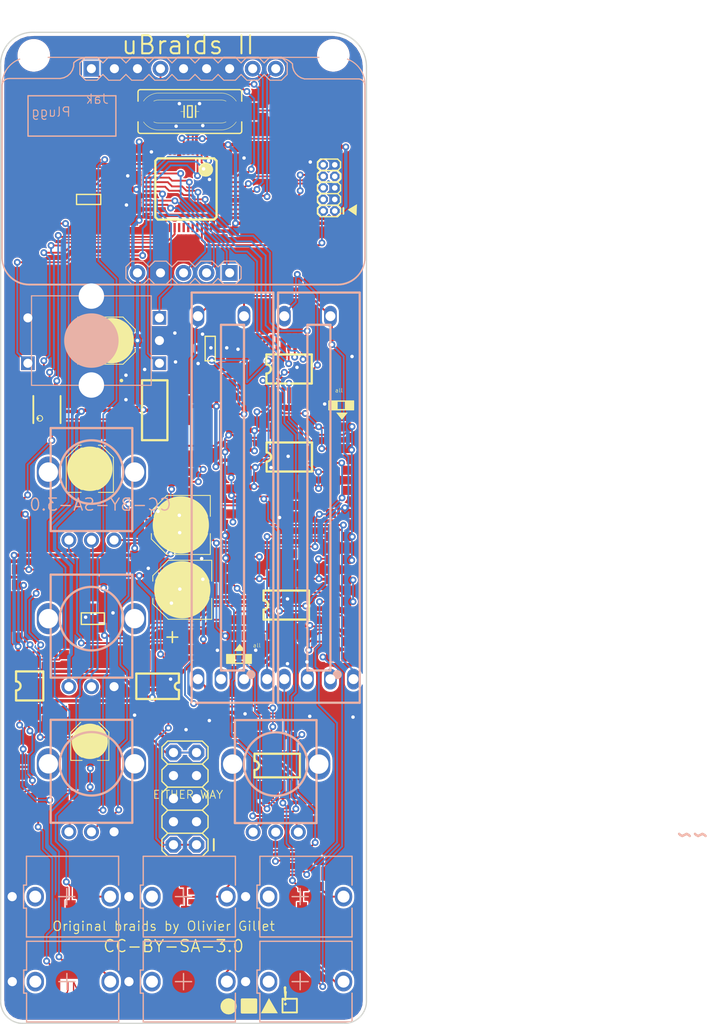
<source format=kicad_pcb>
(kicad_pcb (version 20240108) (generator "pcbnew") (generator_version "8.0")
  (layers (0 "F.Cu" signal) (31 "B.Cu" signal) (34 "B.Paste" user) (35 "F.Paste" user) (36 "B.SilkS" user "B.Silkscreen") (37 "F.SilkS" user "F.Silkscreen") (38 "B.Mask" user) (39 "F.Mask" user) (44 "Edge.Cuts" user))
  (net 0 "")
  (net 1 "+3V3")
  (net 2 "ADC_MISO")
  (net 3 "ADC_MOSI")
  (net 4 "ADC_SCK")
  (net 5 "ADC_SS")
  (net 6 "AREF")
  (net 7 "AREF_-10")
  (net 8 "AUDIO_OUT")
  (net 9 "BOOT_FLASH")
  (net 10 "DAC_MOSI")
  (net 11 "DAC_SCK")
  (net 12 "DAC_SS")
  (net 13 "DISP_CHAR0")
  (net 14 "DISP_CHAR1")
  (net 15 "DISP_CHAR2")
  (net 16 "DISP_CHAR3")
  (net 17 "DISP_EN")
  (net 18 "DISP_SCK")
  (net 19 "DISP_SER")
  (net 20 "ENC_A")
  (net 21 "ENC_B")
  (net 22 "ENC_CLICK")
  (net 23 "FINE_TUNE")
  (net 24 "FM_CV")
  (net 25 "GATE")
  (net 26 "GND")
  (net 27 "JTCK")
  (net 28 "JTDI")
  (net 29 "JTDO")
  (net 30 "JTMS")
  (net 31 "N$1")
  (net 32 "N$7")
  (net 33 "N$8")
  (net 34 "N$12")
  (net 35 "N$13")
  (net 36 "N$19")
  (net 37 "N$29")
  (net 38 "N$45")
  (net 39 "N$48")
  (net 40 "N$49")
  (net 41 "N$50")
  (net 42 "N$51")
  (net 43 "N$52")
  (net 44 "N$53")
  (net 45 "N$55")
  (net 46 "N$56")
  (net 47 "N$58")
  (net 48 "N$59")
  (net 49 "N$61")
  (net 50 "N$62")
  (net 51 "N$63")
  (net 52 "N$64")
  (net 53 "N$65")
  (net 54 "N$66")
  (net 55 "N$67")
  (net 56 "N$68")
  (net 57 "N$69")
  (net 58 "N$70")
  (net 59 "N$71")
  (net 60 "N$72")
  (net 61 "N$73")
  (net 62 "N$75")
  (net 63 "Net_0")
  (net 64 "Net_1")
  (net 65 "Net_2")
  (net 66 "Net_3")
  (net 67 "Net_12")
  (net 68 "Net_42")
  (net 69 "Net_55")
  (net 70 "Net_80")
  (net 71 "Net_81")
  (net 72 "Net_106")
  (net 73 "Net_107")
  (net 74 "Net_110")
  (net 75 "PARAM1_CV")
  (net 76 "PARAM2_CV")
  (net 77 "PITCH_CV")
  (net 78 "RESET")
  (net 79 "VCC")
  (net 80 "VEE")
  (footprint "ubraidsII:CAP_0603_C20" (layer "F.Cu") (at 159.644788 107.862243)
    (property "Reference" "C20" (hide yes))
    (property "Value" "100n" (hide yes))
  )
  (footprint "ubraidsII:DBZ_R-PDSO-G3_IC8" (layer "F.Cu") (at 138.529055 114.95281)
    (property "Reference" "IC8" (hide yes))
    (property "Value" "LM4040B10" (hide yes))
  )
  (footprint "ubraidsII:CAP_0603_C7" (layer "F.Cu") (at 130.244888 90.660976 90)
    (property "Reference" "C7" (hide yes))
    (property "Value" "100n" (hide yes))
  )
  (footprint "ubraidsII:CAP_0603_C28" (layer "F.Cu") (at 130.244988 116.236743 90)
    (property "Reference" "C28" (hide yes))
    (property "Value" "100n" (hide yes))
  )
  (footprint "ubraidsII:RES_0603_R35" (layer "F.Cu") (at 165.589888 98.654743 180)
    (property "Reference" "R35" (hide yes))
    (property "Value" "24.9k" (hide yes))
  )
  (footprint "ubraidsII:CAP_0603_C5" (layer "F.Cu") (at 142.094888 71.190976 180)
    (property "Reference" "C5" (hide yes))
    (property "Value" "100n" (hide yes))
  )
  (footprint "ubraidsII:RES_0603_R48" (layer "F.Cu") (at 162.573655 141.675976 180)
    (property "Reference" "R48" (hide yes))
    (property "Value" "100k" (hide yes))
  )
  (footprint "ubraidsII:RES_0603_R50" (layer "F.Cu") (at 137.388655 134.475976)
    (property "Reference" "R50" (hide yes))
    (property "Value" "24.9k" (hide yes))
  )
  (footprint "ubraidsII:RES_0603_R26" (layer "F.Cu") (at 165.589888 96.273476 180)
    (property "Reference" "R26" (hide yes))
    (property "Value" "49.9k" (hide yes))
  )
  (footprint "ubraidsII:CAP_0603_C27" (layer "F.Cu") (at 135.166155 126.01601 90)
    (property "Reference" "C27" (hide yes))
    (property "Value" "100n" (hide yes))
  )
  (footprint "ubraidsII:RES_0603_R44" (layer "F.Cu") (at 165.589888 110.719743 180)
    (property "Reference" "R44" (hide yes))
    (property "Value" "24.9k" (hide yes))
  )
  (footprint "ubraidsII:CAP_0603_C13" (layer "F.Cu") (at 154.597955 96.114743)
    (property "Reference" "C13" (hide yes))
    (property "Value" "1n" (hide yes))
  )
  (footprint "ubraidsII:RES_0603_R53" (layer "F.Cu") (at 165.589888 117.545976 180)
    (property "Reference" "R53" (hide yes))
    (property "Value" "24.9k" (hide yes))
  )
  (footprint "" (layer "F.Cu") (at 131.991155 52.934743)
    (property "Reference" "@HOLE0" (hide yes))
    (property "Value" "")
  )
  (footprint "ubraidsII:SOT223-4" (layer "F.Cu") (at 145.322288 92.044743)
    (property "Reference" "IC6" (hide yes))
    (property "Value" "LM1117-3.3" (hide yes))
  )
  (footprint "ubraidsII:RES_0603_R46" (layer "F.Cu") (at 132.866955 110.454343 90)
    (property "Reference" "R46" (hide yes))
    (property "Value" "39k" (hide yes))
  )
  (footprint "ubraidsII:DBZ_R-PDSO-G3" (layer "F.Cu") (at 151.450022 85.229943 90)
    (property "Reference" "IC3" (hide yes))
    (property "Value" "LM4040B25" (hide yes))
  )
  (footprint "ubraidsII:RES_0603_R34" (layer "F.Cu") (at 154.597955 98.654743)
    (property "Reference" "R34" (hide yes))
    (property "Value" "24.9k" (hide yes))
  )
  (footprint "ubraidsII:LQFP48" (layer "F.Cu") (at 148.767388 67.662243 180)
    (property "Reference" "UC1" (hide yes))
    (property "Value" "STM32F103CBT6" (hide yes))
  )
  (footprint "ubraidsII:TSSOP-14_IC9" (layer "F.Cu") (at 159.823655 113.514943 90)
    (property "Reference" "IC9" (hide yes))
    (property "Value" "TL074D" (hide yes))
  )
  (footprint "ubraidsII:RES_0603_R28" (layer "F.Cu") (at 154.597955 105.798476 180)
    (property "Reference" "R28" (hide yes))
    (property "Value" "200k" (hide yes))
  )
  (footprint "ubraidsII:RES_0603_R51" (layer "F.Cu") (at 140.475155 110.849643 180)
    (property "Reference" "R51" (hide yes))
    (property "Value" "330" (hide yes))
  )
  (footprint "ubraidsII:CAP_0603_C14" (layer "F.Cu") (at 165.589888 93.892243 180)
    (property "Reference" "C14" (hide yes))
    (property "Value" "1n" (hide yes))
  )
  (footprint "ubraidsII:CAP_0603_C29" (layer "F.Cu") (at 130.777422 131.357243 90)
    (property "Reference" "C29" (hide yes))
    (property "Value" "47p" (hide yes))
  )
  (footprint "ubraidsII:TSSOP-14_IC7" (layer "F.Cu") (at 160.160555 97.19811 90)
    (property "Reference" "IC7" (hide yes))
    (property "Value" "MCP6004" (hide yes))
  )
  (footprint "ubraidsII:CAP_0603_C11" (layer "F.Cu") (at 155.383655 63.094743)
    (property "Reference" "C11" (hide yes))
    (property "Value" "100n" (hide yes))
  )
  (footprint "ubraidsII:RES_0603_R4" (layer "F.Cu") (at 152.684555 79.613143)
    (property "Reference" "R4" (hide yes))
    (property "Value" "1.2k" (hide yes))
  )
  (footprint "ubraidsII:RES_0603_R55" (layer "F.Cu") (at 132.943588 136.063476 90)
    (property "Reference" "R55" (hide yes))
    (property "Value" "1.0k" (hide yes))
  )
  (footprint "ubraidsII:RES_0603_R23" (layer "F.Cu") (at 154.597955 91.609976)
    (property "Reference" "R23" (hide yes))
    (property "Value" "1.0k" (hide yes))
  )
  (footprint "ubraidsII:CAP_0603_C26" (layer "F.Cu") (at 165.700688 83.898943)
    (property "Reference" "C26" (hide yes))
    (property "Value" "100n" (hide yes))
  )
  (footprint "ubraidsII:RES_0603" (layer "F.Cu") (at 161.891088 77.867076)
    (property "Reference" "R1" (hide yes))
    (property "Value" "1.2k" (hide yes))
  )
  (footprint "ubraidsII:IND_0603_L4" (layer "F.Cu") (at 148.031155 99.924743)
    (property "Reference" "L4" (hide yes))
    (property "Value" "" (hide yes))
  )
  (footprint "ubraidsII:RES_0603_R45" (layer "F.Cu") (at 130.244888 102.567243 90)
    (property "Reference" "R45" (hide yes))
    (property "Value" "39k" (hide yes))
  )
  (footprint "ubraidsII:RES_0603_R52" (layer "F.Cu") (at 154.633788 115.134443)
    (property "Reference" "R52" (hide yes))
    (property "Value" "24.9k" (hide yes))
  )
  (footprint "ubraidsII:CAP_0603_C8" (layer "F.Cu") (at 154.589355 89.137143)
    (property "Reference" "C8" (hide yes))
    (property "Value" "470n" (hide yes))
  )
  (footprint "ubraidsII:CAP_0603_C12" (layer "F.Cu") (at 155.429088 84.057676 180)
    (property "Reference" "C12" (hide yes))
    (property "Value" "1u" (hide yes))
  )
  (footprint "ubraidsII:RES_0603_R31" (layer "F.Cu") (at 165.589888 108.497243)
    (property "Reference" "R31" (hide yes))
    (property "Value" "24.9k" (hide yes))
  )
  (footprint "ubraidsII:CAP_0603_C31" (layer "F.Cu") (at 137.967388 64.840976 180)
    (property "Reference" "C31" (hide yes))
    (property "Value" "100n" (hide yes))
  )
  (footprint "ubraidsII:CAP_0603_C10" (layer "F.Cu") (at 139.769888 59.863476 90)
    (property "Reference" "C10" (hide yes))
    (property "Value" "18p" (hide yes))
  )
  (footprint "ubraidsII:RES_0603_R56" (layer "F.Cu") (at 130.721155 136.063476 90)
    (property "Reference" "R56" (hide yes))
    (property "Value" "100k" (hide yes))
  )
  (footprint "ubraidsII:RES_0603_R24" (layer "F.Cu") (at 136.912388 146.540976 180)
    (property "Reference" "R24" (hide yes))
    (property "Value" "100k" (hide yes))
  )
  (footprint "ubraidsII:SOT23-BEC" (layer "F.Cu") (at 138.026155 68.79851)
    (property "Reference" "Q6" (hide yes))
    (property "Value" "MMBT3904" (hide yes))
  )
  (footprint "ubraidsII:PANASONIC_C" (layer "F.Cu") (at 140.578022 84.375143)
    (property "Reference" "C15" (hide yes))
    (property "Value" "22u" (hide yes))
  )
  (footprint "ubraidsII:RES_0603_R42" (layer "F.Cu") (at 154.635422 116.915476 180)
    (property "Reference" "R42" (hide yes))
    (property "Value" "24.9k" (hide yes))
  )
  (footprint "ubraidsII:RES_0603_R29" (layer "F.Cu") (at 132.841155 70.238476)
    (property "Reference" "R29" (hide yes))
    (property "Value" "100k" (hide yes))
  )
  (footprint "ubraidsII:HC49UP" (layer "F.Cu") (at 149.199655 59.126009)
    (property "Reference" "Q5" (hide yes))
    (property "Value" "8MHz" (hide yes))
  )
  (footprint "ubraidsII:CAP_0603" (layer "F.Cu") (at 163.582388 136.063476)
    (property "Reference" "C1" (hide yes))
    (property "Value" "100n" (hide yes))
  )
  (footprint "ubraidsII:SOP-4_6.5x2.54" (layer "F.Cu") (at 145.643655 122.464743 -90)
    (property "Reference" "D3" (hide yes))
    (property "Value" "" (hide yes))
  )
  (footprint "ubraidsII:RES_0603_R41" (layer "F.Cu") (at 165.589888 115.482243)
    (property "Reference" "R41" (hide yes))
    (property "Value" "24.9k" (hide yes))
  )
  (footprint "ubraidsII:CAP_0603_C6" (layer "F.Cu") (at 154.907422 72.302243)
    (property "Reference" "C6" (hide yes))
    (property "Value" "1u" (hide yes))
  )
  (footprint "ubraidsII:RES_0603_R43" (layer "F.Cu") (at 154.597955 110.560976)
    (property "Reference" "R43" (hide yes))
    (property "Value" "24.9k" (hide yes))
  )
  (footprint "ubraidsII:SOIC-8_150mil" (layer "F.Cu") (at 158.821155 131.198476 90)
    (property "Reference" "U6" (hide yes))
    (property "Value" "" (hide yes))
  )
  (footprint "ubraidsII:RES_0603_R25" (layer "F.Cu") (at 154.597955 94.050976)
    (property "Reference" "R25" (hide yes))
    (property "Value" "49.9k" (hide yes))
  )
  (footprint "ubraidsII:PANASONIC_D_C30" (layer "F.Cu") (at 148.361155 111.830976 180)
    (property "Reference" "C30" (hide yes))
    (property "Value" "47u" (hide yes))
  )
  (footprint "ubraidsII:PANASONIC_D" (layer "F.Cu") (at 148.202388 104.687243 180)
    (property "Reference" "C25" (hide yes))
    (property "Value" "47u" (hide yes))
  )
  (footprint "ubraidsII:RES_0603_R22" (layer "F.Cu") (at 164.591155 63.094743)
    (property "Reference" "R22" (hide yes))
    (property "Value" "10k" (hide yes))
  )
  (footprint "ubraidsII:TSSOP-8" (layer "F.Cu") (at 131.537422 122.424743 90)
    (property "Reference" "IC10" (hide yes))
    (property "Value" "TL072" (hide yes))
  )
  (footprint "ubraidsII:RES_0603_R30" (layer "F.Cu") (at 154.597955 108.338476 180)
    (property "Reference" "R30" (hide yes))
    (property "Value" "24.9k" (hide yes))
  )
  (footprint "ubraidsII:TSSOP-14" (layer "F.Cu") (at 160.134922 87.499576 90)
    (property "Reference" "IC4" (hide yes))
    (property "Value" "MCP3204" (hide yes))
  )
  (footprint "ubraidsII:RES_0603_R40" (layer "F.Cu") (at 165.589888 103.417243 180)
    (property "Reference" "R40" (hide yes))
    (property "Value" "200k" (hide yes))
  )
  (footprint "ubraidsII:CAP_0603_C17" (layer "F.Cu") (at 165.589888 100.877243 180)
    (property "Reference" "C17" (hide yes))
    (property "Value" "1n" (hide yes))
  )
  (footprint "" (layer "F.Cu") (at 165.011155 52.934743)
    (property "Reference" "@HOLE1" (hide yes))
    (property "Value" "")
  )
  (footprint "ubraidsII:RES_0603_R33" (layer "F.Cu") (at 160.191088 63.73981 180)
    (property "Reference" "R33" (hide yes))
    (property "Value" "10k" (hide yes))
  )
  (footprint "ubraidsII:IND_0603" (layer "F.Cu") (at 149.938455 118.42631 180)
    (property "Reference" "L1" (hide yes))
    (property "Value" "" (hide yes))
  )
  (footprint "ubraidsII:IND_0603_L2" (layer "F.Cu") (at 143.891155 108.020976)
    (property "Reference" "L2" (hide yes))
    (property "Value" "" (hide yes))
  )
  (footprint "ubraidsII:MSOP-8" (layer "F.Cu") (at 133.442422 91.96851)
    (property "Reference" "IC5" (hide yes))
    (property "Value" "DAC8551" (hide yes))
  )
  (footprint "ubraidsII:CAP_0603_C18" (layer "F.Cu") (at 159.805755 102.54071 180)
    (property "Reference" "C18" (hide yes))
    (property "Value" "100n" (hide yes))
  )
  (footprint "ubraidsII:RES_0603_R2" (layer "F.Cu") (at 162.414888 146.755976 180)
    (property "Reference" "R2" (hide yes))
    (property "Value" "1.0M" (hide yes))
  )
  (footprint "ubraidsII:PANASONIC_C_C19" (layer "F.Cu") (at 138.168655 98.495976 90)
    (property "Reference" "C19" (hide yes))
    (property "Value" "22u" (hide yes))
  )
  (footprint "ubraidsII:CAP_0603_C22" (layer "F.Cu") (at 136.174922 118.974743)
    (property "Reference" "C22" (hide yes))
    (property "Value" "100p" (hide yes))
  )
  (footprint "ubraidsII:R1206" (layer "F.Cu") (at 148.018255 97.384743)
    (property "Reference" "R49" (hide yes))
    (property "Value" "4.7" (hide yes))
  )
  (footprint "ubraidsII:RES_0603_R3" (layer "F.Cu") (at 162.573655 144.533476 180)
    (property "Reference" "R3" (hide yes))
    (property "Value" "1.0M" (hide yes))
  )
  (footprint "ubraidsII:RES_0603_R54" (layer "F.Cu") (at 165.606188 119.239143)
    (property "Reference" "R54" (hide yes))
    (property "Value" "100k" (hide yes))
  )
  (footprint "ubraidsII:CAP_0603_C4" (layer "F.Cu") (at 142.729888 63.253476 180)
    (property "Reference" "C4" (hide yes))
    (property "Value" "100n" (hide yes))
  )
  (footprint "ubraidsII:RES_0603_R32" (layer "F.Cu") (at 165.589888 105.957243)
    (property "Reference" "R32" (hide yes))
    (property "Value" "200k" (hide yes))
  )
  (footprint "ubraidsII:CAP_0603_C23" (layer "F.Cu") (at 159.976288 118.669343)
    (property "Reference" "C23" (hide yes))
    (property "Value" "100n" (hide yes))
  )
  (footprint "ubraidsII:CAP_0603_C2" (layer "F.Cu") (at 130.188655 95.479743 -90)
    (property "Reference" "C2" (hide yes))
    (property "Value" "100n" (hide yes))
  )
  (footprint "ubraidsII:CAP_0603_C21" (layer "F.Cu") (at 130.083088 110.436843 -90)
    (property "Reference" "C21" (hide yes))
    (property "Value" "100p" (hide yes))
  )
  (footprint "ubraidsII:RES_0603_R5" (layer "F.Cu") (at 149.506588 144.130043 180)
    (property "Reference" "R5" (hide yes))
    (property "Value" "1.0M" (hide yes))
  )
  (footprint "ubraidsII:RES_0603_R47" (layer "F.Cu") (at 165.589888 113.100976)
    (property "Reference" "R47" (hide yes))
    (property "Value" "100k" (hide yes))
  )
  (footprint "ubraidsII:2X5-1.27" (layer "F.Cu") (at 163.899922 66.269743 180)
    (property "Reference" "JP2" (hide yes))
    (property "Value" "M05X2MINIJTAG" (hide yes))
  )
  (footprint "ubraidsII:CAP_0603_C3" (layer "F.Cu") (at 153.581155 127.014743)
    (property "Reference" "C3" (hide yes))
    (property "Value" "100n" (hide yes))
  )
  (footprint "ubraidsII:RES_0603_R27" (layer "F.Cu") (at 141.579288 67.778176)
    (property "Reference" "R27" (hide yes))
    (property "Value" "10k" (hide yes))
  )
  (footprint "ubraidsII:RES_0603_R39" (layer "F.Cu") (at 154.597955 103.47351 180)
    (property "Reference" "R39" (hide yes))
    (property "Value" "120k" (hide yes))
  )
  (footprint "ubraidsII:CAP_0603_C16" (layer "F.Cu") (at 154.597955 100.718476)
    (property "Reference" "C16" (hide yes))
    (property "Value" "1n" (hide yes))
  )
  (footprint "ubraidsII:AVR_ICSP" (layer "F.Cu") (at 148.659922 134.849743 180)
    (property "Reference" "JP1" (hide yes))
    (property "Value" "M05X2PTH" (hide yes))
  )
  (footprint "ubraidsII:CAP_0603_C9" (layer "F.Cu") (at 158.502388 59.863476 90)
    (property "Reference" "C9" (hide yes))
    (property "Value" "18p" (hide yes))
  )
  (footprint "ubraidsII:RES_0603_R6" (layer "F.Cu") (at 149.619088 147.159443 180)
    (property "Reference" "R6" (hide yes))
    (property "Value" "1.0M" (hide yes))
  )
  (footprint "ubraidsII:PANASONIC_B" (layer "F.Cu") (at 138.169888 128.53251 90)
    (property "Reference" "C24" (hide yes))
    (property "Value" "10u" (hide yes))
  )
  (footprint "ubraidsII:Thonkiconn_Jack_J10" (layer "B.Cu") (at 148.501155 145.644743 -90)
    (property "Reference" "J10" (hide yes))
    (property "Value" "para 2" (hide yes))
  )
  (footprint "ubraidsII:BOURNS_PTL_30mm_VR2" (layer "B.Cu") (at 153.897955 101.677476 90)
    (property "Reference" "VR2" (hide yes))
    (property "Value" "10k" (hide yes))
  )
  (footprint "ubraidsII:Thonkiconn_Jack_J3" (layer "B.Cu") (at 148.501155 155.010976 -90)
    (property "Reference" "J3" (hide yes))
    (property "Value" "v oct" (hide yes))
  )
  (footprint "ubraidsII:Thonkiconn_Jack_J9" (layer "B.Cu") (at 161.359888 155.010976 -90)
    (property "Reference" "J9" (hide yes))
    (property "Value" "gate" (hide yes))
  )
  (footprint "ubraidsII:9mm_Alpha_Bourns_Pot_R37" (layer "B.Cu") (at 158.661155 131.039743 180)
    (property "Reference" "R37" (hide yes))
    (property "Value" "10kB" (hide yes))
  )
  (footprint "ubraidsII:9mm_Alpha_Bourns_Pot" (layer "B.Cu") (at 138.352855 115.01211 180)
    (property "Reference" "R19" (hide yes))
    (property "Value" "10kB" (hide yes))
  )
  (footprint "ubraidsII:Thonkiconn_Jack_J6" (layer "B.Cu") (at 135.642388 155.010976 -90)
    (property "Reference" "J6" (hide yes))
    (property "Value" "output" (hide yes))
  )
  (footprint "ubraidsII:BOURNS_PTL_30mm" (layer "B.Cu") (at 163.421955 101.677476 90)
    (property "Reference" "VR1" (hide yes))
    (property "Value" "para 1" (hide yes))
  )
  (footprint "ubraidsII:9mm_Alpha_Bourns_Pot_R20" (layer "B.Cu") (at 138.352855 131.007143 180)
    (property "Reference" "R20" (hide yes))
    (property "Value" "10kB" (hide yes))
  )
  (footprint "ubraidsII:9mm_Alpha_Bourns_Pot_R21" (layer "B.Cu") (at 138.352855 98.85831 180)
    (property "Reference" "R21" (hide yes))
    (property "Value" "10kB" (hide yes))
  )
  (footprint "ubraidsII:Thonkiconn_Jack_J5" (layer "B.Cu") (at 161.359888 145.644743 -90)
    (property "Reference" "J5" (hide yes))
    (property "Value" "para 1" (hide yes))
  )
  (footprint "ubraidsII:DISPLAY-MODULE" (layer "B.Cu") (at 168.501154 78.156009 180)
    (property "Reference" "A1" (hide yes))
    (property "Value" "DISPLAY-MODULE" (hide yes))
  )
  (footprint "ubraidsII:ALPS_EC12E_SW" (layer "B.Cu") (at 138.341155 84.367243 -90)
    (property "Reference" "SW1" (hide yes))
    (property "Value" "EC12E_SW" (hide yes))
  )
  (footprint "ubraidsII:Thonkiconn_Jack" (layer "B.Cu") (at 135.628722 145.644743 -90)
    (property "Reference" "J1" (hide yes))
    (property "Value" "fm" (hide yes))
  )
  (gr_line (start 136.962155 53.377743) (end 136.762155 53.478743) (stroke (width 0.14)) (layer "B.SilkS"))
  (gr_line (start 129.995155 77.829743) (end 130.275155 77.971743) (stroke (width 0.14)) (layer "B.SilkS"))
  (gr_line (start 128.530155 56.032743) (end 128.495155 56.231743) (stroke (width 0.14)) (layer "B.SilkS"))
  (gr_line (start 161.131155 55.217743) (end 160.857155 54.946743) (stroke (width 0.14)) (layer "B.SilkS"))
  (gr_line (start 129.099155 55.505743) (end 128.909155 55.575743) (stroke (width 0.14)) (layer "B.SilkS"))
  (gr_line (start 168.174155 55.659743) (end 168.026155 55.577743) (stroke (width 0.14)) (layer "B.SilkS"))
  (gr_line (start 129.266155 77.238743) (end 129.488155 77.460743) (stroke (width 0.14)) (layer "B.SilkS"))
  (gr_line (start 129.488155 77.460743) (end 129.732155 77.658743) (stroke (width 0.14)) (layer "B.SilkS"))
  (gr_line (start 136.018155 54.926743) (end 135.701155 55.208743) (stroke (width 0.14)) (layer "B.SilkS"))
  (gr_line (start 168.300155 55.771743) (end 168.174155 55.659743) (stroke (width 0.14)) (layer "B.SilkS"))
  (gr_line (start 130.872155 78.165743) (end 131.182155 78.214743) (stroke (width 0.14)) (layer "B.SilkS"))
  (gr_line (start 168.236155 76.451743) (end 168.348155 76.158743) (stroke (width 0.14)) (layer "B.SilkS"))
  (gr_line (start 128.897155 76.731743) (end 129.068155 76.994743) (stroke (width 0.14)) (layer "B.SilkS"))
  (gr_line (start 160.322155 53.688743) (end 160.116155 53.536743) (stroke (width 0.14)) (layer "B.SilkS"))
  (gr_line (start 141.041155 57.390743) (end 141.041155 61.834743) (stroke (width 0.152)) (layer "B.SilkS"))
  (gr_line (start 160.116155 53.536743) (end 159.892155 53.413743) (stroke (width 0.14)) (layer "B.SilkS"))
  (gr_line (start 135.323155 55.399743) (end 134.907155 55.485743) (stroke (width 0.14)) (layer "B.SilkS"))
  (gr_line (start 168.430155 75.854743) (end 168.479155 75.544743) (stroke (width 0.14)) (layer "B.SilkS"))
  (gr_line (start 161.462155 55.415743) (end 161.131155 55.217743) (stroke (width 0.14)) (layer "B.SilkS"))
  (gr_line (start 160.857155 54.946743) (end 160.654155 54.618743) (stroke (width 0.14)) (layer "B.SilkS"))
  (gr_line (start 167.259155 77.658743) (end 167.503155 77.460743) (stroke (width 0.14)) (layer "B.SilkS"))
  (gr_line (start 136.405155 53.744743) (end 136.382155 54.168743) (stroke (width 0.14)) (layer "B.SilkS"))
  (gr_line (start 168.479155 75.544743) (end 168.495155 75.231743) (stroke (width 0.14)) (layer "B.SilkS"))
  (gr_line (start 130.275155 77.971743) (end 130.568155 78.084743) (stroke (width 0.14)) (layer "B.SilkS"))
  (gr_line (start 160.506155 53.866743) (end 160.322155 53.688743) (stroke (width 0.14)) (layer "B.SilkS"))
  (gr_line (start 167.725155 77.238743) (end 167.922155 76.994743) (stroke (width 0.14)) (layer "B.SilkS"))
  (gr_line (start 136.250155 54.571743) (end 136.018155 54.926743) (stroke (width 0.14)) (layer "B.SilkS"))
  (gr_line (start 130.568155 78.084743) (end 130.872155 78.165743) (stroke (width 0.14)) (layer "B.SilkS"))
  (gr_line (start 159.892155 53.413743) (end 159.653155 53.321743) (stroke (width 0.14)) (layer "B.SilkS"))
  (gr_line (start 166.995155 77.829743) (end 167.259155 77.658743) (stroke (width 0.14)) (layer "B.SilkS"))
  (gr_line (start 168.399155 55.909743) (end 168.300155 55.771743) (stroke (width 0.14)) (layer "B.SilkS"))
  (gr_line (start 128.495155 56.231743) (end 128.495155 75.231743) (stroke (width 0.14)) (layer "B.SilkS"))
  (gr_line (start 131.358155 61.834743) (end 131.358155 57.390743) (stroke (width 0.152)) (layer "B.SilkS"))
  (gr_line (start 131.182155 78.214743) (end 131.495155 78.231743) (stroke (width 0.14)) (layer "B.SilkS"))
  (gr_line (start 128.745155 55.693743) (end 128.615155 55.848743) (stroke (width 0.14)) (layer "B.SilkS"))
  (gr_line (start 168.465155 56.064743) (end 168.399155 55.909743) (stroke (width 0.14)) (layer "B.SilkS"))
  (gr_line (start 128.642155 76.158743) (end 128.755155 76.451743) (stroke (width 0.14)) (layer "B.SilkS"))
  (gr_line (start 168.026155 55.577743) (end 167.863155 55.530743) (stroke (width 0.14)) (layer "B.SilkS"))
  (gr_line (start 166.422155 78.084743) (end 166.715155 77.971743) (stroke (width 0.14)) (layer "B.SilkS"))
  (gr_line (start 128.561155 75.854743) (end 128.642155 76.158743) (stroke (width 0.14)) (layer "B.SilkS"))
  (gr_line (start 168.495155 75.231743) (end 168.495155 56.231743) (stroke (width 0.14)) (layer "B.SilkS"))
  (gr_line (start 129.732155 77.658743) (end 129.995155 77.829743) (stroke (width 0.14)) (layer "B.SilkS"))
  (gr_line (start 128.615155 55.848743) (end 128.530155 56.032743) (stroke (width 0.14)) (layer "B.SilkS"))
  (gr_line (start 168.348155 76.158743) (end 168.430155 75.854743) (stroke (width 0.14)) (layer "B.SilkS"))
  (gr_line (start 160.535155 54.251743) (end 160.506155 53.866743) (stroke (width 0.14)) (layer "B.SilkS"))
  (gr_line (start 161.831155 55.530743) (end 161.462155 55.415743) (stroke (width 0.14)) (layer "B.SilkS"))
  (gr_line (start 128.755155 76.451743) (end 128.897155 76.731743) (stroke (width 0.14)) (layer "B.SilkS"))
  (gr_line (start 141.041155 61.834743) (end 131.358155 61.834743) (stroke (width 0.152)) (layer "B.SilkS"))
  (gr_line (start 136.382155 54.168743) (end 136.250155 54.571743) (stroke (width 0.14)) (layer "B.SilkS"))
  (gr_line (start 137.172155 53.300743) (end 136.962155 53.377743) (stroke (width 0.14)) (layer "B.SilkS"))
  (gr_line (start 159.653155 53.321743) (end 159.404155 53.262743) (stroke (width 0.14)) (layer "B.SilkS"))
  (gr_line (start 160.654155 54.618743) (end 160.535155 54.251743) (stroke (width 0.14)) (layer "B.SilkS"))
  (gr_line (start 159.150155 53.236743) (end 137.611155 53.222743) (stroke (width 0.14)) (layer "B.SilkS"))
  (gr_line (start 136.576155 53.600743) (end 136.405155 53.744743) (stroke (width 0.14)) (layer "B.SilkS"))
  (gr_line (start 128.909155 55.575743) (end 128.745155 55.693743) (stroke (width 0.14)) (layer "B.SilkS"))
  (gr_line (start 131.495155 78.231743) (end 165.495155 78.231743) (stroke (width 0.14)) (layer "B.SilkS"))
  (gr_line (start 159.404155 53.262743) (end 159.150155 53.236743) (stroke (width 0.14)) (layer "B.SilkS"))
  (gr_line (start 168.093155 76.731743) (end 168.236155 76.451743) (stroke (width 0.14)) (layer "B.SilkS"))
  (gr_line (start 167.922155 76.994743) (end 168.093155 76.731743) (stroke (width 0.14)) (layer "B.SilkS"))
  (gr_line (start 166.715155 77.971743) (end 166.995155 77.829743) (stroke (width 0.14)) (layer "B.SilkS"))
  (gr_line (start 165.495155 78.231743) (end 165.809155 78.214743) (stroke (width 0.14)) (layer "B.SilkS"))
  (gr_line (start 137.389155 53.249743) (end 137.172155 53.300743) (stroke (width 0.14)) (layer "B.SilkS"))
  (gr_line (start 168.495155 56.231743) (end 168.465155 56.064743) (stroke (width 0.14)) (layer "B.SilkS"))
  (gr_line (start 129.300155 55.485743) (end 129.099155 55.505743) (stroke (width 0.14)) (layer "B.SilkS"))
  (gr_line (start 136.762155 53.478743) (end 136.576155 53.600743) (stroke (width 0.14)) (layer "B.SilkS"))
  (gr_line (start 165.809155 78.214743) (end 166.119155 78.165743) (stroke (width 0.14)) (layer "B.SilkS"))
  (gr_line (start 167.863155 55.530743) (end 161.831155 55.530743) (stroke (width 0.14)) (layer "B.SilkS"))
  (gr_line (start 131.358155 57.390743) (end 141.041155 57.390743) (stroke (width 0.152)) (layer "B.SilkS"))
  (gr_line (start 128.512155 75.544743) (end 128.561155 75.854743) (stroke (width 0.14)) (layer "B.SilkS"))
  (gr_line (start 167.503155 77.460743) (end 167.725155 77.238743) (stroke (width 0.14)) (layer "B.SilkS"))
  (gr_line (start 137.611155 53.222743) (end 137.389155 53.249743) (stroke (width 0.14)) (layer "B.SilkS"))
  (gr_line (start 166.119155 78.165743) (end 166.422155 78.084743) (stroke (width 0.14)) (layer "B.SilkS"))
  (gr_line (start 134.907155 55.485743) (end 129.300155 55.485743) (stroke (width 0.14)) (layer "B.SilkS"))
  (gr_line (start 128.495155 75.231743) (end 128.512155 75.544743) (stroke (width 0.14)) (layer "B.SilkS"))
  (gr_line (start 135.701155 55.208743) (end 135.323155 55.399743) (stroke (width 0.14)) (layer "B.SilkS"))
  (gr_line (start 129.068155 76.994743) (end 129.266155 77.238743) (stroke (width 0.14)) (layer "B.SilkS"))
  (gr_line (start 151.993155 86.597743) (end 150.882155 86.597743) (stroke (width 0.152)) (layer "F.SilkS"))
  (gr_line (start 151.993155 83.898743) (end 151.993155 86.597743) (stroke (width 0.152)) (layer "F.SilkS"))
  (gr_line (start 167.233155 91.987743) (end 164.535155 91.987743) (stroke (width 0.152)) (layer "F.SilkS"))
  (gr_line (start 137.231155 114.375743) (end 139.771155 114.375743) (stroke (width 0.152)) (layer "F.SilkS"))
  (gr_line (start 153.264155 118.974743) (end 155.962155 118.974743) (stroke (width 0.152)) (layer "F.SilkS"))
  (gr_line (start 153.264155 119.926743) (end 153.264155 118.974743) (stroke (width 0.152)) (layer "F.SilkS"))
  (gr_line (start 139.771155 115.645743) (end 137.231155 115.645743) (stroke (width 0.152)) (layer "F.SilkS"))
  (gr_line (start 150.882155 83.898743) (end 151.993155 83.898743) (stroke (width 0.152)) (layer "F.SilkS"))
  (gr_line (start 167.233155 91.034743) (end 167.233155 91.987743) (stroke (width 0.152)) (layer "F.SilkS"))
  (gr_line (start 164.535155 91.987743) (end 164.535155 91.034743) (stroke (width 0.152)) (layer "F.SilkS"))
  (gr_line (start 159.408155 156.900743) (end 160.998155 156.900743) (stroke (width 0.203)) (layer "F.SilkS"))
  (gr_line (start 139.373155 68.260743) (end 139.373155 69.366743) (stroke (width 0.152)) (layer "F.SilkS"))
  (gr_line (start 155.962155 118.974743) (end 155.962155 119.926743) (stroke (width 0.152)) (layer "F.SilkS"))
  (gr_line (start 160.998155 158.409743) (end 159.408155 158.409743) (stroke (width 0.203)) (layer "F.SilkS"))
  (gr_circle (center 132.654155 92.937743) (end 132.968155 92.937743) (fill none) (layer "F.SilkS"))
  (gr_line (start 150.882155 86.597743) (end 150.882155 83.898743) (stroke (width 0.152)) (layer "F.SilkS"))
  (gr_line (start 139.771155 114.375743) (end 139.771155 115.645743) (stroke (width 0.152)) (layer "F.SilkS"))
  (gr_line (start 159.408155 158.409743) (end 159.408155 156.900743) (stroke (width 0.203)) (layer "F.SilkS"))
  (gr_line (start 136.707155 69.366743) (end 136.707155 68.260743) (stroke (width 0.152)) (layer "F.SilkS"))
  (gr_line (start 160.998155 156.900743) (end 160.998155 158.409743) (stroke (width 0.203)) (layer "F.SilkS"))
  (gr_line (start 137.231155 115.645743) (end 137.231155 114.375743) (stroke (width 0.152)) (layer "F.SilkS"))
  (gr_line (start 164.535155 91.034743) (end 167.233155 91.034743) (stroke (width 0.152)) (layer "F.SilkS"))
  (gr_line (start 155.962155 119.926743) (end 153.264155 119.926743) (stroke (width 0.152)) (layer "F.SilkS"))
  (gr_line (start 139.373155 69.366743) (end 136.707155 69.366743) (stroke (width 0.152)) (layer "F.SilkS"))
  (gr_line (start 136.707155 68.260743) (end 139.373155 68.260743) (stroke (width 0.152)) (layer "F.SilkS"))
  (gr_arc (start 128.340155 54.045744) (mid 129.370688 51.425276) (end 131.991155 50.394743) (stroke (width 0.14)) (layer "Edge.Cuts"))
  (gr_arc (start 130.721155 159.614744) (mid 128.997079 158.844918) (end 128.340155 157.074743) (stroke (width 0.14)) (layer "Edge.Cuts"))
  (gr_arc (start 168.662154 157.074744) (mid 168.005149 158.844842) (end 166.281155 159.614743) (stroke (width 0.14)) (layer "Edge.Cuts"))
  (gr_line (start 128.340155 54.045743) (end 128.340155 157.074743) (stroke (width 0.14)) (layer "Edge.Cuts"))
  (gr_line (start 165.011155 50.394743) (end 131.991155 50.394743) (stroke (width 0.14)) (layer "Edge.Cuts"))
  (gr_arc (start 165.011153 50.394743) (mid 167.611021 51.557691) (end 168.662155 54.204743) (stroke (width 0.14)) (layer "Edge.Cuts"))
  (gr_line (start 130.721155 159.614743) (end 166.281155 159.614743) (stroke (width 0.14)) (layer "Edge.Cuts"))
  (gr_line (start 168.662155 157.074743) (end 168.662155 54.204743) (stroke (width 0.14)) (layer "Edge.Cuts"))
  (gr_text "JM" (at 134.964155 154.987743 0) (layer "F.Cu") (effects (font (size 1.3185 1.3185) (thickness 0.1465)) (justify left top)))
  (gr_text "~~" (at 202.609155 137.348743 0) (layer "B.SilkS") (effects (font (size 2.4426 2.4426) (thickness 0.2714)) (justify right top mirror)))
  (gr_text "Jak" (at 137.646155 57.147743 0) (layer "B.SilkS") (effects (font (size 1.026 1.026) (thickness 0.114)) (justify right top mirror)))
  (gr_text "CC-BY-SA-3.0" (at 131.403155 101.662743 0) (layer "B.SilkS") (effects (font (size 1.332 1.332) (thickness 0.148)) (justify right top mirror)))
  (gr_text "Plugg" (at 131.644155 58.576743 0) (layer "B.SilkS") (effects (font (size 1.026 1.026) (thickness 0.114)) (justify right top mirror)))
  (gr_text "Original braids by Olivier Gillet" (at 133.963155 148.304743 0) (layer "F.SilkS") (effects (font (size 1.026 1.026) (thickness 0.114)) (justify left top)))
  (gr_text "CC-BY-SA-3.0" (at 139.551155 150.327743 0) (layer "F.SilkS") (effects (font (size 1.3185 1.3185) (thickness 0.1465)) (justify left top)))
  (gr_text "EITHER WAY" (at 145.052155 133.888743 0) (layer "F.SilkS") (effects (font (size 0.8883 0.8883) (thickness 0.0987)) (justify left top)))
  (gr_text "+" (at 146.192155 116.020743 0) (layer "F.SilkS") (effects (font (size 1.5543 1.5543) (thickness 0.1727)) (justify left top)))
  (gr_text "all" (at 156.121155 117.704743 0) (layer "F.SilkS") (effects (font (size 0.4392 0.4392) (thickness 0.0488)) (justify left top)))
  (gr_text "!" (at 159.229155 155.534743 0) (layer "F.SilkS") (effects (font (size 1.4652 1.4652) (thickness 0.1628)) (justify left top)))
  (gr_text "all" (at 165.170155 89.605743 0) (layer "F.SilkS") (effects (font (size 0.4392 0.4392) (thickness 0.0488)) (justify left top)))
  (gr_text "uBraids II" (at 141.512155 50.629743 0) (layer "F.SilkS") (effects (font (size 1.998 1.998) (thickness 0.222)) (justify left top)))
  (gr_text "!" (at 159.275155 156.022743 0) (layer "F.SilkS") (effects (font (size 1.4652 1.4652) (thickness 0.1628)) (justify left top)))
  (segment (start 153.404488 62.777243) (end 154.216155 62.777243) (width 0.381) (layer "F.Cu") (net 1))
  (segment (start 156.279088 84.057676) (end 157.643022 84.057676) (width 0.381) (layer "F.Cu") (net 1))
  (segment (start 143.612522 62.46441) (end 143.612522 63.220843) (width 0.381) (layer "F.Cu") (net 1))
  (segment (start 154.057422 72.302243) (end 154.057422 71.617676) (width 0.381) (layer "F.Cu") (net 1))
  (segment (start 151.834888 71.912243) (end 151.790455 71.912243) (width 0.254) (layer "F.Cu") (net 1))
  (segment (start 164.649522 71.441543) (end 165.131222 70.959843) (width 0.381) (layer "F.Cu") (net 1))
  (segment (start 160.115155 98.437276) (end 160.017922 98.437276) (width 0.381) (layer "F.Cu") (net 1))
  (segment (start 151.790455 71.912243) (end 151.790455 71.912243) (width 0.254) (layer "F.Cu") (net 1))
  (segment (start 144.601455 62.23191) (end 143.579888 63.253476) (width 0.381) (layer "F.Cu") (net 1))
  (segment (start 165.131222 70.118443) (end 165.169922 70.079743) (width 0.381) (layer "F.Cu") (net 1))
  (segment (start 132.448322 93.370876) (end 132.448322 94.34941) (width 0.381) (layer "F.Cu") (net 1))
  (segment (start 154.216155 62.777243) (end 154.533655 63.094743) (width 0.381) (layer "F.Cu") (net 1))
  (segment (start 165.131222 70.959843) (end 165.131222 70.118443) (width 0.381) (layer "F.Cu") (net 1))
  (segment (start 154.233555 71.441543) (end 164.649522 71.441543) (width 0.381) (layer "F.Cu") (net 1))
  (segment (start 144.056622 91.994343) (end 144.056622 92.044743) (width 0.381) (layer "F.Cu") (net 1))
  (segment (start 148.222288 92.044743) (end 144.056622 92.044743) (width 0.381) (layer "F.Cu") (net 1))
  (segment (start 142.429288 67.708176) (end 143.311988 67.708176) (width 0.381) (layer "F.Cu") (net 1))
  (segment (start 145.505188 70.575243) (end 151.184788 70.575243) (width 0.381) (layer "F.Cu") (net 1))
  (segment (start 165.509288 63.02661) (end 165.441155 63.094743) (width 0.381) (layer "F.Cu") (net 1))
  (segment (start 154.057422 71.617676) (end 154.233555 71.441543) (width 0.381) (layer "F.Cu") (net 1))
  (segment (start 166.388422 63.02661) (end 165.509288 63.02661) (width 0.381) (layer "F.Cu") (net 1))
  (segment (start 151.790455 71.912243) (end 151.517388 71.912243) (width 0.254) (layer "F.Cu") (net 1))
  (segment (start 153.017388 64.594743) (end 153.017388 63.258276) (width 0.381) (layer "F.Cu") (net 1))
  (segment (start 160.160555 100.09811) (end 160.160555 101.929643) (width 0.381) (layer "F.Cu") (net 1))
  (segment (start 147.517388 62.721743) (end 147.517388 62.721743) (width 0.381) (layer "F.Cu") (net 1))
  (segment (start 153.747955 91.609976) (end 152.131055 91.609976) (width 0.381) (layer "F.Cu") (net 1))
  (segment (start 153.017388 64.912243) (end 153.017388 64.594743) (width 0.254) (layer "F.Cu") (net 1))
  (segment (start 144.517388 70.412243) (end 144.517388 70.729743) (width 0.254) (layer "F.Cu") (net 1))
  (segment (start 152.152388 62.777243) (end 152.536355 62.777243) (width 0.381) (layer "F.Cu") (net 1))
  (segment (start 145.283622 70.79681) (end 145.505188 70.575243) (width 0.381) (layer "F.Cu") (net 1))
  (segment (start 160.841655 102.610743) (end 160.725788 102.610743) (width 0.381) (layer "F.Cu") (net 1))
  (segment (start 143.421155 83.58201) (end 142.628022 84.375143) (width 0.381) (layer "F.Cu") (net 1))
  (segment (start 153.017388 63.258276) (end 152.536355 62.777243) (width 0.381) (layer "F.Cu") (net 1))
  (segment (start 130.188655 94.629743) (end 130.188655 91.56721) (width 0.381) (layer "F.Cu") (net 1))
  (segment (start 137.245555 92.170676) (end 133.648522 92.170676) (width 0.381) (layer "F.Cu") (net 1))
  (segment (start 130.449888 94.36851) (end 130.188655 94.629743) (width 0.381) (layer "F.Cu") (net 1))
  (segment (start 142.429288 67.778176) (end 142.429288 67.708176) (width 0.381) (layer "F.Cu") (net 1))
  (segment (start 153.017388 64.594743) (end 153.017388 64.594743) (width 0.381) (layer "F.Cu") (net 1))
  (segment (start 144.056622 92.044743) (end 142.422288 92.044743) (width 0.381) (layer "F.Cu") (net 1))
  (segment (start 152.062988 98.263876) (end 152.778288 97.548576) (width 0.381) (layer "F.Cu") (net 1))
  (segment (start 147.517388 62.40121) (end 147.348088 62.23191) (width 0.381) (layer "F.Cu") (net 1))
  (segment (start 160.160555 101.929643) (end 160.841655 102.610743) (width 0.381) (layer "F.Cu") (net 1))
  (segment (start 160.160555 98.57991) (end 160.160555 100.09811) (width 0.381) (layer "F.Cu") (net 1))
  (segment (start 143.406122 70.729743) (end 143.319388 70.816476) (width 0.381) (layer "F.Cu") (net 1))
  (segment (start 144.517388 70.729743) (end 143.406122 70.729743) (width 0.381) (layer "F.Cu") (net 1))
  (segment (start 151.184788 70.575243) (end 151.790455 71.18091) (width 0.381) (layer "F.Cu") (net 1))
  (segment (start 133.648522 92.170676) (end 132.448322 93.370876) (width 0.381) (layer "F.Cu") (net 1))
  (segment (start 152.536355 62.777243) (end 153.404488 62.777243) (width 0.381) (layer "F.Cu") (net 1))
  (segment (start 143.319388 70.816476) (end 143.319388 70.816476) (width 0.381) (layer "F.Cu") (net 1))
  (segment (start 132.467422 94.36851) (end 130.449888 94.36851) (width 0.381) (layer "F.Cu") (net 1))
  (segment (start 152.131055 91.609976) (end 152.131055 88.29091) (width 0.381) (layer "F.Cu") (net 1))
  (segment (start 132.448322 94.34941) (end 132.467422 94.36851) (width 0.381) (layer "F.Cu") (net 1))
  (segment (start 143.421155 84.358976) (end 143.421155 83.58201) (width 0.381) (layer "F.Cu") (net 1))
  (segment (start 143.612522 71.10961) (end 143.319388 70.816476) (width 0.381) (layer "F.Cu") (net 1))
  (segment (start 152.005655 62.923976) (end 152.005655 62.923976) (width 0.381) (layer "F.Cu") (net 1))
  (segment (start 144.517388 70.729743) (end 144.517388 70.79681) (width 0.254) (layer "F.Cu") (net 1))
  (segment (start 154.057422 72.302243) (end 152.224888 72.302243) (width 0.381) (layer "F.Cu") (net 1))
  (segment (start 152.224888 72.302243) (end 151.834888 71.912243) (width 0.381) (layer "F.Cu") (net 1))
  (segment (start 142.422288 92.044743) (end 137.371488 92.044743) (width 0.381) (layer "F.Cu") (net 1))
  (segment (start 159.226455 97.548576) (end 160.115155 98.437276) (width 0.381) (layer "F.Cu") (net 1))
  (segment (start 148.657055 91.609976) (end 148.222288 92.044743) (width 0.381) (layer "F.Cu") (net 1))
  (segment (start 143.319388 70.816476) (end 142.944888 71.190976) (width 0.381) (layer "F.Cu") (net 1))
  (segment (start 154.325588 87.54531) (end 157.728122 84.142776) (width 0.381) (layer "F.Cu") (net 1))
  (segment (start 160.017922 98.437276) (end 160.160555 98.57991) (width 0.381) (layer "F.Cu") (net 1))
  (segment (start 152.131055 91.609976) (end 148.657055 91.609976) (width 0.381) (layer "F.Cu") (net 1))
  (segment (start 147.348088 62.23191) (end 144.601455 62.23191) (width 0.381) (layer "F.Cu") (net 1))
  (segment (start 157.728122 84.142776) (end 158.184922 84.599576) (width 0.381) (layer "F.Cu") (net 1))
  (segment (start 152.876655 87.54531) (end 154.325588 87.54531) (width 0.381) (layer "F.Cu") (net 1))
  (segment (start 152.005655 62.923976) (end 152.152388 62.777243) (width 0.381) (layer "F.Cu") (net 1))
  (segment (start 152.778288 97.548576) (end 159.226455 97.548576) (width 0.381) (layer "F.Cu") (net 1))
  (segment (start 160.725788 102.610743) (end 160.655755 102.54071) (width 0.381) (layer "F.Cu") (net 1))
  (segment (start 157.643022 84.057676) (end 157.728122 84.142776) (width 0.381) (layer "F.Cu") (net 1))
  (segment (start 147.517388 62.721743) (end 147.517388 62.40121) (width 0.381) (layer "F.Cu") (net 1))
  (segment (start 147.517388 63.412243) (end 147.517388 62.721743) (width 0.254) (layer "F.Cu") (net 1))
  (segment (start 151.790455 71.18091) (end 151.790455 71.912243) (width 0.381) (layer "F.Cu") (net 1))
  (segment (start 151.517388 63.412243) (end 152.005655 62.923976) (width 0.254) (layer "F.Cu") (net 1))
  (segment (start 143.612522 63.220843) (end 143.579888 63.253476) (width 0.381) (layer "F.Cu") (net 1))
  (segment (start 144.517388 70.79681) (end 145.283622 70.79681) (width 0.381) (layer "F.Cu") (net 1))
  (segment (start 152.131055 88.29091) (end 152.876655 87.54531) (width 0.381) (layer "F.Cu") (net 1))
  (segment (start 130.188655 91.56721) (end 130.244888 91.510976) (width 0.381) (layer "F.Cu") (net 1))
  (segment (start 137.371488 92.044743) (end 137.245555 92.170676) (width 0.381) (layer "F.Cu") (net 1))
  (via (at 143.612522 71.10961) (size 0.762) (drill 0.381) (layers "F.Cu" "B.Cu") (net 1))
  (via (at 153.404488 62.777243) (size 0.762) (drill 0.381) (layers "F.Cu" "B.Cu") (net 1))
  (via (at 143.421155 84.358976) (size 0.762) (drill 0.381) (layers "F.Cu" "B.Cu") (net 1))
  (via (at 137.245555 92.170676) (size 0.762) (drill 0.381) (layers "F.Cu" "B.Cu") (net 1))
  (via (at 152.131055 91.609976) (size 0.762) (drill 0.381) (layers "F.Cu" "B.Cu") (net 1))
  (via (at 143.612522 62.46441) (size 0.762) (drill 0.381) (layers "F.Cu" "B.Cu") (net 1))
  (via (at 152.062988 98.263876) (size 0.762) (drill 0.381) (layers "F.Cu" "B.Cu") (net 1))
  (via (at 154.233555 71.441543) (size 0.762) (drill 0.381) (layers "F.Cu" "B.Cu") (net 1))
  (via (at 166.388422 63.02661) (size 0.762) (drill 0.381) (layers "F.Cu" "B.Cu") (net 1))
  (via (at 143.311988 67.708176) (size 0.762) (drill 0.381) (layers "F.Cu" "B.Cu") (net 1))
  (via (at 144.056622 91.994343) (size 0.762) (drill 0.381) (layers "F.Cu" "B.Cu") (net 1))
  (segment (start 136.721922 92.69431) (end 137.245555 92.170676) (width 0.381) (layer "B.Cu") (net 1))
  (segment (start 154.233555 71.441543) (end 154.233555 63.60631) (width 0.381) (layer "B.Cu") (net 1))
  (segment (start 143.421155 91.358876) (end 144.056622 91.994343) (width 0.381) (layer "B.Cu") (net 1))
  (segment (start 143.421155 84.358976) (end 143.421155 91.358876) (width 0.381) (layer "B.Cu") (net 1))
  (segment (start 152.062988 91.609976) (end 152.062988 98.263876) (width 0.381) (layer "B.Cu") (net 1))
  (segment (start 142.917855 71.804276) (end 143.612522 71.10961) (width 0.381) (layer "B.Cu") (net 1))
  (segment (start 165.169922 70.079743) (end 165.902988 70.079743) (width 0.381) (layer "B.Cu") (net 1))
  (segment (start 143.612522 71.10961) (end 143.612522 68.00871) (width 0.381) (layer "B.Cu") (net 1))
  (segment (start 134.293088 107.370743) (end 134.293088 104.897576) (width 0.381) (layer "B.Cu") (net 1))
  (segment (start 136.119955 118.919243) (end 136.119955 109.19761) (width 0.381) (layer "B.Cu") (net 1))
  (segment (start 135.863655 119.175543) (end 136.119955 118.919243) (width 0.381) (layer "B.Cu") (net 1))
  (segment (start 136.119955 109.19761) (end 134.293088 107.370743) (width 0.381) (layer "B.Cu") (net 1))
  (segment (start 135.863655 122.50511) (end 135.863655 119.175543) (width 0.381) (layer "B.Cu") (net 1))
  (segment (start 154.233555 63.60631) (end 153.404488 62.777243) (width 0.381) (layer "B.Cu") (net 1))
  (segment (start 152.131055 91.609976) (end 152.062988 91.609976) (width 0.381) (layer "B.Cu") (net 1))
  (segment (start 134.293088 104.897576) (end 136.721922 102.468743) (width 0.381) (layer "B.Cu") (net 1))
  (segment (start 143.311988 67.708176) (end 143.612522 68.00871) (width 0.381) (layer "B.Cu") (net 1))
  (segment (start 143.421155 76.90601) (end 143.421155 84.358976) (width 0.381) (layer "B.Cu") (net 1))
  (segment (start 142.917855 76.90601) (end 142.917855 71.804276) (width 0.381) (layer "B.Cu") (net 1))
  (segment (start 143.612522 68.00871) (end 143.612522 62.46441) (width 0.381) (layer "B.Cu") (net 1))
  (segment (start 166.388422 69.59431) (end 166.388422 63.02661) (width 0.381) (layer "B.Cu") (net 1))
  (segment (start 165.902988 70.079743) (end 166.388422 69.59431) (width 0.381) (layer "B.Cu") (net 1))
  (segment (start 143.421155 76.90601) (end 142.917855 76.90601) (width 0.381) (layer "B.Cu") (net 1))
  (segment (start 136.721922 102.468743) (end 136.721922 92.69431) (width 0.381) (layer "B.Cu") (net 1))
  (segment (start 147.231122 66.745976) (end 148.977388 66.745976) (width 0.2032) (layer "F.Cu") (net 2))
  (segment (start 144.517388 66.412243) (end 146.897388 66.412243) (width 0.2032) (layer "F.Cu") (net 2))
  (segment (start 148.977388 66.745976) (end 149.136155 66.904743) (width 0.2032) (layer "F.Cu") (net 2))
  (segment (start 160.753822 86.19731) (end 160.753822 84.568476) (width 0.2032) (layer "F.Cu") (net 2))
  (segment (start 146.897388 66.412243) (end 147.231122 66.745976) (width 0.2032) (layer "F.Cu") (net 2))
  (segment (start 160.753822 84.568476) (end 160.784922 84.599576) (width 0.2032) (layer "F.Cu") (net 2))
  (via (at 160.753822 86.19731) (size 0.762) (drill 0.381) (layers "F.Cu" "B.Cu") (net 2))
  (via (at 149.136155 66.904743) (size 0.762) (drill 0.381) (layers "F.Cu" "B.Cu") (net 2))
  (segment (start 149.136155 68.809743) (end 154.306555 73.980143) (width 0.2032) (layer "B.Cu") (net 2))
  (segment (start 159.857822 85.95271) (end 160.509222 85.95271) (width 0.2032) (layer "B.Cu") (net 2))
  (segment (start 149.136155 66.904743) (end 149.136155 68.809743) (width 0.2032) (layer "B.Cu") (net 2))
  (segment (start 155.735322 73.980143) (end 157.073655 75.318476) (width 0.2032) (layer "B.Cu") (net 2))
  (segment (start 160.509222 85.95271) (end 160.753822 86.19731) (width 0.2032) (layer "B.Cu") (net 2))
  (segment (start 157.073655 83.168543) (end 159.857822 85.95271) (width 0.2032) (layer "B.Cu") (net 2))
  (segment (start 157.073655 75.318476) (end 157.073655 83.168543) (width 0.2032) (layer "B.Cu") (net 2))
  (segment (start 154.306555 73.980143) (end 155.735322 73.980143) (width 0.2032) (layer "B.Cu") (net 2))
  (segment (start 148.342388 67.380976) (end 148.818655 67.857243) (width 0.2032) (layer "F.Cu") (net 3))
  (segment (start 148.818655 67.857243) (end 149.929922 67.857243) (width 0.2032) (layer "F.Cu") (net 3))
  (segment (start 161.518655 84.599576) (end 161.434922 84.599576) (width 0.2032) (layer "F.Cu") (net 3))
  (segment (start 161.677388 86.43081) (end 161.677388 85.795776) (width 0.2032) (layer "F.Cu") (net 3))
  (segment (start 144.517388 66.912243) (end 146.762422 66.912243) (width 0.2032) (layer "F.Cu") (net 3))
  (segment (start 147.231155 67.380976) (end 148.342388 67.380976) (width 0.2032) (layer "F.Cu") (net 3))
  (segment (start 161.677388 85.795776) (end 161.518655 85.637043) (width 0.2032) (layer "F.Cu") (net 3))
  (segment (start 161.518655 85.637043) (end 161.518655 84.599576) (width 0.2032) (layer "F.Cu") (net 3))
  (segment (start 149.929922 67.857243) (end 150.088655 68.015976) (width 0.2032) (layer "F.Cu") (net 3))
  (segment (start 146.762422 66.912243) (end 147.231155 67.380976) (width 0.2032) (layer "F.Cu") (net 3))
  (via (at 161.677388 86.43081) (size 0.762) (drill 0.381) (layers "F.Cu" "B.Cu") (net 3))
  (via (at 150.088655 68.015976) (size 0.762) (drill 0.381) (layers "F.Cu" "B.Cu") (net 3))
  (segment (start 155.978288 73.429376) (end 157.549888 75.000976) (width 0.2032) (layer "B.Cu") (net 3))
  (segment (start 157.549888 82.690776) (end 160.338788 85.479676) (width 0.2032) (layer "B.Cu") (net 3))
  (segment (start 150.088655 68.015976) (end 150.088655 69.127243) (width 0.2032) (layer "B.Cu") (net 3))
  (segment (start 161.677388 86.185743) (end 161.677388 86.43081) (width 0.2032) (layer "B.Cu") (net 3))
  (segment (start 154.390788 73.429376) (end 155.978288 73.429376) (width 0.2032) (layer "B.Cu") (net 3))
  (segment (start 160.338788 85.479676) (end 160.971322 85.479676) (width 0.2032) (layer "B.Cu") (net 3))
  (segment (start 160.971322 85.479676) (end 161.677388 86.185743) (width 0.2032) (layer "B.Cu") (net 3))
  (segment (start 157.549888 75.000976) (end 157.549888 82.690776) (width 0.2032) (layer "B.Cu") (net 3))
  (segment (start 150.088655 69.127243) (end 154.390788 73.429376) (width 0.2032) (layer "B.Cu") (net 3))
  (segment (start 144.517388 65.912243) (end 144.517388 65.952243) (width 0.2032) (layer "F.Cu") (net 4))
  (segment (start 160.088688 84.64581) (end 160.134922 84.599576) (width 0.2032) (layer "F.Cu") (net 4))
  (segment (start 144.517388 65.952243) (end 148.183655 65.952243) (width 0.2032) (layer "F.Cu") (net 4))
  (segment (start 160.088688 86.914876) (end 160.088688 84.64581) (width 0.2032) (layer "F.Cu") (net 4))
  (via (at 148.183655 65.952243) (size 0.762) (drill 0.381) (layers "F.Cu" "B.Cu") (net 4))
  (via (at 160.088688 86.914876) (size 0.762) (drill 0.381) (layers "F.Cu" "B.Cu") (net 4))
  (segment (start 156.597388 75.635976) (end 156.597388 83.423576) (width 0.2032) (layer "B.Cu") (net 4))
  (segment (start 155.518555 74.557143) (end 156.597388 75.635976) (width 0.2032) (layer "B.Cu") (net 4))
  (segment (start 148.183655 65.952243) (end 148.183655 68.492243) (width 0.2032) (layer "B.Cu") (net 4))
  (segment (start 156.597388 83.423576) (end 160.088688 86.914876) (width 0.2032) (layer "B.Cu") (net 4))
  (segment (start 154.248555 74.557143) (end 155.518555 74.557143) (width 0.2032) (layer "B.Cu") (net 4))
  (segment (start 148.183655 68.492243) (end 154.248555 74.557143) (width 0.2032) (layer "B.Cu") (net 4))
  (segment (start 146.913655 67.857243) (end 148.024922 67.857243) (width 0.2032) (layer "F.Cu") (net 5))
  (segment (start 146.468655 67.412243) (end 146.913655 67.857243) (width 0.2032) (layer "F.Cu") (net 5))
  (segment (start 149.771155 68.809743) (end 150.882388 68.809743) (width 0.2032) (layer "F.Cu") (net 5))
  (segment (start 149.294888 68.333476) (end 149.771155 68.809743) (width 0.2032) (layer "F.Cu") (net 5))
  (segment (start 162.142255 84.542243) (end 162.084922 84.599576) (width 0.2032) (layer "F.Cu") (net 5))
  (segment (start 148.501155 68.333476) (end 149.294888 68.333476) (width 0.2032) (layer "F.Cu") (net 5))
  (segment (start 162.142255 83.299343) (end 162.142255 84.542243) (width 0.2032) (layer "F.Cu") (net 5))
  (segment (start 148.024922 67.857243) (end 148.501155 68.333476) (width 0.2032) (layer "F.Cu") (net 5))
  (segment (start 144.517388 67.412243) (end 146.468655 67.412243) (width 0.2032) (layer "F.Cu") (net 5))
  (via (at 162.142255 83.299343) (size 0.762) (drill 0.381) (layers "F.Cu" "B.Cu") (net 5))
  (via (at 150.882388 68.809743) (size 0.762) (drill 0.381) (layers "F.Cu" "B.Cu") (net 5))
  (segment (start 154.422555 72.826143) (end 156.168822 72.826143) (width 0.2032) (layer "B.Cu") (net 5))
  (segment (start 158.026155 82.35951) (end 158.965988 83.299343) (width 0.2032) (layer "B.Cu") (net 5))
  (segment (start 150.882388 68.809743) (end 150.882388 69.285976) (width 0.2032) (layer "B.Cu") (net 5))
  (segment (start 150.882388 69.285976) (end 154.422555 72.826143) (width 0.2032) (layer "B.Cu") (net 5))
  (segment (start 158.026155 74.683476) (end 158.026155 82.35951) (width 0.2032) (layer "B.Cu") (net 5))
  (segment (start 158.965988 83.299343) (end 162.142255 83.299343) (width 0.2032) (layer "B.Cu") (net 5))
  (segment (start 156.168822 72.826143) (end 158.026155 74.683476) (width 0.2032) (layer "B.Cu") (net 5))
  (segment (start 158.185255 86.618243) (end 158.881055 85.922443) (width 0.2032) (layer "F.Cu") (net 6))
  (segment (start 155.447955 91.609976) (end 155.447955 92.190543) (width 0.2032) (layer "F.Cu") (net 6))
  (segment (start 155.167955 92.470543) (end 153.400022 92.470543) (width 0.2032) (layer "F.Cu") (net 6))
  (segment (start 145.342188 94.756776) (end 143.627088 93.041676) (width 0.2032) (layer "F.Cu") (net 6))
  (segment (start 155.447955 92.190543) (end 155.167955 92.470543) (width 0.2032) (layer "F.Cu") (net 6))
  (segment (start 157.829922 86.618243) (end 158.185255 86.618243) (width 0.2032) (layer "F.Cu") (net 6))
  (segment (start 151.619488 86.541076) (end 152.188888 86.541076) (width 0.2032) (layer "F.Cu") (net 6))
  (segment (start 152.709688 95.246276) (end 151.993288 95.962676) (width 0.2032) (layer "F.Cu") (net 6))
  (segment (start 133.158322 94.32761) (end 133.117422 94.36851) (width 0.2032) (layer "F.Cu") (net 6))
  (segment (start 158.881055 84.64571) (end 158.834922 84.599576) (width 0.2032) (layer "F.Cu") (net 6))
  (segment (start 133.158322 93.56621) (end 133.158322 94.32761) (width 0.2032) (layer "F.Cu") (net 6))
  (segment (start 145.802688 95.962676) (end 145.342188 95.502176) (width 0.2032) (layer "F.Cu") (net 6))
  (segment (start 153.400022 92.470543) (end 152.709688 93.160876) (width 0.2032) (layer "F.Cu") (net 6))
  (segment (start 152.188888 86.541076) (end 152.550022 86.179943) (width 0.2032) (layer "F.Cu") (net 6))
  (segment (start 145.342188 95.502176) (end 145.342188 94.756776) (width 0.2032) (layer "F.Cu") (net 6))
  (segment (start 143.627088 93.041676) (end 133.682855 93.041676) (width 0.2032) (layer "F.Cu") (net 6))
  (segment (start 151.993288 95.962676) (end 145.802688 95.962676) (width 0.2032) (layer "F.Cu") (net 6))
  (segment (start 158.881055 85.922443) (end 158.881055 84.64571) (width 0.2032) (layer "F.Cu") (net 6))
  (segment (start 155.447955 91.609976) (end 155.447955 90.845743) (width 0.2032) (layer "F.Cu") (net 6))
  (segment (start 133.682855 93.041676) (end 133.158322 93.56621) (width 0.2032) (layer "F.Cu") (net 6))
  (segment (start 155.447955 90.845743) (end 153.739355 89.137143) (width 0.2032) (layer "F.Cu") (net 6))
  (segment (start 152.709688 93.160876) (end 152.709688 95.246276) (width 0.2032) (layer "F.Cu") (net 6))
  (via (at 155.167955 92.470543) (size 0.762) (drill 0.381) (layers "F.Cu" "B.Cu") (net 6))
  (via (at 151.619488 86.541076) (size 0.762) (drill 0.381) (layers "F.Cu" "B.Cu") (net 6))
  (via (at 157.829922 86.618243) (size 0.762) (drill 0.381) (layers "F.Cu" "B.Cu") (net 6))
  (segment (start 151.619488 86.541076) (end 155.485422 86.541076) (width 0.2032) (layer "B.Cu") (net 6))
  (segment (start 155.485422 86.541076) (end 155.485422 88.962743) (width 0.2032) (layer "B.Cu") (net 6))
  (segment (start 155.167955 92.470543) (end 155.167955 91.676876) (width 0.2032) (layer "B.Cu") (net 6))
  (segment (start 154.533022 91.041943) (end 154.533022 89.45461) (width 0.2032) (layer "B.Cu") (net 6))
  (segment (start 155.167955 91.676876) (end 154.533022 91.041943) (width 0.2032) (layer "B.Cu") (net 6))
  (segment (start 155.485422 88.962743) (end 157.829922 86.618243) (width 0.2032) (layer "B.Cu") (net 6))
  (segment (start 154.533022 89.45461) (end 151.619488 86.541076) (width 0.2032) (layer "B.Cu") (net 6))
  (segment (start 139.783388 116.861676) (end 139.783388 116.357143) (width 0.2032) (layer "F.Cu") (net 7))
  (segment (start 151.906622 113.61271) (end 150.064222 115.45511) (width 0.2032) (layer "F.Cu") (net 7))
  (segment (start 159.759322 113.52401) (end 158.380688 113.52401) (width 0.2032) (layer "F.Cu") (net 7))
  (segment (start 164.850688 83.898943) (end 164.850688 81.83621) (width 0.2032) (layer "F.Cu") (net 7))
  (segment (start 158.380688 113.61271) (end 151.906622 113.61271) (width 0.2032) (layer "F.Cu") (net 7))
  (segment (start 145.208288 115.606876) (end 145.208288 115.650243) (width 0.2032) (layer "F.Cu") (net 7))
  (segment (start 162.468888 79.45441) (end 164.691955 81.677476) (width 0.2032) (layer "F.Cu") (net 7))
  (segment (start 164.857622 84.812776) (end 164.857622 83.905876) (width 0.2032) (layer "F.Cu") (net 7))
  (segment (start 155.167955 81.677476) (end 155.167955 80.248076) (width 0.2032) (layer "F.Cu") (net 7))
  (segment (start 150.064222 115.45511) (end 145.360055 115.45511) (width 0.2032) (layer "F.Cu") (net 7))
  (segment (start 139.627522 136.117976) (end 136.730088 136.117976) (width 0.2032) (layer "F.Cu") (net 7))
  (segment (start 145.208288 115.650243) (end 143.687288 117.171243) (width 0.2032) (layer "F.Cu") (net 7))
  (segment (start 143.687288 117.171243) (end 140.523622 117.171243) (width 0.2032) (layer "F.Cu") (net 7))
  (segment (start 166.439888 102.62761) (end 166.279288 102.78821) (width 0.2032) (layer "F.Cu") (net 7))
  (segment (start 166.439888 103.417243) (end 166.439888 102.62761) (width 0.2032) (layer "F.Cu") (net 7))
  (segment (start 155.961622 79.45441) (end 162.468888 79.45441) (width 0.2032) (layer "F.Cu") (net 7))
  (segment (start 159.759322 113.61271) (end 159.759322 113.52401) (width 0.2032) (layer "F.Cu") (net 7))
  (segment (start 164.857622 83.905876) (end 164.850688 83.898943) (width 0.2032) (layer "F.Cu") (net 7))
  (segment (start 136.730088 136.117976) (end 135.962088 136.885976) (width 0.2032) (layer "F.Cu") (net 7))
  (segment (start 161.963522 113.61271) (end 159.759322 113.61271) (width 0.2032) (layer "F.Cu") (net 7))
  (segment (start 139.783388 116.357143) (end 139.479055 116.05281) (width 0.2032) (layer "F.Cu") (net 7))
  (segment (start 140.523622 117.171243) (end 140.214055 116.861676) (width 0.2032) (layer "F.Cu") (net 7))
  (segment (start 155.167955 80.248076) (end 155.961622 79.45441) (width 0.2032) (layer "F.Cu") (net 7))
  (segment (start 145.360055 115.45511) (end 145.208288 115.606876) (width 0.2032) (layer "F.Cu") (net 7))
  (segment (start 135.962088 138.40171) (end 135.863655 138.500143) (width 0.2032) (layer "F.Cu") (net 7))
  (segment (start 140.214055 116.861676) (end 139.783388 116.861676) (width 0.2032) (layer "F.Cu") (net 7))
  (segment (start 164.850688 81.83621) (end 164.691955 81.677476) (width 0.2032) (layer "F.Cu") (net 7))
  (segment (start 135.962088 136.885976) (end 135.962088 138.40171) (width 0.2032) (layer "F.Cu") (net 7))
  (segment (start 139.697322 110.92181) (end 139.625155 110.849643) (width 0.2032) (layer "F.Cu") (net 7))
  (segment (start 139.697322 111.612043) (end 139.697322 110.92181) (width 0.2032) (layer "F.Cu") (net 7))
  (segment (start 158.380688 113.52401) (end 158.380688 113.61271) (width 0.2032) (layer "F.Cu") (net 7))
  (via (at 139.697322 111.612043) (size 0.762) (drill 0.381) (layers "F.Cu" "B.Cu") (net 7))
  (via (at 139.783388 116.861676) (size 0.762) (drill 0.381) (layers "F.Cu" "B.Cu") (net 7))
  (via (at 166.279288 102.78821) (size 0.762) (drill 0.381) (layers "F.Cu" "B.Cu") (net 7))
  (via (at 139.627522 136.117976) (size 0.762) (drill 0.381) (layers "F.Cu" "B.Cu") (net 7))
  (via (at 161.963522 113.61271) (size 0.762) (drill 0.381) (layers "F.Cu" "B.Cu") (net 7))
  (via (at 164.857622 84.812776) (size 0.762) (drill 0.381) (layers "F.Cu" "B.Cu") (net 7))
  (segment (start 162.597455 112.775543) (end 162.597455 112.978776) (width 0.2032) (layer "B.Cu") (net 7))
  (segment (start 166.149255 86.10441) (end 164.857622 84.812776) (width 0.2032) (layer "B.Cu") (net 7))
  (segment (start 166.149255 96.681743) (end 166.149255 86.10441) (width 0.2032) (layer "B.Cu") (net 7))
  (segment (start 139.627522 121.50331) (end 139.627522 136.117976) (width 0.2032) (layer "B.Cu") (net 7))
  (segment (start 166.672888 97.205376) (end 166.149255 96.681743) (width 0.2032) (layer "B.Cu") (net 7))
  (segment (start 162.597455 112.978776) (end 161.963522 113.61271) (width 0.2032) (layer "B.Cu") (net 7))
  (segment (start 166.279288 103.219276) (end 166.672888 102.825676) (width 0.2032) (layer "B.Cu") (net 7))
  (segment (start 166.279288 102.78821) (end 165.961822 102.78821) (width 0.2032) (layer "B.Cu") (net 7))
  (segment (start 164.133422 104.61661) (end 164.133422 111.239576) (width 0.2032) (layer "B.Cu") (net 7))
  (segment (start 139.783388 116.861676) (end 139.837222 116.861676) (width 0.2032) (layer "B.Cu") (net 7))
  (segment (start 139.837222 116.861676) (end 139.837222 111.472143) (width 0.2032) (layer "B.Cu") (net 7))
  (segment (start 166.672888 102.825676) (end 166.672888 97.205376) (width 0.2032) (layer "B.Cu") (net 7))
  (segment (start 140.066022 116.861676) (end 140.066022 121.06481) (width 0.2032) (layer "B.Cu") (net 7))
  (segment (start 164.133422 111.239576) (end 162.597455 112.775543) (width 0.2032) (layer "B.Cu") (net 7))
  (segment (start 139.837222 111.472143) (end 139.697322 111.612043) (width 0.2032) (layer "B.Cu") (net 7))
  (segment (start 165.961822 102.78821) (end 164.133422 104.61661) (width 0.2032) (layer "B.Cu") (net 7))
  (segment (start 140.066022 121.06481) (end 139.627522 121.50331) (width 0.2032) (layer "B.Cu") (net 7))
  (segment (start 166.279288 102.78821) (end 166.279288 103.219276) (width 0.2032) (layer "B.Cu") (net 7))
  (segment (start 139.783388 116.861676) (end 140.066022 116.861676) (width 0.2032) (layer "B.Cu") (net 7))
  (segment (start 133.767422 94.36851) (end 133.985322 94.36851) (width 0.2032) (layer "F.Cu") (net 8))
  (segment (start 130.244888 101.717243) (end 130.980655 101.717243) (width 0.2032) (layer "F.Cu") (net 8))
  (segment (start 133.985322 94.36851) (end 134.417422 94.36851) (width 0.2032) (layer "F.Cu") (net 8))
  (segment (start 133.985322 95.374543) (end 133.985322 94.36851) (width 0.2032) (layer "F.Cu") (net 8))
  (segment (start 130.980655 101.717243) (end 131.314888 101.38301) (width 0.2032) (layer "F.Cu") (net 8))
  (via (at 133.985322 95.374543) (size 0.762) (drill 0.381) (layers "F.Cu" "B.Cu") (net 8))
  (via (at 131.314888 101.38301) (size 0.762) (drill 0.381) (layers "F.Cu" "B.Cu") (net 8))
  (segment (start 131.314888 101.38301) (end 131.314888 98.044976) (width 0.2032) (layer "B.Cu") (net 8))
  (segment (start 131.314888 98.044976) (end 133.985322 95.374543) (width 0.2032) (layer "B.Cu") (net 8))
  (segment (start 159.453755 65.485876) (end 159.453755 63.73981) (width 0.2032) (layer "F.Cu") (net 9))
  (segment (start 153.017388 66.912243) (end 154.693988 66.912243) (width 0.2032) (layer "F.Cu") (net 9))
  (segment (start 159.453755 63.73981) (end 159.341088 63.73981) (width 0.2032) (layer "F.Cu") (net 9))
  (segment (start 155.326688 66.279543) (end 158.660088 66.279543) (width 0.2032) (layer "F.Cu") (net 9))
  (segment (start 158.660088 66.279543) (end 159.453755 65.485876) (width 0.2032) (layer "F.Cu") (net 9))
  (segment (start 154.693988 66.912243) (end 155.326688 66.279543) (width 0.2032) (layer "F.Cu") (net 9))
  (segment (start 133.102388 89.553476) (end 133.117422 89.56851) (width 0.2032) (layer "F.Cu") (net 10))
  (segment (start 147.517388 72.650976) (end 146.119888 74.048476) (width 0.2032) (layer "F.Cu") (net 10))
  (segment (start 147.517388 71.912243) (end 147.517388 72.650976) (width 0.2032) (layer "F.Cu") (net 10))
  (segment (start 135.324888 74.683476) (end 133.102388 74.683476) (width 0.2032) (layer "F.Cu") (net 10))
  (segment (start 135.959888 74.048476) (end 135.324888 74.683476) (width 0.2032) (layer "F.Cu") (net 10))
  (segment (start 133.102388 86.589743) (end 133.102388 89.553476) (width 0.2032) (layer "F.Cu") (net 10))
  (segment (start 146.119888 74.048476) (end 135.959888 74.048476) (width 0.2032) (layer "F.Cu") (net 10))
  (via (at 133.102388 74.683476) (size 0.762) (drill 0.381) (layers "F.Cu" "B.Cu") (net 10))
  (via (at 133.102388 86.589743) (size 0.762) (drill 0.381) (layers "F.Cu" "B.Cu") (net 10))
  (segment (start 133.737388 85.954743) (end 133.102388 86.589743) (width 0.2032) (layer "B.Cu") (net 10))
  (segment (start 133.102388 74.683476) (end 133.737388 75.318476) (width 0.2032) (layer "B.Cu") (net 10))
  (segment (start 133.737388 75.318476) (end 133.737388 85.954743) (width 0.2032) (layer "B.Cu") (net 10))
  (segment (start 146.517388 72.539743) (end 145.484888 73.572243) (width 0.2032) (layer "F.Cu") (net 11))
  (segment (start 133.737388 89.538476) (end 133.767422 89.56851) (width 0.2032) (layer "F.Cu") (net 11))
  (segment (start 135.483655 73.572243) (end 135.166155 73.889743) (width 0.2032) (layer "F.Cu") (net 11))
  (segment (start 145.484888 73.572243) (end 135.483655 73.572243) (width 0.2032) (layer "F.Cu") (net 11))
  (segment (start 146.517388 71.912243) (end 146.517388 72.539743) (width 0.2032) (layer "F.Cu") (net 11))
  (segment (start 135.166155 73.889743) (end 133.896155 73.889743) (width 0.2032) (layer "F.Cu") (net 11))
  (segment (start 133.737388 87.859743) (end 133.737388 89.538476) (width 0.2032) (layer "F.Cu") (net 11))
  (via (at 133.737388 87.859743) (size 0.762) (drill 0.381) (layers "F.Cu" "B.Cu") (net 11))
  (via (at 133.896155 73.889743) (size 0.762) (drill 0.381) (layers "F.Cu" "B.Cu") (net 11))
  (segment (start 134.213655 87.383476) (end 133.737388 87.859743) (width 0.2032) (layer "B.Cu") (net 11))
  (segment (start 134.213655 75.000976) (end 134.213655 87.383476) (width 0.2032) (layer "B.Cu") (net 11))
  (segment (start 133.896155 74.683476) (end 134.213655 75.000976) (width 0.2032) (layer "B.Cu") (net 11))
  (segment (start 133.896155 73.889743) (end 133.896155 74.683476) (width 0.2032) (layer "B.Cu") (net 11))
  (segment (start 134.531155 88.812243) (end 134.531155 89.454776) (width 0.2032) (layer "F.Cu") (net 12))
  (segment (start 146.017388 72.404743) (end 145.484888 72.937243) (width 0.2032) (layer "F.Cu") (net 12))
  (segment (start 134.848655 72.937243) (end 134.689888 72.778476) (width 0.2032) (layer "F.Cu") (net 12))
  (segment (start 146.017388 71.912243) (end 146.017388 72.404743) (width 0.2032) (layer "F.Cu") (net 12))
  (segment (start 145.484888 72.937243) (end 134.848655 72.937243) (width 0.2032) (layer "F.Cu") (net 12))
  (segment (start 134.531155 89.454776) (end 134.417422 89.56851) (width 0.2032) (layer "F.Cu") (net 12))
  (via (at 134.689888 72.778476) (size 0.762) (drill 0.381) (layers "F.Cu" "B.Cu") (net 12))
  (via (at 134.531155 88.812243) (size 0.762) (drill 0.381) (layers "F.Cu" "B.Cu") (net 12))
  (segment (start 134.689888 72.778476) (end 134.689888 88.65351) (width 0.2032) (layer "B.Cu") (net 12))
  (segment (start 134.689888 88.65351) (end 134.531155 88.812243) (width 0.2032) (layer "B.Cu") (net 12))
  (segment (start 153.017388 67.412243) (end 155.305122 67.412243) (width 0.2032) (layer "F.Cu") (net 13))
  (segment (start 146.437622 56.12061) (end 145.961155 55.644143) (width 0.2032) (layer "F.Cu") (net 13))
  (segment (start 155.305122 67.412243) (end 155.644155 67.07321) (width 0.2032) (layer "F.Cu") (net 13))
  (segment (start 156.279088 56.12061) (end 146.437622 56.12061) (width 0.2032) (layer "F.Cu") (net 13))
  (segment (start 145.961155 55.644143) (end 145.961155 54.40601) (width 0.2032) (layer "F.Cu") (net 13))
  (via (at 156.279088 56.12061) (size 0.762) (drill 0.381) (layers "F.Cu" "B.Cu") (net 13))
  (via (at 155.644155 67.07321) (size 0.762) (drill 0.381) (layers "F.Cu" "B.Cu") (net 13))
  (segment (start 155.644155 67.07321) (end 156.120355 67.07321) (width 0.2032) (layer "B.Cu") (net 13))
  (segment (start 156.755288 56.59681) (end 156.279088 56.12061) (width 0.2032) (layer "B.Cu") (net 13))
  (segment (start 156.120355 67.07321) (end 156.755288 66.438276) (width 0.2032) (layer "B.Cu") (net 13))
  (segment (start 156.755288 66.438276) (end 156.755288 56.59681) (width 0.2032) (layer "B.Cu") (net 13))
  (segment (start 153.017388 66.412243) (end 154.241588 66.412243) (width 0.2032) (layer "F.Cu") (net 14))
  (segment (start 155.009222 56.59681) (end 144.532822 56.59681) (width 0.2032) (layer "F.Cu") (net 14))
  (segment (start 140.055755 56.12061) (end 138.341155 54.40601) (width 0.2032) (layer "F.Cu") (net 14))
  (segment (start 154.850488 65.803343) (end 155.644155 65.803343) (width 0.2032) (layer "F.Cu") (net 14))
  (segment (start 155.326688 56.914276) (end 155.009222 56.59681) (width 0.2032) (layer "F.Cu") (net 14))
  (segment (start 144.532822 56.59681) (end 144.056622 56.12061) (width 0.2032) (layer "F.Cu") (net 14))
  (segment (start 155.644155 65.803343) (end 155.961622 65.485876) (width 0.2032) (layer "F.Cu") (net 14))
  (segment (start 155.485422 56.914276) (end 155.326688 56.914276) (width 0.2032) (layer "F.Cu") (net 14))
  (segment (start 144.056622 56.12061) (end 140.055755 56.12061) (width 0.2032) (layer "F.Cu") (net 14))
  (segment (start 154.241588 66.412243) (end 154.850488 65.803343) (width 0.2032) (layer "F.Cu") (net 14))
  (via (at 155.961622 65.485876) (size 0.762) (drill 0.381) (layers "F.Cu" "B.Cu") (net 14))
  (via (at 155.485422 56.914276) (size 0.762) (drill 0.381) (layers "F.Cu" "B.Cu") (net 14))
  (segment (start 156.279088 57.707943) (end 155.485422 56.914276) (width 0.2032) (layer "B.Cu") (net 14))
  (segment (start 156.279088 64.850943) (end 156.279088 57.707943) (width 0.2032) (layer "B.Cu") (net 14))
  (segment (start 155.961622 65.485876) (end 155.961622 65.16841) (width 0.2032) (layer "B.Cu") (net 14))
  (segment (start 155.961622 65.16841) (end 156.279088 64.850943) (width 0.2032) (layer "B.Cu") (net 14))
  (segment (start 157.618122 68.412243) (end 157.707688 68.50181) (width 0.2032) (layer "F.Cu") (net 15))
  (segment (start 153.017388 68.412243) (end 157.618122 68.412243) (width 0.2032) (layer "F.Cu") (net 15))
  (via (at 157.707688 68.50181) (size 0.762) (drill 0.381) (layers "F.Cu" "B.Cu") (net 15))
  (segment (start 157.707688 68.50181) (end 157.707688 55.359476) (width 0.2032) (layer "B.Cu") (net 15))
  (segment (start 157.707688 55.359476) (end 158.661155 54.40601) (width 0.2032) (layer "B.Cu") (net 15))
  (segment (start 153.017388 67.912243) (end 156.392455 67.912243) (width 0.2032) (layer "F.Cu") (net 16))
  (segment (start 156.392455 67.912243) (end 156.596555 67.708143) (width 0.2032) (layer "F.Cu") (net 16))
  (via (at 156.596555 67.708143) (size 0.762) (drill 0.381) (layers "F.Cu" "B.Cu") (net 16))
  (segment (start 157.231488 55.516343) (end 156.121155 54.40601) (width 0.2032) (layer "B.Cu") (net 16))
  (segment (start 156.596555 67.708143) (end 156.596555 67.54941) (width 0.2032) (layer "B.Cu") (net 16))
  (segment (start 156.596555 67.54941) (end 157.231488 66.914476) (width 0.2032) (layer "B.Cu") (net 16))
  (segment (start 157.231488 66.914476) (end 157.231488 55.516343) (width 0.2032) (layer "B.Cu") (net 16))
  (segment (start 144.517388 68.944376) (end 147.524555 68.944376) (width 0.2032) (layer "F.Cu") (net 17))
  (segment (start 147.524555 68.944376) (end 147.548655 68.968476) (width 0.2032) (layer "F.Cu") (net 17))
  (segment (start 144.517388 68.912243) (end 144.517388 68.944376) (width 0.2032) (layer "F.Cu") (net 17))
  (via (at 147.548655 68.968476) (size 0.762) (drill 0.381) (layers "F.Cu" "B.Cu") (net 17))
  (segment (start 153.263655 74.524743) (end 153.263655 76.58851) (width 0.2032) (layer "B.Cu") (net 17))
  (segment (start 147.707388 68.968476) (end 153.263655 74.524743) (width 0.2032) (layer "B.Cu") (net 17))
  (segment (start 147.548655 68.968476) (end 147.707388 68.968476) (width 0.2032) (layer "B.Cu") (net 17))
  (segment (start 153.263655 76.58851) (end 153.581155 76.90601) (width 0.2032) (layer "B.Cu") (net 17))
  (segment (start 144.517388 69.412243) (end 146.722388 69.412243) (width 0.2032) (layer "F.Cu") (net 18))
  (segment (start 146.722388 69.412243) (end 147.072388 69.762243) (width 0.2032) (layer "F.Cu") (net 18))
  (via (at 147.072388 69.762243) (size 0.762) (drill 0.381) (layers "F.Cu" "B.Cu") (net 18))
  (segment (start 147.072388 69.762243) (end 147.866155 69.762243) (width 0.2032) (layer "B.Cu") (net 18))
  (segment (start 147.866155 69.762243) (end 151.834888 73.730976) (width 0.2032) (layer "B.Cu") (net 18))
  (segment (start 151.834888 73.730976) (end 151.834888 76.112276) (width 0.2032) (layer "B.Cu") (net 18))
  (segment (start 151.834888 76.112276) (end 151.041155 76.90601) (width 0.2032) (layer "B.Cu") (net 18))
  (segment (start 144.517388 67.912243) (end 145.882055 67.912243) (width 0.2032) (layer "F.Cu") (net 19))
  (segment (start 145.882055 67.912243) (end 146.177288 68.207476) (width 0.2032) (layer "F.Cu") (net 19))
  (via (at 146.177288 68.207476) (size 0.762) (drill 0.381) (layers "F.Cu" "B.Cu") (net 19))
  (segment (start 150.882388 73.572243) (end 150.882388 74.524776) (width 0.2032) (layer "B.Cu") (net 19))
  (segment (start 146.177288 68.207476) (end 146.177288 69.81961) (width 0.2032) (layer "B.Cu") (net 19))
  (segment (start 146.177288 69.81961) (end 146.913655 70.555976) (width 0.2032) (layer "B.Cu") (net 19))
  (segment (start 147.866122 70.555976) (end 150.882388 73.572243) (width 0.2032) (layer "B.Cu") (net 19))
  (segment (start 146.913655 70.555976) (end 147.866122 70.555976) (width 0.2032) (layer "B.Cu") (net 19))
  (segment (start 150.882388 74.524776) (end 148.501155 76.90601) (width 0.2032) (layer "B.Cu") (net 19))
  (segment (start 150.494088 63.435543) (end 150.517388 63.412243) (width 0.2032) (layer "F.Cu") (net 20))
  (segment (start 150.707155 65.445376) (end 150.707155 64.952043) (width 0.2032) (layer "F.Cu") (net 20))
  (segment (start 150.707155 64.952043) (end 150.494088 64.738976) (width 0.2032) (layer "F.Cu") (net 20))
  (segment (start 150.494088 64.738976) (end 150.494088 63.435543) (width 0.2032) (layer "F.Cu") (net 20))
  (via (at 150.707155 65.445376) (size 0.762) (drill 0.381) (layers "F.Cu" "B.Cu") (net 20))
  (segment (start 149.906555 64.644776) (end 150.707155 65.445376) (width 0.2032) (layer "B.Cu") (net 20))
  (segment (start 146.833288 64.644776) (end 149.906555 64.644776) (width 0.2032) (layer "B.Cu") (net 20))
  (segment (start 144.854855 66.62321) (end 146.833288 64.644776) (width 0.2032) (layer "B.Cu") (net 20))
  (segment (start 145.650122 86.867243) (end 144.562722 85.779843) (width 0.2032) (layer "B.Cu") (net 20))
  (segment (start 144.562722 75.827976) (end 144.854855 75.535843) (width 0.2032) (layer "B.Cu") (net 20))
  (segment (start 145.841155 86.867243) (end 145.650122 86.867243) (width 0.2032) (layer "B.Cu") (net 20))
  (segment (start 144.562722 85.779843) (end 144.562722 75.827976) (width 0.2032) (layer "B.Cu") (net 20))
  (segment (start 144.854855 75.535843) (end 144.854855 66.62321) (width 0.2032) (layer "B.Cu") (net 20))
  (segment (start 150.037255 63.43211) (end 150.017388 63.412243) (width 0.2032) (layer "F.Cu") (net 21))
  (segment (start 150.037255 66.198176) (end 150.037255 63.43211) (width 0.2032) (layer "F.Cu") (net 21))
  (via (at 150.037255 66.198176) (size 0.762) (drill 0.381) (layers "F.Cu" "B.Cu") (net 21))
  (segment (start 145.841155 79.62841) (end 147.128222 78.341343) (width 0.2032) (layer "B.Cu") (net 21))
  (segment (start 148.904088 65.06501) (end 150.037255 66.198176) (width 0.2032) (layer "B.Cu") (net 21))
  (segment (start 145.841155 81.867243) (end 145.841155 79.62841) (width 0.2032) (layer "B.Cu") (net 21))
  (segment (start 145.564822 68.863376) (end 145.304255 68.60281) (width 0.2032) (layer "B.Cu") (net 21))
  (segment (start 145.304255 66.852876) (end 147.092122 65.06501) (width 0.2032) (layer "B.Cu") (net 21))
  (segment (start 147.092122 65.06501) (end 148.904088 65.06501) (width 0.2032) (layer "B.Cu") (net 21))
  (segment (start 147.128222 78.341343) (end 147.128222 71.48531) (width 0.2032) (layer "B.Cu") (net 21))
  (segment (start 145.304255 68.60281) (end 145.304255 66.852876) (width 0.2032) (layer "B.Cu") (net 21))
  (segment (start 147.128222 71.48531) (end 145.564822 69.92191) (width 0.2032) (layer "B.Cu") (net 21))
  (segment (start 145.564822 69.92191) (end 145.564822 68.863376) (width 0.2032) (layer "B.Cu") (net 21))
  (segment (start 135.694355 75.74171) (end 130.172422 75.74171) (width 0.2032) (layer "F.Cu") (net 22))
  (segment (start 151.017388 63.412243) (end 151.017388 64.042776) (width 0.2032) (layer "F.Cu") (net 22))
  (segment (start 151.259688 64.285076) (end 151.259688 64.554443) (width 0.2032) (layer "F.Cu") (net 22))
  (segment (start 151.017388 64.042776) (end 151.259688 64.285076) (width 0.2032) (layer "F.Cu") (net 22))
  (segment (start 136.443188 74.992876) (end 135.694355 75.74171) (width 0.2032) (layer "F.Cu") (net 22))
  (segment (start 143.992788 74.992876) (end 136.443188 74.992876) (width 0.2032) (layer "F.Cu") (net 22))
  (via (at 130.172422 75.74171) (size 0.762) (drill 0.381) (layers "F.Cu" "B.Cu") (net 22))
  (via (at 143.992788 74.992876) (size 0.762) (drill 0.381) (layers "F.Cu" "B.Cu") (net 22))
  (via (at 151.259688 64.554443) (size 0.762) (drill 0.381) (layers "F.Cu" "B.Cu") (net 22))
  (segment (start 144.398122 71.607143) (end 143.992788 72.012476) (width 0.2032) (layer "B.Cu") (net 22))
  (segment (start 151.259688 64.554443) (end 150.863722 64.554443) (width 0.2032) (layer "B.Cu") (net 22))
  (segment (start 150.428488 64.11921) (end 146.759788 64.11921) (width 0.2032) (layer "B.Cu") (net 22))
  (segment (start 146.759788 64.11921) (end 144.398122 66.480876) (width 0.2032) (layer "B.Cu") (net 22))
  (segment (start 150.863722 64.554443) (end 150.428488 64.11921) (width 0.2032) (layer "B.Cu") (net 22))
  (segment (start 130.172422 85.69851) (end 131.341155 86.867243) (width 0.2032) (layer "B.Cu") (net 22))
  (segment (start 143.992788 72.012476) (end 143.992788 74.992876) (width 0.2032) (layer "B.Cu") (net 22))
  (segment (start 130.172422 75.74171) (end 130.172422 85.69851) (width 0.2032) (layer "B.Cu") (net 22))
  (segment (start 144.398122 66.480876) (end 144.398122 71.607143) (width 0.2032) (layer "B.Cu") (net 22))
  (segment (start 138.888655 64.912243) (end 138.817388 64.840976) (width 0.2032) (layer "F.Cu") (net 23))
  (segment (start 139.810388 64.912243) (end 138.888655 64.912243) (width 0.2032) (layer "F.Cu") (net 23))
  (segment (start 139.810388 64.912243) (end 139.810388 64.912243) (width 0.2032) (layer "F.Cu") (net 23))
  (segment (start 144.517388 64.912243) (end 139.810388 64.912243) (width 0.2032) (layer "F.Cu") (net 23))
  (segment (start 139.810388 64.426943) (end 139.810388 64.912243) (width 0.2032) (layer "F.Cu") (net 23))
  (via (at 139.810388 64.426943) (size 0.762) (drill 0.381) (layers "F.Cu" "B.Cu") (net 23))
  (segment (start 139.656455 107.65711) (end 139.656455 92.458976) (width 0.2032) (layer "B.Cu") (net 23))
  (segment (start 139.021755 120.521743) (end 139.021755 108.29181) (width 0.2032) (layer "B.Cu") (net 23))
  (segment (start 138.352855 122.51211) (end 138.352855 121.190643) (width 0.2032) (layer "B.Cu") (net 23))
  (segment (start 139.021755 108.29181) (end 139.656455 107.65711) (width 0.2032) (layer "B.Cu") (net 23))
  (segment (start 138.352855 121.190643) (end 139.021755 120.521743) (width 0.2032) (layer "B.Cu") (net 23))
  (segment (start 139.656455 92.458976) (end 141.111355 91.004076) (width 0.2032) (layer "B.Cu") (net 23))
  (segment (start 139.113455 65.123876) (end 139.810388 64.426943) (width 0.2032) (layer "B.Cu") (net 23))
  (segment (start 141.111355 91.004076) (end 141.111355 77.576076) (width 0.2032) (layer "B.Cu") (net 23))
  (segment (start 139.113455 75.578176) (end 139.113455 65.123876) (width 0.2032) (layer "B.Cu") (net 23))
  (segment (start 141.111355 77.576076) (end 139.113455 75.578176) (width 0.2032) (layer "B.Cu") (net 23))
  (segment (start 163.380988 100.666143) (end 163.954888 100.092243) (width 0.2032) (layer "F.Cu") (net 24))
  (segment (start 164.558855 98.835776) (end 164.739888 98.654743) (width 0.2032) (layer "F.Cu") (net 24))
  (segment (start 163.380988 98.835776) (end 164.558855 98.835776) (width 0.2032) (layer "F.Cu") (net 24))
  (segment (start 160.124555 89.06411) (end 160.124555 90.38921) (width 0.2032) (layer "F.Cu") (net 24))
  (segment (start 162.110555 100.09791) (end 162.812755 100.09791) (width 0.2032) (layer "F.Cu") (net 24))
  (segment (start 160.124555 90.38921) (end 160.134922 90.399576) (width 0.2032) (layer "F.Cu") (net 24))
  (segment (start 163.954888 100.092243) (end 164.739888 100.877243) (width 0.2032) (layer "F.Cu") (net 24))
  (segment (start 162.812755 100.09791) (end 163.380988 100.666143) (width 0.2032) (layer "F.Cu") (net 24))
  (via (at 163.380988 100.666143) (size 0.762) (drill 0.381) (layers "F.Cu" "B.Cu") (net 24))
  (via (at 163.380988 98.835776) (size 0.762) (drill 0.381) (layers "F.Cu" "B.Cu") (net 24))
  (via (at 160.124555 89.06411) (size 0.762) (drill 0.381) (layers "F.Cu" "B.Cu") (net 24))
  (segment (start 162.428655 95.292943) (end 160.124555 92.988843) (width 0.2032) (layer "B.Cu") (net 24))
  (segment (start 160.124555 92.988843) (end 160.124555 89.06411) (width 0.2032) (layer "B.Cu") (net 24))
  (segment (start 163.174555 98.835776) (end 162.428655 98.089876) (width 0.2032) (layer "B.Cu") (net 24))
  (segment (start 163.380988 98.835776) (end 163.174555 98.835776) (width 0.2032) (layer "B.Cu") (net 24))
  (segment (start 163.380988 100.666143) (end 163.380988 98.835776) (width 0.2032) (layer "B.Cu") (net 24))
  (segment (start 162.428655 98.089876) (end 162.428655 95.292943) (width 0.2032) (layer "B.Cu") (net 24))
  (segment (start 144.517388 65.412243) (end 140.627388 65.412243) (width 0.2032) (layer "F.Cu") (net 25))
  (segment (start 140.627388 65.412243) (end 138.658655 67.380976) (width 0.2032) (layer "F.Cu") (net 25))
  (segment (start 138.026155 67.69851) (end 140.649622 67.69851) (width 0.2032) (layer "F.Cu") (net 25))
  (segment (start 140.649622 67.69851) (end 140.729288 67.778176) (width 0.2032) (layer "F.Cu") (net 25))
  (segment (start 138.658655 67.380976) (end 137.708622 67.380976) (width 0.2032) (layer "F.Cu") (net 25))
  (segment (start 137.708622 67.380976) (end 138.026155 67.69851) (width 0.2032) (layer "F.Cu") (net 25))
  (segment (start 147.790588 86.89621) (end 147.616888 86.72251) (width 0.2032) (layer "F.Cu") (net 26))
  (segment (start 159.510555 100.09811) (end 159.510555 101.98591) (width 0.2032) (layer "F.Cu") (net 26))
  (segment (start 154.593988 84.880443) (end 154.593988 84.072576) (width 0.2032) (layer "F.Cu") (net 26))
  (segment (start 153.263155 85.16881) (end 154.106122 85.16881) (width 0.2032) (layer "F.Cu") (net 26))
  (segment (start 154.106122 85.16881) (end 154.305622 85.16881) (width 0.2032) (layer "F.Cu") (net 26))
  (segment (start 150.592455 83.660443) (end 147.663822 83.660443) (width 0.2032) (layer "F.Cu") (net 26))
  (segment (start 160.473655 118.31671) (end 160.826288 118.669343) (width 0.2032) (layer "F.Cu") (net 26))
  (segment (start 159.956555 119.977276) (end 159.956555 119.539076) (width 0.2032) (layer "F.Cu") (net 26))
  (segment (start 150.107088 86.89621) (end 147.790588 86.89621) (width 0.2032) (layer "F.Cu") (net 26))
  (segment (start 135.961222 117.383976) (end 136.916955 118.33971) (width 0.2032) (layer "F.Cu") (net 26))
  (segment (start 136.916955 118.866776) (end 137.024922 118.974743) (width 0.2032) (layer "F.Cu") (net 26))
  (segment (start 147.663822 83.660443) (end 147.542855 83.539476) (width 0.2032) (layer "F.Cu") (net 26))
  (segment (start 137.707288 114.851943) (end 137.389822 114.534476) (width 0.762) (layer "F.Cu") (net 26))
  (segment (start 154.505155 85.32461) (end 154.106122 85.16881) (width 0.2032) (layer "F.Cu") (net 26))
  (segment (start 137.389822 114.534476) (end 137.389822 111.994743) (width 0.762) (layer "F.Cu") (net 26))
  (segment (start 154.593988 84.072576) (end 154.579088 84.057676) (width 0.2032) (layer "F.Cu") (net 26))
  (segment (start 136.916955 118.33971) (end 136.916955 118.866776) (width 0.2032) (layer "F.Cu") (net 26))
  (segment (start 161.936688 119.779743) (end 160.826288 118.669343) (width 0.2032) (layer "F.Cu") (net 26))
  (segment (start 159.956555 119.539076) (end 160.826288 118.669343) (width 0.2032) (layer "F.Cu") (net 26))
  (segment (start 162.102455 119.779743) (end 161.936688 119.779743) (width 0.2032) (layer "F.Cu") (net 26))
  (segment (start 140.723222 114.375743) (end 139.961222 114.375743) (width 0.762) (layer "F.Cu") (net 26))
  (segment (start 160.473655 116.414943) (end 160.473655 118.31671) (width 0.2032) (layer "F.Cu") (net 26))
  (segment (start 137.579055 116.05281) (end 135.961222 116.05281) (width 0.508) (layer "F.Cu") (net 26))
  (segment (start 135.961222 116.05281) (end 135.961222 117.383976) (width 0.2032) (layer "F.Cu") (net 26))
  (segment (start 159.510555 101.98591) (end 158.955755 102.54071) (width 0.2032) (layer "F.Cu") (net 26))
  (segment (start 154.305622 85.16881) (end 154.593988 84.880443) (width 0.2032) (layer "F.Cu") (net 26))
  (via (at 148.041655 58.25771) (size 0.762) (drill 0.381) (layers "F.Cu" "B.Cu") (net 26))
  (via (at 156.455022 118.491943) (size 0.762) (drill 0.381) (layers "F.Cu" "B.Cu") (net 26))
  (via (at 148.074988 105.536043) (size 0.762) (drill 0.381) (layers "F.Cu" "B.Cu") (net 26))
  (via (at 152.232388 118.49811) (size 0.762) (drill 0.381) (layers "F.Cu" "B.Cu") (net 26))
  (via (at 151.343822 126.243776) (size 0.762) (drill 0.381) (layers "F.Cu" "B.Cu") (net 26))
  (via (at 144.957322 63.576743) (size 0.762) (drill 0.381) (layers "F.Cu" "B.Cu") (net 26))
  (via (at 147.683388 60.74771) (size 0.762) (drill 0.381) (layers "F.Cu" "B.Cu") (net 26))
  (via (at 143.104222 125.64581) (size 0.762) (drill 0.381) (layers "F.Cu" "B.Cu") (net 26))
  (via (at 159.083155 103.866743) (size 0.762) (drill 0.381) (layers "F.Cu" "B.Cu") (net 26))
  (via (at 147.542855 83.539476) (size 0.762) (drill 0.381) (layers "F.Cu" "B.Cu") (net 26))
  (via (at 144.616055 109.46601) (size 0.762) (drill 0.381) (layers "F.Cu" "B.Cu") (net 26))
  (via (at 155.170555 64.247643) (size 0.762) (drill 0.381) (layers "F.Cu" "B.Cu") (net 26))
  (via (at 162.412622 125.774776) (size 0.762) (drill 0.381) (layers "F.Cu" "B.Cu") (net 26))
  (via (at 150.621255 60.676043) (size 0.762) (drill 0.381) (layers "F.Cu" "B.Cu") (net 26))
  (via (at 148.776655 127.246976) (size 0.762) (drill 0.381) (layers "F.Cu" "B.Cu") (net 26))
  (via (at 158.142755 98.36591) (size 0.762) (drill 0.381) (layers "F.Cu" "B.Cu") (net 26))
  (via (at 147.072555 121.677476) (size 0.762) (drill 0.381) (layers "F.Cu" "B.Cu") (net 26))
  (via (at 150.592455 83.660443) (size 0.762) (drill 0.381) (layers "F.Cu" "B.Cu") (net 26))
  (via (at 162.102455 119.779743) (size 0.762) (drill 0.381) (layers "F.Cu" "B.Cu") (net 26))
  (via (at 144.215355 87.54981) (size 0.762) (drill 0.381) (layers "F.Cu" "B.Cu") (net 26))
  (via (at 150.497555 108.38931) (size 0.762) (drill 0.381) (layers "F.Cu" "B.Cu") (net 26))
  (via (at 142.151822 88.184743) (size 0.762) (drill 0.381) (layers "F.Cu" "B.Cu") (net 26))
  (via (at 164.057022 91.35941) (size 0.762) (drill 0.381) (layers "F.Cu" "B.Cu") (net 26))
  (via (at 151.517088 85.16881) (size 0.762) (drill 0.381) (layers "F.Cu" "B.Cu") (net 26))
  (via (at 147.163222 113.30231) (size 0.762) (drill 0.381) (layers "F.Cu" "B.Cu") (net 26))
  (via (at 148.091455 111.75521) (size 0.762) (drill 0.381) (layers "F.Cu" "B.Cu") (net 26))
  (via (at 150.262955 58.25771) (size 0.762) (drill 0.381) (layers "F.Cu" "B.Cu") (net 26))
  (via (at 160.033655 97.122143) (size 0.762) (drill 0.381) (layers "F.Cu" "B.Cu") (net 26))
  (via (at 167.181255 125.861476) (size 0.762) (drill 0.381) (layers "F.Cu" "B.Cu") (net 26))
  (via (at 151.359822 66.612643) (size 0.762) (drill 0.381) (layers "F.Cu" "B.Cu") (net 26))
  (via (at 155.280822 125.50541) (size 0.762) (drill 0.381) (layers "F.Cu" "B.Cu") (net 26))
  (via (at 142.205955 69.42771) (size 0.762) (drill 0.381) (layers "F.Cu" "B.Cu") (net 26))
  (via (at 142.151822 90.88321) (size 0.762) (drill 0.381) (layers "F.Cu" "B.Cu") (net 26))
  (via (at 137.707288 114.851943) (size 0.762) (drill 0.381) (layers "F.Cu" "B.Cu") (net 26))
  (via (at 159.958622 112.837676) (size 0.762) (drill 0.381) (layers "F.Cu" "B.Cu") (net 26))
  (via (at 153.263155 85.16881) (size 0.762) (drill 0.381) (layers "F.Cu" "B.Cu") (net 26))
  (via (at 140.723222 114.375743) (size 0.762) (drill 0.381) (layers "F.Cu" "B.Cu") (net 26))
  (via (at 159.956555 119.977276) (size 0.762) (drill 0.381) (layers "F.Cu" "B.Cu") (net 26))
  (via (at 154.505155 85.32461) (size 0.762) (drill 0.381) (layers "F.Cu" "B.Cu") (net 26))
  (via (at 148.034588 103.624876) (size 0.762) (drill 0.381) (layers "F.Cu" "B.Cu") (net 26))
  (via (at 167.072955 86.12121) (size 0.762) (drill 0.381) (layers "F.Cu" "B.Cu") (net 26))
  (via (at 147.616888 86.72251) (size 0.762) (drill 0.381) (layers "F.Cu" "B.Cu") (net 26))
  (via (at 162.469688 64.69221) (size 0.762) (drill 0.381) (layers "F.Cu" "B.Cu") (net 26))
  (via (at 142.350555 66.213176) (size 0.762) (drill 0.381) (layers "F.Cu" "B.Cu") (net 26))
  (via (at 150.107088 86.89621) (size 0.762) (drill 0.381) (layers "F.Cu" "B.Cu") (net 26))
  (via (at 161.005355 87.316676) (size 0.762) (drill 0.381) (layers "F.Cu" "B.Cu") (net 26))
  (segment (start 153.017388 70.412243) (end 159.916155 70.412243) (width 0.2032) (layer "F.Cu") (net 27))
  (segment (start 159.916155 70.412243) (end 161.518655 68.809743) (width 0.2032) (layer "F.Cu") (net 27))
  (segment (start 161.518655 68.809743) (end 163.899922 68.809743) (width 0.2032) (layer "F.Cu") (net 27))
  (segment (start 153.017388 69.912243) (end 159.622388 69.912243) (width 0.2032) (layer "F.Cu") (net 28))
  (segment (start 161.359888 66.11101) (end 163.741188 66.11101) (width 0.2032) (layer "F.Cu") (net 28))
  (segment (start 163.741188 66.11101) (end 163.899922 66.269743) (width 0.2032) (layer "F.Cu") (net 28))
  (segment (start 159.622388 69.912243) (end 161.359888 68.174743) (width 0.2032) (layer "F.Cu") (net 28))
  (segment (start 161.359888 68.174743) (end 161.359888 67.857243) (width 0.2032) (layer "F.Cu") (net 28))
  (via (at 161.359888 66.11101) (size 0.762) (drill 0.381) (layers "F.Cu" "B.Cu") (net 28))
  (via (at 161.359888 67.857243) (size 0.762) (drill 0.381) (layers "F.Cu" "B.Cu") (net 28))
  (segment (start 161.359888 67.857243) (end 161.359888 66.11101) (width 0.2032) (layer "B.Cu") (net 28))
  (segment (start 162.947422 67.539743) (end 163.899922 67.539743) (width 0.2032) (layer "F.Cu") (net 29))
  (segment (start 158.693622 69.412243) (end 161.042388 67.063476) (width 0.2032) (layer "F.Cu") (net 29))
  (segment (start 161.042388 67.063476) (end 162.471155 67.063476) (width 0.2032) (layer "F.Cu") (net 29))
  (segment (start 162.471155 67.063476) (end 162.947422 67.539743) (width 0.2032) (layer "F.Cu") (net 29))
  (segment (start 153.017388 69.412243) (end 158.693622 69.412243) (width 0.2032) (layer "F.Cu") (net 29))
  (segment (start 150.517388 73.28421) (end 151.090188 73.85701) (width 0.2032) (layer "F.Cu") (net 30))
  (segment (start 150.517388 71.912243) (end 150.517388 73.28421) (width 0.2032) (layer "F.Cu") (net 30))
  (segment (start 163.499222 73.85701) (end 163.754955 73.601276) (width 0.2032) (layer "F.Cu") (net 30))
  (segment (start 151.090188 73.85701) (end 163.499222 73.85701) (width 0.2032) (layer "F.Cu") (net 30))
  (via (at 163.754955 73.601276) (size 0.762) (drill 0.381) (layers "F.Cu" "B.Cu") (net 30))
  (segment (start 163.754955 70.22471) (end 163.899922 70.079743) (width 0.2032) (layer "B.Cu") (net 30))
  (segment (start 163.754955 73.601276) (end 163.754955 70.22471) (width 0.2032) (layer "B.Cu") (net 30))
  (segment (start 161.723655 144.533476) (end 161.164388 144.533476) (width 0.2032) (layer "F.Cu") (net 31))
  (segment (start 159.453755 133.896076) (end 159.456155 133.898476) (width 0.2032) (layer "F.Cu") (net 31))
  (segment (start 161.564888 146.755976) (end 161.564888 144.692243) (width 0.2032) (layer "F.Cu") (net 31))
  (segment (start 159.453755 135.328543) (end 159.453755 133.896076) (width 0.2032) (layer "F.Cu") (net 31))
  (segment (start 161.564888 144.692243) (end 161.723655 144.533476) (width 0.2032) (layer "F.Cu") (net 31))
  (segment (start 161.164388 144.533476) (end 160.503455 143.872543) (width 0.2032) (layer "F.Cu") (net 31))
  (via (at 159.453755 135.328543) (size 0.762) (drill 0.381) (layers "F.Cu" "B.Cu") (net 31))
  (via (at 160.503455 143.872543) (size 0.762) (drill 0.381) (layers "F.Cu" "B.Cu") (net 31))
  (segment (start 159.850655 135.725443) (end 159.453755 135.328543) (width 0.2032) (layer "B.Cu") (net 31))
  (segment (start 160.503455 140.454976) (end 159.850655 139.802176) (width 0.2032) (layer "B.Cu") (net 31))
  (segment (start 160.503455 143.872543) (end 160.503455 140.454976) (width 0.2032) (layer "B.Cu") (net 31))
  (segment (start 159.850655 139.802176) (end 159.850655 135.725443) (width 0.2032) (layer "B.Cu") (net 31))
  (segment (start 150.406155 59.284743) (end 153.866922 59.284743) (width 0.2032) (layer "F.Cu") (net 32))
  (segment (start 158.502388 59.013476) (end 154.138188 59.013476) (width 0.2032) (layer "F.Cu") (net 32))
  (segment (start 153.866922 59.284743) (end 154.025655 59.12601) (width 0.2032) (layer "F.Cu") (net 32))
  (segment (start 154.138188 59.013476) (end 154.025655 59.12601) (width 0.2032) (layer "F.Cu") (net 32))
  (segment (start 149.517388 63.412243) (end 149.517388 60.17351) (width 0.2032) (layer "F.Cu") (net 32))
  (segment (start 149.517388 60.17351) (end 150.406155 59.284743) (width 0.2032) (layer "F.Cu") (net 32))
  (segment (start 149.017388 63.412243) (end 149.017388 60.277243) (width 0.2032) (layer "F.Cu") (net 33))
  (segment (start 139.769888 59.013476) (end 144.261122 59.013476) (width 0.2032) (layer "F.Cu") (net 33))
  (segment (start 149.017388 60.277243) (end 148.024888 59.284743) (width 0.2032) (layer "F.Cu") (net 33))
  (segment (start 144.532388 59.284743) (end 144.373655 59.12601) (width 0.2032) (layer "F.Cu") (net 33))
  (segment (start 144.261122 59.013476) (end 144.373655 59.12601) (width 0.2032) (layer "F.Cu") (net 33))
  (segment (start 148.024888 59.284743) (end 144.532388 59.284743) (width 0.2032) (layer "F.Cu") (net 33))
  (segment (start 164.739888 117.545976) (end 163.244055 117.545976) (width 0.2032) (layer "F.Cu") (net 34))
  (segment (start 162.430188 115.855943) (end 164.366188 115.855943) (width 0.2032) (layer "F.Cu") (net 34))
  (segment (start 162.430188 115.757743) (end 162.430188 115.855943) (width 0.2032) (layer "F.Cu") (net 34))
  (segment (start 161.773655 115.855943) (end 162.430188 115.855943) (width 0.2032) (layer "F.Cu") (net 34))
  (segment (start 161.773655 116.414743) (end 161.773655 115.855943) (width 0.2032) (layer "F.Cu") (net 34))
  (segment (start 164.366188 115.855943) (end 164.739888 115.482243) (width 0.2032) (layer "F.Cu") (net 34))
  (segment (start 163.244055 117.545976) (end 162.314888 118.475143) (width 0.2032) (layer "F.Cu") (net 34))
  (via (at 162.314888 118.475143) (size 0.762) (drill 0.381) (layers "F.Cu" "B.Cu") (net 34))
  (via (at 162.430188 115.757743) (size 0.762) (drill 0.381) (layers "F.Cu" "B.Cu") (net 34))
  (segment (start 162.314888 115.873043) (end 162.430188 115.757743) (width 0.2032) (layer "B.Cu") (net 34))
  (segment (start 162.314888 118.475143) (end 162.314888 115.873043) (width 0.2032) (layer "B.Cu") (net 34))
  (segment (start 142.579255 102.526443) (end 142.437855 102.385043) (width 0.2032) (layer "F.Cu") (net 35))
  (segment (start 155.447955 103.108176) (end 154.866222 102.526443) (width 0.2032) (layer "F.Cu") (net 35))
  (segment (start 140.477455 136.96031) (end 139.899688 136.96031) (width 0.2032) (layer "F.Cu") (net 35))
  (segment (start 141.350155 136.08761) (end 140.477455 136.96031) (width 0.2032) (layer "F.Cu") (net 35))
  (segment (start 155.447955 103.47351) (end 155.447955 103.108176) (width 0.2032) (layer "F.Cu") (net 35))
  (segment (start 154.866222 102.526443) (end 142.579255 102.526443) (width 0.2032) (layer "F.Cu") (net 35))
  (segment (start 139.899688 136.96031) (end 138.352855 138.507143) (width 0.2032) (layer "F.Cu") (net 35))
  (via (at 142.437855 102.385043) (size 0.762) (drill 0.381) (layers "F.Cu" "B.Cu") (net 35))
  (via (at 141.350155 136.08761) (size 0.762) (drill 0.381) (layers "F.Cu" "B.Cu") (net 35))
  (segment (start 142.437855 102.385043) (end 142.437855 112.511443) (width 0.2032) (layer "B.Cu") (net 35))
  (segment (start 141.270822 129.31211) (end 141.270822 136.008276) (width 0.2032) (layer "B.Cu") (net 35))
  (segment (start 141.543488 120.12791) (end 142.274088 120.85851) (width 0.2032) (layer "B.Cu") (net 35))
  (segment (start 142.274088 128.308843) (end 141.270822 129.31211) (width 0.2032) (layer "B.Cu") (net 35))
  (segment (start 142.437855 112.511443) (end 141.543488 113.40581) (width 0.2032) (layer "B.Cu") (net 35))
  (segment (start 141.270822 136.008276) (end 141.350155 136.08761) (width 0.2032) (layer "B.Cu") (net 35))
  (segment (start 142.274088 120.85851) (end 142.274088 128.308843) (width 0.2032) (layer "B.Cu") (net 35))
  (segment (start 141.543488 113.40581) (end 141.543488 120.12791) (width 0.2032) (layer "B.Cu") (net 35))
  (segment (start 158.186155 133.898476) (end 158.186155 135.013343) (width 0.2032) (layer "F.Cu") (net 36))
  (segment (start 160.882355 88.343476) (end 161.993488 88.343476) (width 0.2032) (layer "F.Cu") (net 36))
  (segment (start 161.041088 77.07341) (end 161.041088 77.867076) (width 0.2032) (layer "F.Cu") (net 36))
  (segment (start 158.186155 135.013343) (end 159.453755 136.280943) (width 0.2032) (layer "F.Cu") (net 36))
  (segment (start 161.993488 88.343476) (end 163.263355 87.07361) (width 0.2032) (layer "F.Cu") (net 36))
  (segment (start 159.453755 136.280943) (end 160.564888 136.280943) (width 0.2032) (layer "F.Cu") (net 36))
  (segment (start 159.612488 87.867276) (end 160.406155 87.867276) (width 0.2032) (layer "F.Cu") (net 36))
  (segment (start 160.564888 136.280943) (end 160.882355 135.963476) (width 0.2032) (layer "F.Cu") (net 36))
  (segment (start 160.406155 87.867276) (end 160.882355 88.343476) (width 0.2032) (layer "F.Cu") (net 36))
  (via (at 159.612488 87.867276) (size 0.762) (drill 0.381) (layers "F.Cu" "B.Cu") (net 36))
  (via (at 161.041088 77.07341) (size 0.762) (drill 0.381) (layers "F.Cu" "B.Cu") (net 36))
  (via (at 160.882355 135.963476) (size 0.762) (drill 0.381) (layers "F.Cu" "B.Cu") (net 36))
  (via (at 163.263355 87.07361) (size 0.762) (drill 0.381) (layers "F.Cu" "B.Cu") (net 36))
  (segment (start 159.612488 93.422943) (end 159.612488 90.089543) (width 0.2032) (layer "B.Cu") (net 36))
  (segment (start 159.611955 81.359743) (end 160.882355 80.089343) (width 0.2032) (layer "B.Cu") (net 36))
  (segment (start 159.611955 81.677476) (end 159.611955 81.359743) (width 0.2032) (layer "B.Cu") (net 36))
  (segment (start 163.263355 79.295676) (end 161.041088 77.07341) (width 0.2032) (layer "B.Cu") (net 36))
  (segment (start 158.977555 88.50221) (end 159.612488 87.867276) (width 0.2032) (layer "B.Cu") (net 36))
  (segment (start 160.882355 77.232143) (end 161.041088 77.07341) (width 0.2032) (layer "B.Cu") (net 36))
  (segment (start 160.406155 123.582276) (end 160.882355 123.106076) (width 0.2032) (layer "B.Cu") (net 36))
  (segment (start 160.882355 94.69281) (end 159.612488 93.422943) (width 0.2032) (layer "B.Cu") (net 36))
  (segment (start 160.882355 123.106076) (end 160.882355 94.69281) (width 0.2032) (layer "B.Cu") (net 36))
  (segment (start 158.977555 89.45461) (end 158.977555 88.50221) (width 0.2032) (layer "B.Cu") (net 36))
  (segment (start 163.263355 87.07361) (end 163.263355 79.295676) (width 0.2032) (layer "B.Cu") (net 36))
  (segment (start 160.882355 135.963476) (end 160.882355 135.16981) (width 0.2032) (layer "B.Cu") (net 36))
  (segment (start 160.406155 134.69361) (end 160.406155 123.582276) (width 0.2032) (layer "B.Cu") (net 36))
  (segment (start 160.882355 135.16981) (end 160.406155 134.69361) (width 0.2032) (layer "B.Cu") (net 36))
  (segment (start 159.612488 90.089543) (end 158.977555 89.45461) (width 0.2032) (layer "B.Cu") (net 36))
  (segment (start 160.882355 80.089343) (end 160.882355 77.232143) (width 0.2032) (layer "B.Cu") (net 36))
  (segment (start 153.944655 104.364776) (end 153.944655 103.67021) (width 0.2032) (layer "F.Cu") (net 37))
  (segment (start 166.439888 115.482243) (end 166.439888 115.164743) (width 0.2032) (layer "F.Cu") (net 37))
  (segment (start 153.880688 101.436543) (end 153.995255 101.55111) (width 0.2032) (layer "F.Cu") (net 37))
  (segment (start 158.685455 101.54421) (end 158.887355 101.34231) (width 0.2032) (layer "F.Cu") (net 37))
  (segment (start 158.887355 100.12491) (end 158.860555 100.09811) (width 0.2032) (layer "F.Cu") (net 37))
  (segment (start 163.689888 114.425376) (end 161.495755 114.425376) (width 0.2032) (layer "F.Cu") (net 37))
  (segment (start 153.995255 101.55111) (end 157.616955 101.55111) (width 0.2032) (layer "F.Cu") (net 37))
  (segment (start 157.616955 101.55111) (end 157.352722 101.815343) (width 0.2032) (layer "F.Cu") (net 37))
  (segment (start 153.944655 103.67021) (end 153.747955 103.47351) (width 0.2032) (layer "F.Cu") (net 37))
  (segment (start 153.786155 101.436543) (end 153.746055 101.436543) (width 0.2032) (layer "F.Cu") (net 37))
  (segment (start 165.931855 114.65671) (end 163.921222 114.65671) (width 0.2032) (layer "F.Cu") (net 37))
  (segment (start 153.746055 100.720376) (end 153.747955 100.718476) (width 0.2032) (layer "F.Cu") (net 37))
  (segment (start 158.887355 101.34231) (end 158.887355 100.12491) (width 0.2032) (layer "F.Cu") (net 37))
  (segment (start 157.623855 101.54421) (end 158.685455 101.54421) (width 0.2032) (layer "F.Cu") (net 37))
  (segment (start 161.242822 114.172443) (end 159.080688 114.172443) (width 0.2032) (layer "F.Cu") (net 37))
  (segment (start 166.439888 115.164743) (end 165.931855 114.65671) (width 0.2032) (layer "F.Cu") (net 37))
  (segment (start 163.921222 114.65671) (end 163.689888 114.425376) (width 0.2032) (layer "F.Cu") (net 37))
  (segment (start 153.786155 101.436543) (end 153.880688 101.436543) (width 0.2032) (layer "F.Cu") (net 37))
  (segment (start 161.495755 114.425376) (end 161.242822 114.172443) (width 0.2032) (layer "F.Cu") (net 37))
  (segment (start 153.747955 98.654743) (end 153.747955 99.461376) (width 0.2032) (layer "F.Cu") (net 37))
  (segment (start 153.746055 101.436543) (end 153.746055 100.720376) (width 0.2032) (layer "F.Cu") (net 37))
  (segment (start 157.352722 101.815343) (end 157.623855 101.54421) (width 0.2032) (layer "F.Cu") (net 37))
  (via (at 159.080688 114.172443) (size 0.762) (drill 0.381) (layers "F.Cu" "B.Cu") (net 37))
  (via (at 153.786155 101.436543) (size 0.762) (drill 0.381) (layers "F.Cu" "B.Cu") (net 37))
  (via (at 153.747955 99.461376) (size 0.762) (drill 0.381) (layers "F.Cu" "B.Cu") (net 37))
  (via (at 153.944655 104.364776) (size 0.762) (drill 0.381) (layers "F.Cu" "B.Cu") (net 37))
  (via (at 157.352722 101.815343) (size 0.762) (drill 0.381) (layers "F.Cu" "B.Cu") (net 37))
  (segment (start 153.786155 99.461376) (end 153.786155 101.436543) (width 0.2032) (layer "B.Cu") (net 37))
  (segment (start 153.747955 99.461376) (end 153.786155 99.461376) (width 0.2032) (layer "B.Cu") (net 37))
  (segment (start 153.786155 101.436543) (end 153.998488 101.436543) (width 0.2032) (layer "B.Cu") (net 37))
  (segment (start 157.818488 102.28111) (end 157.352722 101.815343) (width 0.2032) (layer "B.Cu") (net 37))
  (segment (start 159.080688 105.351376) (end 157.818488 104.089176) (width 0.2032) (layer "B.Cu") (net 37))
  (segment (start 159.080688 114.172443) (end 159.080688 105.351376) (width 0.2032) (layer "B.Cu") (net 37))
  (segment (start 153.998488 104.310943) (end 153.944655 104.364776) (width 0.2032) (layer "B.Cu") (net 37))
  (segment (start 153.998488 101.436543) (end 153.998488 104.310943) (width 0.2032) (layer "B.Cu") (net 37))
  (segment (start 157.818488 104.089176) (end 157.818488 102.28111) (width 0.2032) (layer "B.Cu") (net 37))
  (segment (start 166.456188 119.239143) (end 166.439888 117.545976) (width 0.2032) (layer "F.Cu") (net 38))
  (segment (start 161.123655 117.49201) (end 161.386855 117.75521) (width 0.2032) (layer "F.Cu") (net 38))
  (segment (start 161.123655 116.414943) (end 161.123655 117.49201) (width 0.2032) (layer "F.Cu") (net 38))
  (segment (start 165.468122 116.57421) (end 166.439888 117.545976) (width 0.2032) (layer "F.Cu") (net 38))
  (segment (start 161.386855 117.75521) (end 162.212422 117.75521) (width 0.2032) (layer "F.Cu") (net 38))
  (segment (start 163.393422 116.57421) (end 165.468122 116.57421) (width 0.2032) (layer "F.Cu") (net 38))
  (segment (start 162.212422 117.75521) (end 163.393422 116.57421) (width 0.2032) (layer "F.Cu") (net 38))
  (segment (start 136.062388 144.501376) (end 135.579788 144.018776) (width 0.2032) (layer "F.Cu") (net 39))
  (segment (start 136.062388 146.540976) (end 136.062388 144.501376) (width 0.2032) (layer "F.Cu") (net 39))
  (via (at 135.579788 144.018776) (size 0.762) (drill 0.381) (layers "F.Cu" "B.Cu") (net 39))
  (segment (start 137.086388 121.822176) (end 138.498755 120.40981) (width 0.2032) (layer "B.Cu") (net 39))
  (segment (start 136.670388 134.390643) (end 136.670388 123.79871) (width 0.2032) (layer "B.Cu") (net 39))
  (segment (start 138.498755 120.40981) (end 138.498755 106.21241) (width 0.2032) (layer "B.Cu") (net 39))
  (segment (start 135.579788 140.726076) (end 134.406755 139.553043) (width 0.2032) (layer "B.Cu") (net 39))
  (segment (start 135.579788 144.018776) (end 135.579788 140.726076) (width 0.2032) (layer "B.Cu") (net 39))
  (segment (start 136.670388 123.79871) (end 137.086388 123.38271) (width 0.2032) (layer "B.Cu") (net 39))
  (segment (start 137.086388 123.38271) (end 137.086388 121.822176) (width 0.2032) (layer "B.Cu") (net 39))
  (segment (start 138.498755 106.21241) (end 138.352855 106.35831) (width 0.2032) (layer "B.Cu") (net 39))
  (segment (start 134.406755 139.553043) (end 134.406755 136.654276) (width 0.2032) (layer "B.Cu") (net 39))
  (segment (start 134.406755 136.654276) (end 136.670388 134.390643) (width 0.2032) (layer "B.Cu") (net 39))
  (segment (start 138.168655 96.445976) (end 138.343288 96.445976) (width 0.508) (layer "F.Cu") (net 40))
  (segment (start 145.954888 97.384743) (end 144.215355 95.64521) (width 0.508) (layer "F.Cu") (net 40))
  (segment (start 143.680122 94.40651) (end 142.484055 94.40651) (width 0.508) (layer "F.Cu") (net 40))
  (segment (start 146.596255 97.384743) (end 145.954888 97.384743) (width 0.508) (layer "F.Cu") (net 40))
  (segment (start 144.215355 95.64521) (end 144.215355 94.941743) (width 0.508) (layer "F.Cu") (net 40))
  (segment (start 141.365222 95.106376) (end 141.365222 94.40651) (width 0.508) (layer "F.Cu") (net 40))
  (segment (start 141.365222 94.40651) (end 142.360522 94.40651) (width 0.508) (layer "F.Cu") (net 40))
  (segment (start 140.813422 95.658176) (end 141.365222 95.106376) (width 0.508) (layer "F.Cu") (net 40))
  (segment (start 142.360522 94.40651) (end 142.422288 94.344743) (width 0.508) (layer "F.Cu") (net 40))
  (segment (start 142.484055 94.40651) (end 142.422288 94.344743) (width 0.508) (layer "F.Cu") (net 40))
  (segment (start 144.215355 94.941743) (end 143.680122 94.40651) (width 0.508) (layer "F.Cu") (net 40))
  (segment (start 138.343288 96.445976) (end 139.131088 95.658176) (width 0.508) (layer "F.Cu") (net 40))
  (segment (start 139.131088 95.658176) (end 140.813422 95.658176) (width 0.508) (layer "F.Cu") (net 40))
  (segment (start 158.196022 112.158676) (end 154.893555 112.158676) (width 0.2032) (layer "F.Cu") (net 41))
  (segment (start 154.406788 111.67191) (end 153.969288 111.23441) (width 0.2032) (layer "F.Cu") (net 41))
  (segment (start 153.969288 110.78231) (end 153.747955 110.560976) (width 0.2032) (layer "F.Cu") (net 41))
  (segment (start 153.969288 111.23441) (end 153.969288 110.78231) (width 0.2032) (layer "F.Cu") (net 41))
  (segment (start 158.523655 111.831043) (end 158.196022 112.158676) (width 0.2032) (layer "F.Cu") (net 41))
  (segment (start 154.893555 112.158676) (end 154.406788 111.67191) (width 0.2032) (layer "F.Cu") (net 41))
  (segment (start 158.523655 110.614943) (end 158.523655 111.831043) (width 0.2032) (layer "F.Cu") (net 41))
  (via (at 154.406788 111.67191) (size 0.762) (drill 0.381) (layers "F.Cu" "B.Cu") (net 41))
  (segment (start 156.914022 125.763276) (end 156.377688 125.226943) (width 0.2032) (layer "B.Cu") (net 41))
  (segment (start 155.148888 112.41401) (end 154.406788 111.67191) (width 0.2032) (layer "B.Cu") (net 41))
  (segment (start 155.148888 119.77421) (end 155.148888 112.41401) (width 0.2032) (layer "B.Cu") (net 41))
  (segment (start 156.914022 137.631276) (end 156.914022 125.763276) (width 0.2032) (layer "B.Cu") (net 41))
  (segment (start 156.171955 138.373343) (end 156.914022 137.631276) (width 0.2032) (layer "B.Cu") (net 41))
  (segment (start 156.171955 138.532743) (end 156.171955 138.373343) (width 0.2032) (layer "B.Cu") (net 41))
  (segment (start 156.377688 121.00301) (end 155.148888 119.77421) (width 0.2032) (layer "B.Cu") (net 41))
  (segment (start 156.377688 125.226943) (end 156.377688 121.00301) (width 0.2032) (layer "B.Cu") (net 41))
  (segment (start 157.873655 110.614943) (end 156.861522 110.614943) (width 0.2032) (layer "F.Cu") (net 42))
  (segment (start 155.501922 110.614943) (end 155.447955 110.560976) (width 0.2032) (layer "F.Cu") (net 42))
  (segment (start 156.861522 108.19121) (end 155.595222 108.19121) (width 0.2032) (layer "F.Cu") (net 42))
  (segment (start 155.595222 108.19121) (end 155.447955 108.338476) (width 0.2032) (layer "F.Cu") (net 42))
  (segment (start 156.861522 110.614943) (end 155.501922 110.614943) (width 0.2032) (layer "F.Cu") (net 42))
  (via (at 156.861522 110.614943) (size 0.762) (drill 0.381) (layers "F.Cu" "B.Cu") (net 42))
  (via (at 156.861522 108.19121) (size 0.762) (drill 0.381) (layers "F.Cu" "B.Cu") (net 42))
  (segment (start 156.861522 110.614943) (end 156.861522 108.19121) (width 0.2032) (layer "B.Cu") (net 42))
  (segment (start 143.749188 117.706543) (end 137.231088 117.706543) (width 0.2032) (layer "F.Cu") (net 43))
  (segment (start 158.523655 116.414943) (end 158.523655 115.267076) (width 0.2032) (layer "F.Cu") (net 43))
  (segment (start 154.379888 114.21141) (end 154.056822 114.534476) (width 0.2032) (layer "F.Cu") (net 43))
  (segment (start 154.056822 114.851943) (end 153.783788 114.851943) (width 0.2032) (layer "F.Cu") (net 43))
  (segment (start 145.497255 115.958476) (end 143.749188 117.706543) (width 0.2032) (layer "F.Cu") (net 43))
  (segment (start 151.393322 115.134443) (end 150.569288 115.958476) (width 0.2032) (layer "F.Cu") (net 43))
  (segment (start 150.569288 115.958476) (end 145.497255 115.958476) (width 0.2032) (layer "F.Cu") (net 43))
  (segment (start 157.467988 114.21141) (end 154.379888 114.21141) (width 0.2032) (layer "F.Cu") (net 43))
  (segment (start 153.783788 114.851943) (end 153.783788 115.134443) (width 0.2032) (layer "F.Cu") (net 43))
  (segment (start 154.056822 114.534476) (end 154.056822 114.851943) (width 0.2032) (layer "F.Cu") (net 43))
  (segment (start 153.783788 115.134443) (end 151.393322 115.134443) (width 0.2032) (layer "F.Cu") (net 43))
  (segment (start 158.523655 115.267076) (end 157.467988 114.21141) (width 0.2032) (layer "F.Cu") (net 43))
  (via (at 137.231088 117.706543) (size 0.762) (drill 0.381) (layers "F.Cu" "B.Cu") (net 43))
  (segment (start 136.754888 116.59801) (end 136.754888 108.478243) (width 0.2032) (layer "B.Cu") (net 43))
  (segment (start 137.231088 117.07421) (end 136.754888 116.59801) (width 0.2032) (layer "B.Cu") (net 43))
  (segment (start 136.754888 108.478243) (end 135.863655 107.58701) (width 0.2032) (layer "B.Cu") (net 43))
  (segment (start 137.231088 117.706543) (end 137.231088 117.07421) (width 0.2032) (layer "B.Cu") (net 43))
  (segment (start 135.863655 107.58701) (end 135.863655 106.35131) (width 0.2032) (layer "B.Cu") (net 43))
  (segment (start 155.485422 116.915476) (end 155.644155 116.915476) (width 0.2032) (layer "F.Cu") (net 44))
  (segment (start 157.873655 116.414943) (end 157.873655 116.439276) (width 0.2032) (layer "F.Cu") (net 44))
  (segment (start 157.873655 116.439276) (end 155.644155 116.439276) (width 0.2032) (layer "F.Cu") (net 44))
  (segment (start 155.644155 116.915476) (end 155.644155 116.439276) (width 0.2032) (layer "F.Cu") (net 44))
  (segment (start 155.644155 116.439276) (end 155.644155 115.29481) (width 0.2032) (layer "F.Cu") (net 44))
  (segment (start 155.644155 115.29481) (end 155.483788 115.134443) (width 0.2032) (layer "F.Cu") (net 44))
  (segment (start 163.470755 103.50061) (end 164.656522 103.50061) (width 0.2032) (layer "F.Cu") (net 45))
  (segment (start 165.978522 101.70251) (end 165.978522 101.33861) (width 0.2032) (layer "F.Cu") (net 45))
  (segment (start 165.938155 98.15301) (end 166.439888 98.654743) (width 0.2032) (layer "F.Cu") (net 45))
  (segment (start 165.938155 97.853276) (end 165.938155 98.15301) (width 0.2032) (layer "F.Cu") (net 45))
  (segment (start 152.498422 106.681576) (end 152.885388 107.068543) (width 0.2032) (layer "F.Cu") (net 45))
  (segment (start 152.885388 107.068543) (end 162.996988 107.068543) (width 0.2032) (layer "F.Cu") (net 45))
  (segment (start 152.125588 106.681576) (end 152.498422 106.681576) (width 0.2032) (layer "F.Cu") (net 45))
  (segment (start 161.442922 98.68771) (end 161.442922 100.080476) (width 0.2032) (layer "F.Cu") (net 45))
  (segment (start 165.938155 97.853276) (end 162.277355 97.853276) (width 0.2032) (layer "F.Cu") (net 45))
  (segment (start 151.795322 106.35131) (end 152.125588 106.681576) (width 0.2032) (layer "F.Cu") (net 45))
  (segment (start 140.842055 106.35131) (end 151.795322 106.35131) (width 0.2032) (layer "F.Cu") (net 45))
  (segment (start 162.277355 97.853276) (end 161.442922 98.68771) (width 0.2032) (layer "F.Cu") (net 45))
  (segment (start 165.978522 101.33861) (end 166.439888 100.877243) (width 0.2032) (layer "F.Cu") (net 45))
  (segment (start 153.104422 116.915476) (end 153.104422 116.756743) (width 0.2032) (layer "F.Cu") (net 45))
  (segment (start 153.944155 116.756743) (end 153.785422 116.915476) (width 0.2032) (layer "F.Cu") (net 45))
  (segment (start 153.104422 116.756743) (end 153.944155 116.756743) (width 0.2032) (layer "F.Cu") (net 45))
  (segment (start 164.656522 103.50061) (end 164.739888 103.417243) (width 0.2032) (layer "F.Cu") (net 45))
  (segment (start 161.442922 100.080476) (end 161.460555 100.09811) (width 0.2032) (layer "F.Cu") (net 45))
  (via (at 153.104422 116.915476) (size 0.762) (drill 0.381) (layers "F.Cu" "B.Cu") (net 45))
  (via (at 152.125588 106.681576) (size 0.762) (drill 0.381) (layers "F.Cu" "B.Cu") (net 45))
  (via (at 165.978522 101.70251) (size 0.762) (drill 0.381) (layers "F.Cu" "B.Cu") (net 45))
  (via (at 165.938155 97.853276) (size 0.762) (drill 0.381) (layers "F.Cu" "B.Cu") (net 45))
  (via (at 163.470755 103.50061) (size 0.762) (drill 0.381) (layers "F.Cu" "B.Cu") (net 45))
  (via (at 162.996988 107.068543) (size 0.762) (drill 0.381) (layers "F.Cu" "B.Cu") (net 45))
  (segment (start 165.978522 101.70251) (end 165.978522 97.893643) (width 0.2032) (layer "B.Cu") (net 45))
  (segment (start 163.470755 103.50061) (end 164.180422 103.50061) (width 0.2032) (layer "B.Cu") (net 45))
  (segment (start 162.996988 107.068543) (end 162.996988 103.974376) (width 0.2032) (layer "B.Cu") (net 45))
  (segment (start 152.125588 115.936643) (end 153.104422 116.915476) (width 0.2032) (layer "B.Cu") (net 45))
  (segment (start 162.996988 103.974376) (end 163.470755 103.50061) (width 0.2032) (layer "B.Cu") (net 45))
  (segment (start 164.180422 103.50061) (end 165.978522 101.70251) (width 0.2032) (layer "B.Cu") (net 45))
  (segment (start 152.125588 106.681576) (end 152.125588 115.936643) (width 0.2032) (layer "B.Cu") (net 45))
  (segment (start 165.978522 97.893643) (end 165.938155 97.853276) (width 0.2032) (layer "B.Cu") (net 45))
  (segment (start 146.829188 127.06061) (end 146.829188 125.40421) (width 0.2032) (layer "F.Cu") (net 46))
  (segment (start 147.389922 139.929743) (end 149.929922 139.929743) (width 0.2032) (layer "F.Cu") (net 46))
  (segment (start 146.829188 125.40421) (end 146.913655 125.319743) (width 0.2032) (layer "F.Cu") (net 46))
  (via (at 146.829188 127.06061) (size 0.762) (drill 0.381) (layers "F.Cu" "B.Cu") (net 46))
  (segment (start 147.389922 139.929743) (end 146.181688 139.929743) (width 0.2032) (layer "B.Cu") (net 46))
  (segment (start 146.181688 139.929743) (end 145.485222 139.233276) (width 0.2032) (layer "B.Cu") (net 46))
  (segment (start 145.485222 139.233276) (end 145.485222 128.404576) (width 0.2032) (layer "B.Cu") (net 46))
  (segment (start 145.485222 128.404576) (end 146.829188 127.06061) (width 0.2032) (layer "B.Cu") (net 46))
  (segment (start 163.425722 110.614943) (end 164.635088 110.614943) (width 0.2032) (layer "F.Cu") (net 47))
  (segment (start 164.635088 110.614943) (end 164.739888 110.719743) (width 0.2032) (layer "F.Cu") (net 47))
  (segment (start 161.773655 110.614943) (end 163.425722 110.614943) (width 0.2032) (layer "F.Cu") (net 47))
  (segment (start 164.656355 108.41371) (end 164.739888 108.497243) (width 0.2032) (layer "F.Cu") (net 47))
  (segment (start 164.739888 110.719743) (end 163.530522 110.719743) (width 0.2032) (layer "F.Cu") (net 47))
  (segment (start 163.376755 108.41371) (end 164.656355 108.41371) (width 0.2032) (layer "F.Cu") (net 47))
  (segment (start 163.530522 110.719743) (end 163.425722 110.614943) (width 0.2032) (layer "F.Cu") (net 47))
  (via (at 163.376755 108.41371) (size 0.762) (drill 0.381) (layers "F.Cu" "B.Cu") (net 47))
  (via (at 163.425722 110.614943) (size 0.762) (drill 0.381) (layers "F.Cu" "B.Cu") (net 47))
  (segment (start 163.425722 108.462676) (end 163.376755 108.41371) (width 0.2032) (layer "B.Cu") (net 47))
  (segment (start 163.425722 110.614943) (end 163.425722 108.462676) (width 0.2032) (layer "B.Cu") (net 47))
  (segment (start 153.073488 105.852076) (end 153.694355 105.852076) (width 0.2032) (layer "F.Cu") (net 48))
  (segment (start 154.224688 95.077943) (end 157.079088 95.077943) (width 0.2032) (layer "F.Cu") (net 48))
  (segment (start 160.970488 138.352876) (end 161.150355 138.532743) (width 0.2032) (layer "F.Cu") (net 48))
  (segment (start 156.120355 136.757143) (end 160.508622 136.757143) (width 0.2032) (layer "F.Cu") (net 48))
  (segment (start 160.508622 136.757143) (end 160.970488 137.21901) (width 0.2032) (layer "F.Cu") (net 48))
  (segment (start 153.469322 93.964276) (end 153.661255 93.964276) (width 0.2032) (layer "F.Cu") (net 48))
  (segment (start 157.079088 95.077943) (end 157.291422 95.290276) (width 0.2032) (layer "F.Cu") (net 48))
  (segment (start 157.613188 96.006443) (end 158.377655 96.006443) (width 0.2032) (layer "F.Cu") (net 48))
  (segment (start 158.377655 96.006443) (end 158.860555 95.523543) (width 0.2032) (layer "F.Cu") (net 48))
  (segment (start 153.217822 96.644876) (end 153.747955 96.114743) (width 0.2032) (layer "F.Cu") (net 48))
  (segment (start 157.291422 95.684676) (end 157.613188 96.006443) (width 0.2032) (layer "F.Cu") (net 48))
  (segment (start 153.469322 94.322576) (end 154.224688 95.077943) (width 0.2032) (layer "F.Cu") (net 48))
  (segment (start 153.661255 93.964276) (end 153.747955 94.050976) (width 0.2032) (layer "F.Cu") (net 48))
  (segment (start 153.747955 108.338476) (end 153.147522 108.338476) (width 0.2032) (layer "F.Cu") (net 48))
  (segment (start 153.469322 94.322576) (end 153.469322 93.964276) (width 0.2032) (layer "F.Cu") (net 48))
  (segment (start 157.291422 95.290276) (end 157.291422 95.684676) (width 0.2032) (layer "F.Cu") (net 48))
  (segment (start 160.970488 137.21901) (end 160.970488 138.352876) (width 0.2032) (layer "F.Cu") (net 48))
  (segment (start 158.860555 95.523543) (end 158.860555 94.29811) (width 0.2032) (layer "F.Cu") (net 48))
  (segment (start 153.469322 94.78831) (end 153.469322 94.322576) (width 0.2032) (layer "F.Cu") (net 48))
  (segment (start 153.073488 96.644876) (end 153.217822 96.644876) (width 0.2032) (layer "F.Cu") (net 48))
  (segment (start 153.694355 105.852076) (end 153.747955 105.798476) (width 0.2032) (layer "F.Cu") (net 48))
  (via (at 153.469322 94.78831) (size 0.762) (drill 0.381) (layers "F.Cu" "B.Cu") (net 48))
  (via (at 153.147522 108.338476) (size 0.762) (drill 0.381) (layers "F.Cu" "B.Cu") (net 48))
  (via (at 153.073488 105.852076) (size 0.762) (drill 0.381) (layers "F.Cu" "B.Cu") (net 48))
  (via (at 156.120355 136.757143) (size 0.762) (drill 0.381) (layers "F.Cu" "B.Cu") (net 48))
  (via (at 153.073488 96.644876) (size 0.762) (drill 0.381) (layers "F.Cu" "B.Cu") (net 48))
  (segment (start 156.222922 136.654576) (end 156.120355 136.757143) (width 0.2032) (layer "B.Cu") (net 48))
  (segment (start 156.222922 130.237276) (end 156.222922 136.654576) (width 0.2032) (layer "B.Cu") (net 48))
  (segment (start 153.073488 95.184143) (end 153.469322 94.78831) (width 0.2032) (layer "B.Cu") (net 48))
  (segment (start 153.147522 108.338476) (end 153.147522 113.184776) (width 0.2032) (layer "B.Cu") (net 48))
  (segment (start 153.147522 105.92611) (end 153.073488 105.852076) (width 0.2032) (layer "B.Cu") (net 48))
  (segment (start 153.073488 105.852076) (end 153.073488 96.644876) (width 0.2032) (layer "B.Cu") (net 48))
  (segment (start 153.848255 127.86261) (end 156.222922 130.237276) (width 0.2032) (layer "B.Cu") (net 48))
  (segment (start 154.057722 121.66091) (end 153.848255 121.870376) (width 0.2032) (layer "B.Cu") (net 48))
  (segment (start 154.057722 114.094976) (end 154.057722 121.66091) (width 0.2032) (layer "B.Cu") (net 48))
  (segment (start 153.073488 96.644876) (end 153.073488 95.184143) (width 0.2032) (layer "B.Cu") (net 48))
  (segment (start 153.147522 113.184776) (end 154.057722 114.094976) (width 0.2032) (layer "B.Cu") (net 48))
  (segment (start 153.147522 108.338476) (end 153.147522 105.92611) (width 0.2032) (layer "B.Cu") (net 48))
  (segment (start 153.848255 121.870376) (end 153.848255 127.86261) (width 0.2032) (layer "B.Cu") (net 48))
  (segment (start 156.553422 104.69301) (end 155.447955 105.798476) (width 0.2032) (layer "F.Cu") (net 49))
  (segment (start 166.120555 104.69301) (end 156.553422 104.69301) (width 0.2032) (layer "F.Cu") (net 49))
  (via (at 166.120555 104.69301) (size 0.762) (drill 0.381) (layers "F.Cu" "B.Cu") (net 49))
  (segment (start 167.231955 120.725343) (end 165.961822 119.45521) (width 0.2032) (layer "B.Cu") (net 49))
  (segment (start 165.961822 104.851743) (end 166.120555 104.69301) (width 0.2032) (layer "B.Cu") (net 49))
  (segment (start 167.231955 121.677476) (end 167.231955 120.725343) (width 0.2032) (layer "B.Cu") (net 49))
  (segment (start 165.961822 119.45521) (end 165.961822 104.851743) (width 0.2032) (layer "B.Cu") (net 49))
  (segment (start 158.708022 141.675976) (end 158.632955 141.751043) (width 0.2032) (layer "F.Cu") (net 50))
  (segment (start 161.723655 141.675976) (end 158.708022 141.675976) (width 0.2032) (layer "F.Cu") (net 50))
  (via (at 158.632955 141.751043) (size 0.762) (drill 0.381) (layers "F.Cu" "B.Cu") (net 50))
  (segment (start 158.632955 141.751043) (end 158.632955 138.567943) (width 0.2032) (layer "B.Cu") (net 50))
  (segment (start 158.632955 138.567943) (end 158.661155 138.539743) (width 0.2032) (layer "B.Cu") (net 50))
  (segment (start 167.147055 113.100976) (end 167.186222 113.140143) (width 0.2032) (layer "F.Cu") (net 51))
  (segment (start 166.439888 113.100976) (end 167.147055 113.100976) (width 0.2032) (layer "F.Cu") (net 51))
  (segment (start 165.475355 112.136443) (end 166.439888 113.100976) (width 0.2032) (layer "F.Cu") (net 51))
  (segment (start 161.123655 110.614943) (end 161.123655 111.74941) (width 0.2032) (layer "F.Cu") (net 51))
  (segment (start 161.123655 111.74941) (end 161.510688 112.136443) (width 0.2032) (layer "F.Cu") (net 51))
  (segment (start 166.473922 110.753776) (end 166.439888 110.719743) (width 0.2032) (layer "F.Cu") (net 51))
  (segment (start 167.186222 110.753776) (end 166.473922 110.753776) (width 0.2032) (layer "F.Cu") (net 51))
  (segment (start 161.510688 112.136443) (end 165.475355 112.136443) (width 0.2032) (layer "F.Cu") (net 51))
  (via (at 167.186222 110.753776) (size 0.762) (drill 0.381) (layers "F.Cu" "B.Cu") (net 51))
  (via (at 167.186222 113.140143) (size 0.762) (drill 0.381) (layers "F.Cu" "B.Cu") (net 51))
  (segment (start 167.186222 113.140143) (end 167.186222 110.753776) (width 0.2032) (layer "B.Cu") (net 51))
  (segment (start 149.929922 129.769743) (end 147.389922 129.769743) (width 0.2032) (layer "F.Cu") (net 52))
  (segment (start 144.333222 127.55981) (end 144.333222 125.360176) (width 0.2032) (layer "F.Cu") (net 52))
  (segment (start 147.389922 129.769743) (end 146.543155 129.769743) (width 0.2032) (layer "F.Cu") (net 52))
  (segment (start 144.333222 125.360176) (end 144.373655 125.319743) (width 0.2032) (layer "F.Cu") (net 52))
  (segment (start 146.543155 129.769743) (end 144.333222 127.55981) (width 0.2032) (layer "F.Cu") (net 52))
  (segment (start 149.929922 129.769743) (end 147.389922 129.769743) (width 0.2032) (layer "B.Cu") (net 52))
  (segment (start 164.734255 105.962876) (end 164.739888 105.957243) (width 0.2032) (layer "F.Cu") (net 53))
  (segment (start 157.707955 105.962876) (end 164.734255 105.962876) (width 0.2032) (layer "F.Cu") (net 53))
  (via (at 157.707955 105.962876) (size 0.762) (drill 0.381) (layers "F.Cu" "B.Cu") (net 53))
  (segment (start 157.707955 121.677476) (end 157.707955 105.962876) (width 0.2032) (layer "B.Cu") (net 53))
  (segment (start 133.691155 70.238476) (end 136.736188 70.238476) (width 0.2032) (layer "F.Cu") (net 54))
  (segment (start 136.736188 70.238476) (end 137.076155 69.89851) (width 0.2032) (layer "F.Cu") (net 54))
  (segment (start 131.212422 118.24891) (end 131.581622 117.87971) (width 0.2032) (layer "F.Cu") (net 55))
  (segment (start 131.212422 119.524743) (end 131.212422 118.24891) (width 0.2032) (layer "F.Cu") (net 55))
  (segment (start 130.129955 111.33371) (end 130.083088 111.286843) (width 0.2032) (layer "F.Cu") (net 55))
  (segment (start 138.169888 126.93251) (end 138.169888 127.16711) (width 0.2032) (layer "F.Cu") (net 55))
  (segment (start 136.186422 128.079076) (end 132.701388 128.079076) (width 0.2032) (layer "F.Cu") (net 55))
  (segment (start 137.644822 127.16711) (end 137.628522 127.15081) (width 0.2032) (layer "F.Cu") (net 55))
  (segment (start 137.114688 127.15081) (end 136.186422 128.079076) (width 0.2032) (layer "F.Cu") (net 55))
  (segment (start 138.169888 127.16711) (end 137.644822 127.16711) (width 0.2032) (layer "F.Cu") (net 55))
  (segment (start 130.866322 111.33371) (end 130.129955 111.33371) (width 0.2032) (layer "F.Cu") (net 55))
  (segment (start 137.628522 127.15081) (end 137.114688 127.15081) (width 0.2032) (layer "F.Cu") (net 55))
  (segment (start 131.212422 119.524743) (end 131.862422 119.524743) (width 0.2032) (layer "F.Cu") (net 55))
  (via (at 132.701388 128.079076) (size 0.762) (drill 0.381) (layers "F.Cu" "B.Cu") (net 55))
  (via (at 131.581622 117.87971) (size 0.762) (drill 0.381) (layers "F.Cu" "B.Cu") (net 55))
  (via (at 130.866322 111.33371) (size 0.762) (drill 0.381) (layers "F.Cu" "B.Cu") (net 55))
  (segment (start 131.397655 118.063676) (end 131.581622 117.87971) (width 0.2032) (layer "B.Cu") (net 55))
  (segment (start 130.692922 116.99101) (end 130.692922 111.50711) (width 0.2032) (layer "B.Cu") (net 55))
  (segment (start 132.701388 128.079076) (end 132.701388 119.203643) (width 0.2032) (layer "B.Cu") (net 55))
  (segment (start 132.701388 119.203643) (end 131.561422 118.063676) (width 0.2032) (layer "B.Cu") (net 55))
  (segment (start 131.561422 118.063676) (end 131.397655 118.063676) (width 0.2032) (layer "B.Cu") (net 55))
  (segment (start 130.692922 111.50711) (end 130.866322 111.33371) (width 0.2032) (layer "B.Cu") (net 55))
  (segment (start 131.581622 117.87971) (end 130.692922 116.99101) (width 0.2032) (layer "B.Cu") (net 55))
  (segment (start 138.238655 134.475976) (end 138.238655 133.593376) (width 0.2032) (layer "F.Cu") (net 56))
  (segment (start 138.238655 133.593376) (end 138.205422 133.560143) (width 0.2032) (layer "F.Cu") (net 56))
  (segment (start 138.228955 130.073443) (end 138.169888 130.13251) (width 0.2032) (layer "F.Cu") (net 56))
  (segment (start 138.228955 131.50561) (end 138.228955 130.073443) (width 0.2032) (layer "F.Cu") (net 56))
  (via (at 138.205422 133.560143) (size 0.762) (drill 0.381) (layers "F.Cu" "B.Cu") (net 56))
  (via (at 138.228955 131.50561) (size 0.762) (drill 0.381) (layers "F.Cu" "B.Cu") (net 56))
  (segment (start 138.205422 133.560143) (end 138.205422 131.482076) (width 0.2032) (layer "B.Cu") (net 56))
  (segment (start 138.205422 131.482076) (end 138.228955 131.50561) (width 0.2032) (layer "B.Cu") (net 56))
  (segment (start 132.512422 119.524743) (end 132.512422 118.141043) (width 0.2032) (layer "F.Cu") (net 57))
  (segment (start 132.253555 112.22241) (end 132.253555 111.917743) (width 0.2032) (layer "F.Cu") (net 57))
  (segment (start 132.512422 118.141043) (end 132.752088 117.901376) (width 0.2032) (layer "F.Cu") (net 57))
  (segment (start 134.774922 119.524743) (end 135.324922 118.974743) (width 0.2032) (layer "F.Cu") (net 57))
  (segment (start 132.512422 119.524743) (end 134.774922 119.524743) (width 0.2032) (layer "F.Cu") (net 57))
  (segment (start 132.253555 111.917743) (end 132.866955 111.304343) (width 0.2032) (layer "F.Cu") (net 57))
  (via (at 132.253555 112.22241) (size 0.762) (drill 0.381) (layers "F.Cu" "B.Cu") (net 57))
  (via (at 132.752088 117.901376) (size 0.762) (drill 0.381) (layers "F.Cu" "B.Cu") (net 57))
  (segment (start 131.494922 112.981043) (end 132.253555 112.22241) (width 0.2032) (layer "B.Cu") (net 57))
  (segment (start 132.752088 117.814676) (end 131.494922 116.55751) (width 0.2032) (layer "B.Cu") (net 57))
  (segment (start 132.752088 117.901376) (end 132.752088 117.814676) (width 0.2032) (layer "B.Cu") (net 57))
  (segment (start 131.494922 116.55751) (end 131.494922 112.981043) (width 0.2032) (layer "B.Cu") (net 57))
  (segment (start 161.460555 95.290243) (end 161.854755 95.684443) (width 0.2032) (layer "F.Cu") (net 58))
  (segment (start 166.482322 93.84981) (end 166.439888 93.892243) (width 0.2032) (layer "F.Cu") (net 58))
  (segment (start 162.371288 95.684443) (end 163.304055 94.751676) (width 0.2032) (layer "F.Cu") (net 58))
  (segment (start 161.854755 95.684443) (end 162.371288 95.684443) (width 0.2032) (layer "F.Cu") (net 58))
  (segment (start 163.304055 94.751676) (end 166.175822 94.751676) (width 0.2032) (layer "F.Cu") (net 58))
  (segment (start 166.439888 105.957243) (end 167.070888 105.957243) (width 0.2032) (layer "F.Cu") (net 58))
  (segment (start 161.460555 94.29811) (end 161.460555 95.290243) (width 0.2032) (layer "F.Cu") (net 58))
  (segment (start 166.881455 96.273476) (end 167.023555 96.415576) (width 0.2032) (layer "F.Cu") (net 58))
  (segment (start 166.175822 94.751676) (end 167.077688 93.84981) (width 0.2032) (layer "F.Cu") (net 58))
  (segment (start 166.439888 96.273476) (end 166.881455 96.273476) (width 0.2032) (layer "F.Cu") (net 58))
  (segment (start 167.077688 93.84981) (end 166.482322 93.84981) (width 0.2032) (layer "F.Cu") (net 58))
  (segment (start 167.070888 105.957243) (end 167.102255 105.98861) (width 0.2032) (layer "F.Cu") (net 58))
  (segment (start 166.439888 108.497243) (end 166.961922 108.497243) (width 0.2032) (layer "F.Cu") (net 58))
  (segment (start 166.961922 108.497243) (end 167.049788 108.58511) (width 0.2032) (layer "F.Cu") (net 58))
  (via (at 167.102255 105.98861) (size 0.762) (drill 0.381) (layers "F.Cu" "B.Cu") (net 58))
  (via (at 167.023555 96.415576) (size 0.762) (drill 0.381) (layers "F.Cu" "B.Cu") (net 58))
  (via (at 167.049788 108.58511) (size 0.762) (drill 0.381) (layers "F.Cu" "B.Cu") (net 58))
  (via (at 167.077688 93.84981) (size 0.762) (drill 0.381) (layers "F.Cu" "B.Cu") (net 58))
  (segment (start 167.102255 105.98861) (end 167.049788 105.98861) (width 0.2032) (layer "B.Cu") (net 58))
  (segment (start 167.049788 108.58511) (end 167.049788 105.98861) (width 0.2032) (layer "B.Cu") (net 58))
  (segment (start 167.049788 105.98861) (end 167.049788 96.415576) (width 0.2032) (layer "B.Cu") (net 58))
  (segment (start 167.023555 96.415576) (end 167.049788 96.415576) (width 0.2032) (layer "B.Cu") (net 58))
  (segment (start 167.049788 96.415576) (end 167.077688 96.415576) (width 0.2032) (layer "B.Cu") (net 58))
  (segment (start 167.077688 96.415576) (end 167.077688 93.84981) (width 0.2032) (layer "B.Cu") (net 58))
  (segment (start 131.441322 109.604343) (end 131.441322 109.495976) (width 0.2032) (layer "F.Cu") (net 59))
  (segment (start 132.866955 109.604343) (end 131.441322 109.604343) (width 0.2032) (layer "F.Cu") (net 59))
  (segment (start 131.441322 109.495976) (end 130.173955 109.495976) (width 0.2032) (layer "F.Cu") (net 59))
  (segment (start 130.173955 109.495976) (end 130.083088 109.586843) (width 0.2032) (layer "F.Cu") (net 59))
  (segment (start 130.325055 103.49741) (end 130.244888 103.417243) (width 0.2032) (layer "F.Cu") (net 59))
  (segment (start 131.065122 103.49741) (end 130.325055 103.49741) (width 0.2032) (layer "F.Cu") (net 59))
  (via (at 131.441322 109.604343) (size 0.762) (drill 0.381) (layers "F.Cu" "B.Cu") (net 59))
  (via (at 131.065122 103.49741) (size 0.762) (drill 0.381) (layers "F.Cu" "B.Cu") (net 59))
  (segment (start 131.441322 109.604343) (end 131.441322 103.87361) (width 0.2032) (layer "B.Cu") (net 59))
  (segment (start 131.441322 103.87361) (end 131.065122 103.49741) (width 0.2032) (layer "B.Cu") (net 59))
  (segment (start 132.943588 136.913476) (end 130.721155 136.913476) (width 0.2032) (layer "F.Cu") (net 60))
  (segment (start 134.081022 153.423443) (end 133.405188 152.74761) (width 0.2032) (layer "F.Cu") (net 60))
  (segment (start 130.721155 136.913476) (end 130.721155 136.913476) (width 0.2032) (layer "F.Cu") (net 60))
  (segment (start 140.417588 155.010976) (end 140.417588 154.64901) (width 0.2032) (layer "F.Cu") (net 60))
  (segment (start 132.475922 137.963776) (end 132.475922 137.381143) (width 0.2032) (layer "F.Cu") (net 60))
  (segment (start 140.417588 154.64901) (end 139.192022 153.423443) (width 0.2032) (layer "F.Cu") (net 60))
  (segment (start 132.475922 137.381143) (end 132.943588 136.913476) (width 0.2032) (layer "F.Cu") (net 60))
  (segment (start 139.192022 153.423443) (end 134.081022 153.423443) (width 0.2032) (layer "F.Cu") (net 60))
  (via (at 133.405188 152.74761) (size 0.762) (drill 0.381) (layers "F.Cu" "B.Cu") (net 60))
  (via (at 132.475922 137.963776) (size 0.762) (drill 0.381) (layers "F.Cu" "B.Cu") (net 60))
  (segment (start 134.038788 149.241743) (end 134.038788 141.427443) (width 0.2032) (layer "B.Cu") (net 60))
  (segment (start 132.982788 140.371443) (end 132.982788 138.470643) (width 0.2032) (layer "B.Cu") (net 60))
  (segment (start 132.982788 138.470643) (end 132.475922 137.963776) (width 0.2032) (layer "B.Cu") (net 60))
  (segment (start 134.038788 141.427443) (end 132.982788 140.371443) (width 0.2032) (layer "B.Cu") (net 60))
  (segment (start 133.405188 152.74761) (end 133.405188 149.875343) (width 0.2032) (layer "B.Cu") (net 60))
  (segment (start 133.405188 149.875343) (end 134.038788 149.241743) (width 0.2032) (layer "B.Cu") (net 60))
  (segment (start 130.823588 129.38551) (end 130.823588 130.461076) (width 0.2032) (layer "F.Cu") (net 61))
  (segment (start 130.430188 126.736543) (end 130.430188 125.456976) (width 0.2032) (layer "F.Cu") (net 61))
  (segment (start 130.823588 130.461076) (end 130.777422 130.507243) (width 0.2032) (layer "F.Cu") (net 61))
  (segment (start 133.536555 135.213476) (end 133.738955 135.011076) (width 0.2032) (layer "F.Cu") (net 61))
  (segment (start 130.430188 125.456976) (end 130.562422 125.324743) (width 0.2032) (layer "F.Cu") (net 61))
  (segment (start 132.943588 135.213476) (end 133.536555 135.213476) (width 0.2032) (layer "F.Cu") (net 61))
  (via (at 133.738955 135.011076) (size 0.762) (drill 0.381) (layers "F.Cu" "B.Cu") (net 61))
  (via (at 130.823588 129.38551) (size 0.762) (drill 0.381) (layers "F.Cu" "B.Cu") (net 61))
  (via (at 130.430188 126.736543) (size 0.762) (drill 0.381) (layers "F.Cu" "B.Cu") (net 61))
  (segment (start 130.823588 129.38551) (end 130.823588 127.129943) (width 0.2032) (layer "B.Cu") (net 61))
  (segment (start 132.252788 135.011076) (end 130.744922 133.50321) (width 0.2032) (layer "B.Cu") (net 61))
  (segment (start 130.744922 129.464176) (end 130.823588 129.38551) (width 0.2032) (layer "B.Cu") (net 61))
  (segment (start 130.744922 133.50321) (end 130.744922 129.464176) (width 0.2032) (layer "B.Cu") (net 61))
  (segment (start 130.823588 127.129943) (end 130.430188 126.736543) (width 0.2032) (layer "B.Cu") (net 61))
  (segment (start 133.738955 135.011076) (end 132.252788 135.011076) (width 0.2032) (layer "B.Cu") (net 61))
  (segment (start 131.207022 132.207243) (end 131.843122 132.843343) (width 0.2032) (layer "F.Cu") (net 62))
  (segment (start 136.013688 133.95101) (end 136.538655 134.475976) (width 0.2032) (layer "F.Cu") (net 62))
  (segment (start 131.166488 133.95101) (end 132.137022 133.95101) (width 0.2032) (layer "F.Cu") (net 62))
  (segment (start 131.843122 133.65711) (end 132.137022 133.95101) (width 0.2032) (layer "F.Cu") (net 62))
  (segment (start 130.721155 135.213476) (end 130.721155 134.396343) (width 0.2032) (layer "F.Cu") (net 62))
  (segment (start 132.137022 133.95101) (end 136.013688 133.95101) (width 0.2032) (layer "F.Cu") (net 62))
  (segment (start 131.232255 125.344576) (end 131.212422 125.324743) (width 0.2032) (layer "F.Cu") (net 62))
  (segment (start 131.232255 126.734776) (end 131.232255 125.344576) (width 0.2032) (layer "F.Cu") (net 62))
  (segment (start 130.777422 132.207243) (end 131.207022 132.207243) (width 0.2032) (layer "F.Cu") (net 62))
  (segment (start 130.721155 134.396343) (end 131.166488 133.95101) (width 0.2032) (layer "F.Cu") (net 62))
  (segment (start 131.567255 127.385043) (end 131.567255 127.069776) (width 0.2032) (layer "F.Cu") (net 62))
  (segment (start 131.567255 127.069776) (end 131.232255 126.734776) (width 0.2032) (layer "F.Cu") (net 62))
  (segment (start 131.843122 132.843343) (end 131.843122 133.65711) (width 0.2032) (layer "F.Cu") (net 62))
  (via (at 131.843122 132.843343) (size 0.762) (drill 0.381) (layers "F.Cu" "B.Cu") (net 62))
  (via (at 131.567255 127.385043) (size 0.762) (drill 0.381) (layers "F.Cu" "B.Cu") (net 62))
  (segment (start 131.843122 129.61171) (end 131.843122 127.66091) (width 0.2032) (layer "B.Cu") (net 62))
  (segment (start 131.389888 130.064943) (end 131.843122 129.61171) (width 0.2032) (layer "B.Cu") (net 62))
  (segment (start 131.843122 127.66091) (end 131.567255 127.385043) (width 0.2032) (layer "B.Cu") (net 62))
  (segment (start 131.843122 132.843343) (end 131.843122 132.508376) (width 0.2032) (layer "B.Cu") (net 62))
  (segment (start 131.389888 132.055143) (end 131.389888 130.064943) (width 0.2032) (layer "B.Cu") (net 62))
  (segment (start 131.843122 132.508376) (end 131.389888 132.055143) (width 0.2032) (layer "B.Cu") (net 62))
  (segment (start 165.184622 155.010976) (end 162.829455 152.65581) (width 0.2032) (layer "F.Cu") (net 63))
  (segment (start 166.135088 155.010976) (end 165.184622 155.010976) (width 0.2032) (layer "F.Cu") (net 63))
  (segment (start 132.201522 71.46891) (end 131.941888 71.209276) (width 0.2032) (layer "F.Cu") (net 63))
  (segment (start 162.829455 152.65581) (end 135.142388 152.65581) (width 0.2032) (layer "F.Cu") (net 63))
  (segment (start 131.941888 71.209276) (end 131.941888 70.287743) (width 0.2032) (layer "F.Cu") (net 63))
  (segment (start 135.142388 152.65581) (end 134.768222 152.281643) (width 0.2032) (layer "F.Cu") (net 63))
  (segment (start 131.941888 70.287743) (end 131.991155 70.238476) (width 0.2032) (layer "F.Cu") (net 63))
  (segment (start 135.490455 71.46891) (end 132.201522 71.46891) (width 0.2032) (layer "F.Cu") (net 63))
  (via (at 135.490455 71.46891) (size 0.762) (drill 0.381) (layers "F.Cu" "B.Cu") (net 63))
  (via (at 134.768222 152.281643) (size 0.762) (drill 0.381) (layers "F.Cu" "B.Cu") (net 63))
  (segment (start 134.768222 152.281643) (end 134.768222 140.672176) (width 0.2032) (layer "B.Cu") (net 63))
  (segment (start 135.928088 125.203676) (end 134.296522 123.57211) (width 0.2032) (layer "B.Cu") (net 63))
  (segment (start 134.768222 140.672176) (end 133.892922 139.796876) (width 0.2032) (layer "B.Cu") (net 63))
  (segment (start 135.829788 71.808243) (end 135.490455 71.46891) (width 0.2032) (layer "B.Cu") (net 63))
  (segment (start 133.664488 107.556043) (end 133.664488 104.322376) (width 0.2032) (layer "B.Cu") (net 63))
  (segment (start 135.928088 134.228943) (end 135.928088 125.203676) (width 0.2032) (layer "B.Cu") (net 63))
  (segment (start 134.296522 123.57211) (end 134.296522 119.48331) (width 0.2032) (layer "B.Cu") (net 63))
  (segment (start 135.485022 118.29481) (end 135.485022 109.376576) (width 0.2032) (layer "B.Cu") (net 63))
  (segment (start 133.664488 104.322376) (end 135.829788 102.157076) (width 0.2032) (layer "B.Cu") (net 63))
  (segment (start 135.829788 102.157076) (end 135.829788 71.808243) (width 0.2032) (layer "B.Cu") (net 63))
  (segment (start 135.485022 109.376576) (end 133.664488 107.556043) (width 0.2032) (layer "B.Cu") (net 63))
  (segment (start 134.296522 119.48331) (end 135.485022 118.29481) (width 0.2032) (layer "B.Cu") (net 63))
  (segment (start 133.892922 136.26411) (end 135.928088 134.228943) (width 0.2032) (layer "B.Cu") (net 63))
  (segment (start 133.892922 139.796876) (end 133.892922 136.26411) (width 0.2032) (layer "B.Cu") (net 63))
  (segment (start 153.997788 153.18421) (end 161.468222 153.18421) (width 0.2032) (layer "F.Cu") (net 64))
  (segment (start 153.276355 153.905643) (end 153.997788 153.18421) (width 0.2032) (layer "F.Cu") (net 64))
  (segment (start 153.276355 155.010976) (end 153.276355 153.905643) (width 0.2032) (layer "F.Cu") (net 64))
  (segment (start 161.468222 153.18421) (end 163.842022 155.55801) (width 0.2032) (layer "F.Cu") (net 64))
  (segment (start 163.864655 119.239143) (end 164.756188 119.239143) (width 0.2032) (layer "F.Cu") (net 64))
  (via (at 163.864655 119.239143) (size 0.762) (drill 0.381) (layers "F.Cu" "B.Cu") (net 64))
  (via (at 163.842022 155.55801) (size 0.762) (drill 0.381) (layers "F.Cu" "B.Cu") (net 64))
  (segment (start 164.576522 119.95101) (end 163.864655 119.239143) (width 0.2032) (layer "B.Cu") (net 64))
  (segment (start 163.842022 142.250343) (end 165.980588 140.111776) (width 0.2032) (layer "B.Cu") (net 64))
  (segment (start 165.980588 121.002843) (end 164.928755 119.95101) (width 0.2032) (layer "B.Cu") (net 64))
  (segment (start 165.980588 140.111776) (end 165.980588 121.002843) (width 0.2032) (layer "B.Cu") (net 64))
  (segment (start 164.928755 119.95101) (end 164.576522 119.95101) (width 0.2032) (layer "B.Cu") (net 64))
  (segment (start 163.842022 155.55801) (end 163.842022 142.250343) (width 0.2032) (layer "B.Cu") (net 64))
  (segment (start 164.534922 145.644743) (end 163.423655 144.533476) (width 0.2032) (layer "F.Cu") (net 65))
  (segment (start 166.135088 145.644743) (end 164.534922 145.644743) (width 0.2032) (layer "F.Cu") (net 65))
  (segment (start 163.423655 144.533476) (end 163.423655 141.675976) (width 0.2032) (layer "F.Cu") (net 65))
  (segment (start 158.186155 128.498476) (end 158.186155 127.072143) (width 0.2032) (layer "F.Cu") (net 66))
  (segment (start 150.882155 122.471676) (end 150.087955 121.677476) (width 0.2032) (layer "F.Cu") (net 66))
  (segment (start 158.342622 124.852143) (end 156.437822 124.852143) (width 0.2032) (layer "F.Cu") (net 66))
  (segment (start 158.186155 127.072143) (end 158.342622 126.915676) (width 0.2032) (layer "F.Cu") (net 66))
  (segment (start 151.834555 123.899743) (end 150.882155 122.947343) (width 0.2032) (layer "F.Cu") (net 66))
  (segment (start 150.882155 122.947343) (end 150.882155 122.471676) (width 0.2032) (layer "F.Cu") (net 66))
  (segment (start 155.485422 123.899743) (end 151.834555 123.899743) (width 0.2032) (layer "F.Cu") (net 66))
  (segment (start 156.437822 124.852143) (end 155.485422 123.899743) (width 0.2032) (layer "F.Cu") (net 66))
  (via (at 158.342622 126.915676) (size 0.762) (drill 0.381) (layers "F.Cu" "B.Cu") (net 66))
  (via (at 158.342622 124.852143) (size 0.762) (drill 0.381) (layers "F.Cu" "B.Cu") (net 66))
  (segment (start 158.342622 126.915676) (end 158.342622 124.852143) (width 0.2032) (layer "B.Cu") (net 66))
  (segment (start 156.916155 135.171943) (end 157.707688 135.963476) (width 0.2032) (layer "F.Cu") (net 67))
  (segment (start 156.916155 133.898476) (end 156.916155 135.171943) (width 0.2032) (layer "F.Cu") (net 67))
  (via (at 157.707688 135.963476) (size 0.762) (drill 0.381) (layers "F.Cu" "B.Cu") (net 67))
  (segment (start 157.707688 135.804743) (end 159.611955 133.900476) (width 0.2032) (layer "B.Cu") (net 67))
  (segment (start 159.611955 133.900476) (end 159.611955 121.677476) (width 0.2032) (layer "B.Cu") (net 67))
  (segment (start 157.707688 135.963476) (end 157.707688 135.804743) (width 0.2032) (layer "B.Cu") (net 67))
  (segment (start 140.403922 145.644743) (end 138.658622 145.644743) (width 0.2032) (layer "F.Cu") (net 68))
  (segment (start 138.658622 145.644743) (end 137.762388 146.540976) (width 0.2032) (layer "F.Cu") (net 68))
  (segment (start 156.550922 143.708743) (end 157.385422 142.874243) (width 0.2032) (layer "F.Cu") (net 69))
  (segment (start 163.491455 113.13841) (end 164.702455 113.13841) (width 0.2032) (layer "F.Cu") (net 69))
  (segment (start 154.190455 143.708743) (end 156.550922 143.708743) (width 0.2032) (layer "F.Cu") (net 69))
  (segment (start 151.983788 145.644743) (end 150.469088 147.159443) (width 0.2032) (layer "F.Cu") (net 69))
  (segment (start 161.748722 142.874243) (end 162.082522 143.208043) (width 0.2032) (layer "F.Cu") (net 69))
  (segment (start 153.276355 144.622843) (end 154.190455 143.708743) (width 0.2032) (layer "F.Cu") (net 69))
  (segment (start 153.276355 145.644743) (end 153.276355 144.622843) (width 0.2032) (layer "F.Cu") (net 69))
  (segment (start 153.276355 145.644743) (end 151.983788 145.644743) (width 0.2032) (layer "F.Cu") (net 69))
  (segment (start 164.702455 113.13841) (end 164.739888 113.100976) (width 0.2032) (layer "F.Cu") (net 69))
  (segment (start 157.385422 142.874243) (end 161.748722 142.874243) (width 0.2032) (layer "F.Cu") (net 69))
  (via (at 163.491455 113.13841) (size 0.762) (drill 0.381) (layers "F.Cu" "B.Cu") (net 69))
  (via (at 162.082522 143.208043) (size 0.762) (drill 0.381) (layers "F.Cu" "B.Cu") (net 69))
  (segment (start 162.082522 143.208043) (end 162.082522 143.004876) (width 0.2032) (layer "B.Cu") (net 69))
  (segment (start 163.035422 118.378176) (end 163.491455 117.922143) (width 0.2032) (layer "B.Cu") (net 69))
  (segment (start 162.082522 143.004876) (end 165.420555 139.666843) (width 0.2032) (layer "B.Cu") (net 69))
  (segment (start 163.491455 117.922143) (end 163.491455 113.13841) (width 0.2032) (layer "B.Cu") (net 69))
  (segment (start 163.411155 120.69181) (end 163.035422 120.316076) (width 0.2032) (layer "B.Cu") (net 69))
  (segment (start 165.420555 126.51171) (end 163.411155 124.50231) (width 0.2032) (layer "B.Cu") (net 69))
  (segment (start 165.420555 139.666843) (end 165.420555 126.51171) (width 0.2032) (layer "B.Cu") (net 69))
  (segment (start 163.035422 120.316076) (end 163.035422 118.378176) (width 0.2032) (layer "B.Cu") (net 69))
  (segment (start 163.411155 124.50231) (end 163.411155 120.69181) (width 0.2032) (layer "B.Cu") (net 69))
  (segment (start 155.485422 124.69341) (end 156.596555 125.804543) (width 0.2032) (layer "F.Cu") (net 70))
  (segment (start 159.771222 128.18341) (end 159.456155 128.498476) (width 0.2032) (layer "F.Cu") (net 70))
  (segment (start 151.834555 79.930876) (end 150.087955 81.677476) (width 0.2032) (layer "F.Cu") (net 70))
  (segment (start 156.596555 125.804543) (end 158.818822 125.804543) (width 0.2032) (layer "F.Cu") (net 70))
  (segment (start 159.295022 126.280743) (end 159.295022 127.55061) (width 0.2032) (layer "F.Cu") (net 70))
  (segment (start 159.771222 128.02681) (end 159.771222 128.18341) (width 0.2032) (layer "F.Cu") (net 70))
  (segment (start 159.211655 128.435976) (end 159.393655 128.435976) (width 0.2032) (layer "F.Cu") (net 70))
  (segment (start 151.834555 79.613143) (end 151.834555 79.930876) (width 0.2032) (layer "F.Cu") (net 70))
  (segment (start 149.612288 124.375943) (end 150.247222 124.375943) (width 0.2032) (layer "F.Cu") (net 70))
  (segment (start 159.393655 128.435976) (end 159.456155 128.498476) (width 0.2032) (layer "F.Cu") (net 70))
  (segment (start 150.564688 124.69341) (end 155.485422 124.69341) (width 0.2032) (layer "F.Cu") (net 70))
  (segment (start 158.818822 125.804543) (end 159.295022 126.280743) (width 0.2032) (layer "F.Cu") (net 70))
  (segment (start 150.247222 124.375943) (end 150.564688 124.69341) (width 0.2032) (layer "F.Cu") (net 70))
  (segment (start 159.295022 127.55061) (end 159.771222 128.02681) (width 0.2032) (layer "F.Cu") (net 70))
  (via (at 149.612288 124.375943) (size 0.762) (drill 0.381) (layers "F.Cu" "B.Cu") (net 70))
  (segment (start 149.294822 86.438676) (end 149.294822 119.772676) (width 0.2032) (layer "B.Cu") (net 70))
  (segment (start 149.771022 85.962476) (end 149.294822 86.438676) (width 0.2032) (layer "B.Cu") (net 70))
  (segment (start 149.771022 83.105276) (end 149.771022 85.962476) (width 0.2032) (layer "B.Cu") (net 70))
  (segment (start 150.087955 82.788343) (end 149.771022 83.105276) (width 0.2032) (layer "B.Cu") (net 70))
  (segment (start 148.659888 120.40761) (end 148.659888 123.423543) (width 0.2032) (layer "B.Cu") (net 70))
  (segment (start 149.294822 119.772676) (end 148.659888 120.40761) (width 0.2032) (layer "B.Cu") (net 70))
  (segment (start 150.087955 81.677476) (end 150.087955 82.788343) (width 0.2032) (layer "B.Cu") (net 70))
  (segment (start 148.659888 123.423543) (end 149.612288 124.375943) (width 0.2032) (layer "B.Cu") (net 70))
  (segment (start 158.397988 140.525576) (end 162.174755 140.525576) (width 0.2032) (layer "F.Cu") (net 71))
  (segment (start 148.656588 145.66401) (end 151.049522 145.66401) (width 0.2032) (layer "F.Cu") (net 71))
  (segment (start 155.985055 142.93851) (end 158.397988 140.525576) (width 0.2032) (layer "F.Cu") (net 71))
  (segment (start 153.775022 142.93851) (end 155.985055 142.93851) (width 0.2032) (layer "F.Cu") (net 71))
  (segment (start 148.769088 147.159443) (end 148.769088 144.242543) (width 0.2032) (layer "F.Cu") (net 71))
  (segment (start 151.049522 145.66401) (end 153.775022 142.93851) (width 0.2032) (layer "F.Cu") (net 71))
  (segment (start 162.174755 140.525576) (end 163.014022 139.68631) (width 0.2032) (layer "F.Cu") (net 71))
  (segment (start 148.769088 144.242543) (end 148.656588 144.130043) (width 0.2032) (layer "F.Cu") (net 71))
  (segment (start 161.545288 127.779043) (end 161.445588 127.779043) (width 0.2032) (layer "F.Cu") (net 71))
  (segment (start 148.656588 144.130043) (end 148.656588 145.66401) (width 0.2032) (layer "F.Cu") (net 71))
  (segment (start 161.445588 127.779043) (end 160.726155 128.498476) (width 0.2032) (layer "F.Cu") (net 71))
  (via (at 163.014022 139.68631) (size 0.762) (drill 0.381) (layers "F.Cu" "B.Cu") (net 71))
  (via (at 161.545288 127.779043) (size 0.762) (drill 0.381) (layers "F.Cu" "B.Cu") (net 71))
  (segment (start 163.014022 136.14561) (end 160.968288 134.099876) (width 0.2032) (layer "B.Cu") (net 71))
  (segment (start 160.968288 134.099876) (end 160.968288 128.356043) (width 0.2032) (layer "B.Cu") (net 71))
  (segment (start 160.968288 128.356043) (end 161.545288 127.779043) (width 0.2032) (layer "B.Cu") (net 71))
  (segment (start 163.014022 139.68631) (end 163.014022 136.14561) (width 0.2032) (layer "B.Cu") (net 71))
  (segment (start 146.913655 119.609743) (end 146.648988 119.609743) (width 0.2032) (layer "F.Cu") (net 72))
  (segment (start 146.950422 108.020976) (end 147.085288 107.88611) (width 0.2032) (layer "F.Cu") (net 72))
  (segment (start 147.180488 100.745676) (end 147.180488 99.97541) (width 0.2032) (layer "F.Cu") (net 72))
  (segment (start 144.691155 108.020976) (end 146.950422 108.020976) (width 0.2032) (layer "F.Cu") (net 72))
  (segment (start 147.180488 99.97541) (end 147.231155 99.924743) (width 0.2032) (layer "F.Cu") (net 72))
  (segment (start 146.648988 119.609743) (end 145.969855 118.93061) (width 0.2032) (layer "F.Cu") (net 72))
  (via (at 147.180488 100.745676) (size 0.762) (drill 0.381) (layers "F.Cu" "B.Cu") (net 72))
  (via (at 147.085288 107.88611) (size 0.762) (drill 0.381) (layers "F.Cu" "B.Cu") (net 72))
  (via (at 145.969855 118.93061) (size 0.762) (drill 0.381) (layers "F.Cu" "B.Cu") (net 72))
  (segment (start 147.085288 107.88611) (end 147.085288 100.840876) (width 0.2032) (layer "B.Cu") (net 72))
  (segment (start 145.969855 109.001543) (end 147.085288 107.88611) (width 0.2032) (layer "B.Cu") (net 72))
  (segment (start 147.085288 100.840876) (end 147.180488 100.745676) (width 0.2032) (layer "B.Cu") (net 72))
  (segment (start 145.969855 118.93061) (end 145.969855 109.001543) (width 0.2032) (layer "B.Cu") (net 72))
  (segment (start 144.886588 117.508476) (end 148.220622 117.508476) (width 0.2032) (layer "F.Cu") (net 73))
  (segment (start 144.373655 119.609743) (end 144.373655 118.02141) (width 0.2032) (layer "F.Cu") (net 73))
  (segment (start 144.373655 118.02141) (end 144.886588 117.508476) (width 0.2032) (layer "F.Cu") (net 73))
  (segment (start 148.220622 117.508476) (end 149.138455 118.42631) (width 0.2032) (layer "F.Cu") (net 73))
  (segment (start 148.831155 99.924743) (end 150.131888 99.924743) (width 0.2032) (layer "F.Cu") (net 74))
  (segment (start 150.556655 98.55621) (end 150.556655 98.501143) (width 0.2032) (layer "F.Cu") (net 74))
  (segment (start 150.660288 98.55621) (end 150.556655 98.55621) (width 0.2032) (layer "F.Cu") (net 74))
  (segment (start 150.556655 98.501143) (end 149.440255 97.384743) (width 0.2032) (layer "F.Cu") (net 74))
  (via (at 150.131888 99.924743) (size 0.762) (drill 0.381) (layers "F.Cu" "B.Cu") (net 74))
  (via (at 150.660288 98.55621) (size 0.762) (drill 0.381) (layers "F.Cu" "B.Cu") (net 74))
  (segment (start 150.131888 99.08461) (end 150.660288 98.55621) (width 0.2032) (layer "B.Cu") (net 74))
  (segment (start 150.131888 99.924743) (end 150.131888 99.08461) (width 0.2032) (layer "B.Cu") (net 74))
  (segment (start 157.413922 92.213376) (end 158.129355 91.497943) (width 0.2032) (layer "F.Cu") (net 75))
  (segment (start 158.129355 91.497943) (end 158.129355 90.455143) (width 0.2032) (layer "F.Cu") (net 75))
  (segment (start 158.210555 94.29811) (end 156.322388 94.29811) (width 0.2032) (layer "F.Cu") (net 75))
  (segment (start 156.322388 96.525676) (end 155.858888 96.525676) (width 0.2032) (layer "F.Cu") (net 75))
  (segment (start 158.129355 90.455143) (end 158.184922 90.399576) (width 0.2032) (layer "F.Cu") (net 75))
  (segment (start 155.858888 96.525676) (end 155.447955 96.114743) (width 0.2032) (layer "F.Cu") (net 75))
  (segment (start 156.322388 94.29811) (end 155.695088 94.29811) (width 0.2032) (layer "F.Cu") (net 75))
  (segment (start 155.695088 94.29811) (end 155.447955 94.050976) (width 0.2032) (layer "F.Cu") (net 75))
  (segment (start 156.596555 92.213376) (end 157.413922 92.213376) (width 0.2032) (layer "F.Cu") (net 75))
  (via (at 156.322388 96.525676) (size 0.762) (drill 0.381) (layers "F.Cu" "B.Cu") (net 75))
  (via (at 156.322388 94.29811) (size 0.762) (drill 0.381) (layers "F.Cu" "B.Cu") (net 75))
  (via (at 156.596555 92.213376) (size 0.762) (drill 0.381) (layers "F.Cu" "B.Cu") (net 75))
  (segment (start 156.322388 94.29811) (end 156.322388 96.525676) (width 0.2032) (layer "B.Cu") (net 75))
  (segment (start 156.322388 94.29811) (end 156.596555 94.29811) (width 0.2032) (layer "B.Cu") (net 75))
  (segment (start 156.596555 94.29811) (end 156.596555 92.213376) (width 0.2032) (layer "B.Cu") (net 75))
  (segment (start 159.464755 92.393643) (end 158.845922 91.77481) (width 0.2032) (layer "F.Cu") (net 76))
  (segment (start 161.920422 92.393643) (end 159.464755 92.393643) (width 0.2032) (layer "F.Cu") (net 76))
  (segment (start 162.110555 94.29811) (end 162.110555 93.97951) (width 0.2032) (layer "F.Cu") (net 76))
  (segment (start 164.739888 96.273476) (end 163.736088 96.273476) (width 0.2032) (layer "F.Cu") (net 76))
  (segment (start 158.845922 91.77481) (end 158.845922 90.410576) (width 0.2032) (layer "F.Cu") (net 76))
  (segment (start 158.845922 90.410576) (end 158.834922 90.399576) (width 0.2032) (layer "F.Cu") (net 76))
  (segment (start 163.395988 93.86921) (end 163.395988 93.97951) (width 0.2032) (layer "F.Cu") (net 76))
  (segment (start 162.110555 93.97951) (end 163.395988 93.97951) (width 0.2032) (layer "F.Cu") (net 76))
  (segment (start 163.395988 93.97951) (end 164.652622 93.97951) (width 0.2032) (layer "F.Cu") (net 76))
  (segment (start 164.652622 93.97951) (end 164.739888 93.892243) (width 0.2032) (layer "F.Cu") (net 76))
  (via (at 163.736088 96.273476) (size 0.762) (drill 0.381) (layers "F.Cu" "B.Cu") (net 76))
  (via (at 161.920422 92.393643) (size 0.762) (drill 0.381) (layers "F.Cu" "B.Cu") (net 76))
  (via (at 163.395988 93.86921) (size 0.762) (drill 0.381) (layers "F.Cu" "B.Cu") (net 76))
  (segment (start 163.736088 96.273476) (end 163.736088 94.20931) (width 0.2032) (layer "B.Cu") (net 76))
  (segment (start 163.736088 94.20931) (end 163.395988 93.86921) (width 0.2032) (layer "B.Cu") (net 76))
  (segment (start 163.395988 93.86921) (end 161.920422 92.393643) (width 0.2032) (layer "B.Cu") (net 76))
  (segment (start 158.976222 88.762043) (end 159.432188 89.21801) (width 0.2032) (layer "F.Cu") (net 77))
  (segment (start 159.432188 89.21801) (end 159.432188 90.346843) (width 0.2032) (layer "F.Cu") (net 77))
  (segment (start 158.210555 100.09811) (end 158.210555 100.448943) (width 0.2032) (layer "F.Cu") (net 77))
  (segment (start 159.432188 90.346843) (end 159.484922 90.399576) (width 0.2032) (layer "F.Cu") (net 77))
  (segment (start 156.403155 98.334176) (end 155.768522 98.334176) (width 0.2032) (layer "F.Cu") (net 77))
  (segment (start 155.788288 100.378143) (end 155.447955 100.718476) (width 0.2032) (layer "F.Cu") (net 77))
  (segment (start 156.201288 100.378143) (end 155.788288 100.378143) (width 0.2032) (layer "F.Cu") (net 77))
  (segment (start 156.272088 100.448943) (end 156.201288 100.378143) (width 0.2032) (layer "F.Cu") (net 77))
  (segment (start 158.210555 100.448943) (end 156.272088 100.448943) (width 0.2032) (layer "F.Cu") (net 77))
  (segment (start 157.249955 88.762043) (end 158.976222 88.762043) (width 0.2032) (layer "F.Cu") (net 77))
  (segment (start 155.768522 98.334176) (end 155.447955 98.654743) (width 0.2032) (layer "F.Cu") (net 77))
  (via (at 157.249955 88.762043) (size 0.762) (drill 0.381) (layers "F.Cu" "B.Cu") (net 77))
  (via (at 156.272088 100.448943) (size 0.762) (drill 0.381) (layers "F.Cu" "B.Cu") (net 77))
  (via (at 156.403155 98.334176) (size 0.762) (drill 0.381) (layers "F.Cu" "B.Cu") (net 77))
  (segment (start 156.272088 100.448943) (end 156.272088 98.465243) (width 0.2032) (layer "B.Cu") (net 77))
  (segment (start 156.272088 98.465243) (end 156.403155 98.334176) (width 0.2032) (layer "B.Cu") (net 77))
  (segment (start 157.866422 97.017443) (end 157.866422 89.37851) (width 0.2032) (layer "B.Cu") (net 77))
  (segment (start 156.549688 98.334176) (end 157.866422 97.017443) (width 0.2032) (layer "B.Cu") (net 77))
  (segment (start 156.403155 98.334176) (end 156.549688 98.334176) (width 0.2032) (layer "B.Cu") (net 77))
  (segment (start 157.866422 89.37851) (end 157.249955 88.762043) (width 0.2032) (layer "B.Cu") (net 77))
  (segment (start 148.517388 62.256843) (end 148.325688 62.065143) (width 0.2032) (layer "F.Cu") (net 78))
  (segment (start 150.564422 62.11441) (end 162.760822 62.11441) (width 0.2032) (layer "F.Cu") (net 78))
  (segment (start 163.899922 63.25351) (end 163.741155 63.094743) (width 0.2032) (layer "F.Cu") (net 78))
  (segment (start 163.899922 64.999743) (end 163.899922 63.25351) (width 0.2032) (layer "F.Cu") (net 78))
  (segment (start 148.517388 63.412243) (end 148.517388 62.256843) (width 0.2032) (layer "F.Cu") (net 78))
  (segment (start 162.760822 62.11441) (end 163.741155 63.094743) (width 0.2032) (layer "F.Cu") (net 78))
  (via (at 150.564422 62.11441) (size 0.762) (drill 0.381) (layers "F.Cu" "B.Cu") (net 78))
  (via (at 148.325688 62.065143) (size 0.762) (drill 0.381) (layers "F.Cu" "B.Cu") (net 78))
  (segment (start 148.325688 62.065143) (end 150.613688 62.065143) (width 0.2032) (layer "B.Cu") (net 78))
  (segment (start 150.613688 62.065143) (end 150.564422 62.11441) (width 0.2032) (layer "B.Cu") (net 78))
  (segment (start 148.384288 123.80581) (end 147.424288 122.84581) (width 0.381) (layer "F.Cu") (net 79))
  (segment (start 141.203555 120.810643) (end 133.846355 120.810643) (width 0.381) (layer "F.Cu") (net 79))
  (segment (start 155.224488 126.96601) (end 154.479888 126.96601) (width 0.381) (layer "F.Cu") (net 79))
  (segment (start 130.265655 119.227976) (end 130.562422 119.524743) (width 0.381) (layer "F.Cu") (net 79))
  (segment (start 154.431155 127.014743) (end 154.431155 125.74391) (width 0.381) (layer "F.Cu") (net 79))
  (segment (start 145.686055 104.57091) (end 145.802388 104.687243) (width 0.381) (layer "F.Cu") (net 79))
  (segment (start 159.126288 118.669343) (end 158.606955 118.669343) (width 0.381) (layer "F.Cu") (net 79))
  (segment (start 130.513822 120.761776) (end 130.513822 119.573343) (width 0.381) (layer "F.Cu") (net 79))
  (segment (start 133.846355 120.810643) (end 133.418355 121.238643) (width 0.381) (layer "F.Cu") (net 79))
  (segment (start 130.265655 117.10741) (end 130.244988 117.086743) (width 0.381) (layer "F.Cu") (net 79))
  (segment (start 145.686055 103.18331) (end 145.686055 104.57091) (width 0.381) (layer "F.Cu") (net 79))
  (segment (start 156.916155 128.498476) (end 156.756955 128.498476) (width 0.381) (layer "F.Cu") (net 79))
  (segment (start 159.823655 117.908676) (end 159.077388 118.654943) (width 0.381) (layer "F.Cu") (net 79))
  (segment (start 143.181855 108.020976) (end 143.181855 107.187943) (width 0.381) (layer "F.Cu") (net 79))
  (segment (start 148.191655 121.09591) (end 148.191655 122.078443) (width 0.381) (layer "F.Cu") (net 79))
  (segment (start 159.140688 118.654943) (end 159.126288 118.669343) (width 0.381) (layer "F.Cu") (net 79))
  (segment (start 159.077388 118.654943) (end 159.140688 118.654943) (width 0.381) (layer "F.Cu") (net 79))
  (segment (start 133.418355 121.238643) (end 130.990688 121.238643) (width 0.381) (layer "F.Cu") (net 79))
  (segment (start 156.756955 128.498476) (end 155.224488 126.96601) (width 0.381) (layer "F.Cu") (net 79))
  (segment (start 149.075488 125.341776) (end 148.384288 124.650576) (width 0.381) (layer "F.Cu") (net 79))
  (segment (start 143.181855 107.187943) (end 143.118388 107.25141) (width 0.381) (layer "F.Cu") (net 79))
  (segment (start 154.029022 125.341776) (end 149.075488 125.341776) (width 0.381) (layer "F.Cu") (net 79))
  (segment (start 149.430188 119.857376) (end 148.191655 121.09591) (width 0.381) (layer "F.Cu") (net 79))
  (segment (start 130.513822 119.573343) (end 130.562422 119.524743) (width 0.381) (layer "F.Cu") (net 79))
  (segment (start 130.990688 121.238643) (end 130.513822 120.761776) (width 0.381) (layer "F.Cu") (net 79))
  (segment (start 130.265655 118.07311) (end 130.265655 117.10741) (width 0.381) (layer "F.Cu") (net 79))
  (segment (start 130.265655 118.07311) (end 130.265655 119.227976) (width 0.381) (layer "F.Cu") (net 79))
  (segment (start 158.606955 118.669343) (end 157.418922 119.857376) (width 0.381) (layer "F.Cu") (net 79))
  (segment (start 148.384288 124.650576) (end 148.384288 123.80581) (width 0.381) (layer "F.Cu") (net 79))
  (segment (start 143.091155 108.020976) (end 143.181855 108.020976) (width 0.381) (layer "F.Cu") (net 79))
  (segment (start 159.823655 116.414943) (end 159.823655 117.908676) (width 0.381) (layer "F.Cu") (net 79))
  (segment (start 143.238722 122.84581) (end 141.203555 120.810643) (width 0.381) (layer "F.Cu") (net 79))
  (segment (start 143.091155 108.020976) (end 129.821355 108.020976) (width 0.381) (layer "F.Cu") (net 79))
  (segment (start 148.191655 122.078443) (end 147.424288 122.84581) (width 0.381) (layer "F.Cu") (net 79))
  (segment (start 147.424288 122.84581) (end 143.238722 122.84581) (width 0.381) (layer "F.Cu") (net 79))
  (segment (start 157.418922 119.857376) (end 149.430188 119.857376) (width 0.381) (layer "F.Cu") (net 79))
  (segment (start 154.479888 126.96601) (end 154.431155 127.014743) (width 0.381) (layer "F.Cu") (net 79))
  (segment (start 154.431155 125.74391) (end 154.029022 125.341776) (width 0.381) (layer "F.Cu") (net 79))
  (via (at 130.265655 118.07311) (size 0.762) (drill 0.381) (layers "F.Cu" "B.Cu") (net 79))
  (via (at 143.118388 107.25141) (size 0.762) (drill 0.381) (layers "F.Cu" "B.Cu") (net 79))
  (via (at 145.686055 103.18331) (size 0.762) (drill 0.381) (layers "F.Cu" "B.Cu") (net 79))
  (via (at 129.821355 108.020976) (size 0.762) (drill 0.381) (layers "F.Cu" "B.Cu") (net 79))
  (segment (start 129.821355 117.62881) (end 130.265655 118.07311) (width 0.381) (layer "B.Cu") (net 79))
  (segment (start 129.821355 108.020976) (end 129.821355 117.62881) (width 0.381) (layer "B.Cu") (net 79))
  (segment (start 143.118388 105.750976) (end 145.686055 103.18331) (width 0.381) (layer "B.Cu") (net 79))
  (segment (start 143.118388 107.25141) (end 143.118388 105.750976) (width 0.381) (layer "B.Cu") (net 79))
  (segment (start 159.245122 130.983243) (end 157.266155 130.983243) (width 0.381) (layer "F.Cu") (net 80))
  (segment (start 150.627755 110.67101) (end 150.627755 111.697576) (width 0.381) (layer "F.Cu") (net 80))
  (segment (start 145.615088 127.36731) (end 145.615088 124.10081) (width 0.381) (layer "F.Cu") (net 80))
  (segment (start 142.572222 124.06641) (end 133.770755 124.06641) (width 0.381) (layer "F.Cu") (net 80))
  (segment (start 145.053722 123.671643) (end 142.966988 123.671643) (width 0.381) (layer "F.Cu") (net 80))
  (segment (start 162.463255 135.306343) (end 162.463255 135.794343) (width 0.381) (layer "F.Cu") (net 80))
  (segment (start 151.556788 112.62661) (end 150.761155 111.830976) (width 0.381) (layer "F.Cu") (net 80))
  (segment (start 158.936055 112.62661) (end 151.556788 112.62661) (width 0.381) (layer "F.Cu") (net 80))
  (segment (start 162.463255 135.794343) (end 162.732388 136.063476) (width 0.381) (layer "F.Cu") (net 80))
  (segment (start 160.726155 133.898476) (end 160.726155 132.464276) (width 0.381) (layer "F.Cu") (net 80))
  (segment (start 133.770755 124.06641) (end 132.512422 125.324743) (width 0.381) (layer "F.Cu") (net 80))
  (segment (start 161.055388 133.898476) (end 162.463255 135.306343) (width 0.381) (layer "F.Cu") (net 80))
  (segment (start 143.613688 110.266243) (end 141.908555 110.266243) (width 0.381) (layer "F.Cu") (net 80))
  (segment (start 150.738455 117.330676) (end 150.685455 117.277676) (width 0.381) (layer "F.Cu") (net 80))
  (segment (start 146.735722 128.487943) (end 145.615088 127.36731) (width 0.381) (layer "F.Cu") (net 80))
  (segment (start 145.615088 124.10081) (end 145.185922 123.671643) (width 0.381) (layer "F.Cu") (net 80))
  (segment (start 150.627755 111.697576) (end 150.761155 111.830976) (width 0.381) (layer "F.Cu") (net 80))
  (segment (start 135.007422 125.324743) (end 135.166155 125.16601) (width 0.381) (layer "F.Cu") (net 80))
  (segment (start 142.966988 123.671643) (end 142.572222 124.06641) (width 0.381) (layer "F.Cu") (net 80))
  (segment (start 150.627755 110.67101) (end 150.627755 110.536876) (width 0.381) (layer "F.Cu") (net 80))
  (segment (start 159.823655 110.614943) (end 159.823655 111.73901) (width 0.381) (layer "F.Cu") (net 80))
  (segment (start 145.185922 123.671643) (end 145.053722 123.671643) (width 0.381) (layer "F.Cu") (net 80))
  (segment (start 150.738455 118.42631) (end 150.738455 117.330676) (width 0.381) (layer "F.Cu") (net 80))
  (segment (start 160.615122 107.982576) (end 160.494788 107.862243) (width 0.381) (layer "F.Cu") (net 80))
  (segment (start 159.823655 111.73901) (end 158.936055 112.62661) (width 0.381) (layer "F.Cu") (net 80))
  (segment (start 160.726155 132.464276) (end 159.245122 130.983243) (width 0.381) (layer "F.Cu") (net 80))
  (segment (start 159.823655 110.614943) (end 159.823655 108.78561) (width 0.381) (layer "F.Cu") (net 80))
  (segment (start 160.726155 133.898476) (end 161.055388 133.898476) (width 0.381) (layer "F.Cu") (net 80))
  (segment (start 154.770855 128.487943) (end 146.735722 128.487943) (width 0.381) (layer "F.Cu") (net 80))
  (segment (start 157.266155 130.983243) (end 154.770855 128.487943) (width 0.381) (layer "F.Cu") (net 80))
  (segment (start 150.357122 110.266243) (end 143.613688 110.266243) (width 0.381) (layer "F.Cu") (net 80))
  (segment (start 132.512422 125.324743) (end 135.007422 125.324743) (width 0.381) (layer "F.Cu") (net 80))
  (segment (start 160.626688 107.982576) (end 160.615122 107.982576) (width 0.381) (layer "F.Cu") (net 80))
  (segment (start 150.627755 110.536876) (end 150.357122 110.266243) (width 0.381) (layer "F.Cu") (net 80))
  (segment (start 159.823655 108.78561) (end 160.626688 107.982576) (width 0.381) (layer "F.Cu") (net 80))
  (segment (start 141.908555 110.266243) (end 141.325155 110.849643) (width 0.381) (layer "F.Cu") (net 80))
  (via (at 150.685455 117.277676) (size 0.762) (drill 0.381) (layers "F.Cu" "B.Cu") (net 80))
  (via (at 145.053722 123.671643) (size 0.762) (drill 0.381) (layers "F.Cu" "B.Cu") (net 80))
  (via (at 150.627755 110.67101) (size 0.762) (drill 0.381) (layers "F.Cu" "B.Cu") (net 80))
  (via (at 143.613688 110.266243) (size 0.762) (drill 0.381) (layers "F.Cu" "B.Cu") (net 80))
  (segment (start 145.137022 123.588343) (end 145.053722 123.671643) (width 0.381) (layer "B.Cu") (net 80))
  (segment (start 143.613688 110.266243) (end 143.613688 110.992776) (width 0.381) (layer "B.Cu") (net 80))
  (segment (start 145.137022 112.51611) (end 145.137022 123.588343) (width 0.381) (layer "B.Cu") (net 80))
  (segment (start 150.685455 117.277676) (end 150.685455 110.72871) (width 0.381) (layer "B.Cu") (net 80))
  (segment (start 143.613688 110.992776) (end 145.137022 112.51611) (width 0.381) (layer "B.Cu") (net 80))
  (segment (start 150.685455 110.72871) (end 150.627755 110.67101) (width 0.381) (layer "B.Cu") (net 80))
  (zone (net 1) (net_name "+3V3") (layer "F.Cu") (priority 6) (connect_pads (clearance 0.254)) (min_thickness 0.127) (fill yes (mode hatch) (thermal_gap 0.304) (thermal_bridge_width 0.304) (hatch_thickness 0.254) (hatch_gap 0.762) (hatch_orientation 0) (hatch_border_algorithm hatch_thickness) (hatch_min_hole_area 0.3))
    (polygon (pts (xy 152.310755 94.534076) (xy 151.199622 95.64521) (xy 147.072554 95.64521) (xy 144.532822 92.153076) (xy 144.532822 88.184743) (xy 152.310755 88.184743)))
  )
  (zone (net 26) (net_name "GND") (layer "F.Cu") (priority 6) (connect_pads (clearance 0.254)) (min_thickness 0.127) (fill yes (thermal_gap 0.304) (thermal_bridge_width 0.304))
    (polygon (pts (xy 164.981722 50.801176) (xy 165.731955 50.910576) (xy 166.425521 51.175943) (xy 167.044256 51.586676) (xy 167.558055 52.122843) (xy 167.942088 52.758442) (xy 168.177722 53.46271) (xy 168.256022 54.225543) (xy 168.256055 157.05641) (xy 168.204455 157.62591) (xy 168.017888 158.12841) (xy 167.706189 158.564509) (xy 167.291088 158.903643) (xy 166.801655 159.122176) (xy 166.249622 159.208343) (xy 130.752689 159.208376) (xy 130.200655 159.122277) (xy 129.711155 158.903743) (xy 129.296089 158.564577) (xy 128.984355 158.128476) (xy 128.797855 157.625943) (xy 128.746288 157.056376) (xy 128.746322 54.062543) (xy 128.808155 53.303743) (xy 129.034988 52.609976) (xy 129.416955 51.987943) (xy 129.933089 51.471809) (xy 130.555121 51.089843) (xy 131.248888 50.862976) (xy 132.007688 50.801143)))
  )
  (zone (net 26) (net_name "GND") (layer "B.Cu") (priority 6) (connect_pads (clearance 0.2286)) (min_thickness 0.1143) (fill yes (thermal_gap 0.2786) (thermal_bridge_width 0.2786))
    (polygon (pts (xy 164.981722 50.801176) (xy 165.731955 50.910576) (xy 166.425522 51.175943) (xy 167.044222 51.586676) (xy 167.558055 52.122843) (xy 167.942089 52.758443) (xy 168.177722 53.46271) (xy 168.255988 54.225543) (xy 168.256022 157.05641) (xy 168.204421 157.62591) (xy 168.017855 158.12841) (xy 167.706155 158.564476) (xy 167.291089 158.903643) (xy 166.801621 159.122176) (xy 166.249621 159.208343) (xy 130.752688 159.208376) (xy 130.200655 159.122276) (xy 129.711155 158.903743) (xy 129.296055 158.564576) (xy 128.984355 158.128477) (xy 128.797822 157.625943) (xy 128.746288 157.056376) (xy 128.746322 54.062543) (xy 128.808155 53.303743) (xy 129.034988 52.609943) (xy 129.416955 51.987943) (xy 129.933089 51.471776) (xy 130.555088 51.08981) (xy 131.248888 50.862976) (xy 132.007689 50.801143)))
  )
  (zone (net 0) (net_name "") (layer "F.SilkS") (connect_pads (clearance 0.5)) (min_thickness 0.25) (fill yes (thermal_gap 0.5) (thermal_bridge_width 0.5))
    (polygon (pts (xy 166.281155 91.034743) (xy 167.233155 91.034743) (xy 167.233155 91.987743) (xy 166.281155 91.987743)))
  )
  (zone (net 0) (net_name "") (layer "F.SilkS") (connect_pads (clearance 0.5)) (min_thickness 0.25) (fill yes (thermal_gap 0.5) (thermal_bridge_width 0.5))
    (polygon (pts (xy 164.535155 91.034743) (xy 165.487155 91.034743) (xy 165.487155 91.987743) (xy 164.535155 91.987743)))
  )
  (zone (net 0) (net_name "") (layer "F.SilkS") (connect_pads (clearance 0.5)) (min_thickness 0.25) (fill yes (thermal_gap 0.5) (thermal_bridge_width 0.5))
    (polygon (pts (xy 155.010155 118.974743) (xy 155.962155 118.974743) (xy 155.962155 119.926743) (xy 155.010155 119.926743)))
  )
  (zone (net 0) (net_name "") (layer "F.SilkS") (connect_pads (clearance 0.5)) (min_thickness 0.25) (fill yes (thermal_gap 0.5) (thermal_bridge_width 0.5))
    (polygon (pts (xy 154.807155 156.858743) (xy 156.621155 156.858743) (xy 156.621155 158.534743) (xy 154.807155 158.534743)))
  )
  (zone (net 0) (net_name "") (layer "F.SilkS") (priority 6) (connect_pads (clearance 0.000001)) (min_thickness 0.025) (fill yes (thermal_gap 0.052) (thermal_bridge_width 0.052))
    (polygon (pts (xy 153.745467 156.88878) (xy 153.995747 157.015922) (xy 154.194972 157.213145) (xy 154.322118 157.461429) (xy 154.366168 157.737743) (xy 154.322118 158.013057) (xy 154.194973 158.262341) (xy 153.995747 158.459564) (xy 153.745466 158.586707) (xy 153.467155 158.629755) (xy 153.189844 158.586707) (xy 152.939563 158.459564) (xy 152.740337 158.262341) (xy 152.613192 158.013057) (xy 152.569142 157.737743) (xy 152.613192 157.461429) (xy 152.740338 157.213145) (xy 152.939563 157.015922) (xy 153.189843 156.88878) (xy 153.467155 156.844731)))
  )
  (zone (net 0) (net_name "") (layer "F.SilkS") (priority 6) (connect_pads yes (clearance 0.000001)) (min_thickness 0.025) (fill yes (thermal_gap 0.5) (thermal_bridge_width 0.5) (island_removal_mode 1) (island_area_min 10))
    (polygon (pts (xy 158.896295 158.499876) (xy 157.024022 158.499876) (xy 157.918649 156.821257)))
  )
  (zone (net 0) (net_name "") (layer "F.SilkS") (priority 6) (connect_pads yes (clearance 0.000001)) (min_thickness 0.025) (fill yes (thermal_gap 0.5) (thermal_bridge_width 0.5) (island_removal_mode 1) (island_area_min 10))
    (polygon (pts (xy 155.329469 118.578876) (xy 154.055307 118.578876) (xy 154.692388 117.782542)))
  )
  (zone (net 0) (net_name "") (layer "F.SilkS") (priority 6) (connect_pads (clearance 0.000001)) (min_thickness 0.025) (fill yes (thermal_gap 0.052) (thermal_bridge_width 0.052))
    (polygon (pts (xy 151.206464 64.774779) (xy 151.429744 64.88692) (xy 151.60697 65.061142) (xy 151.720117 65.280427) (xy 151.759168 65.523743) (xy 151.720117 65.767058) (xy 151.606971 65.987343) (xy 151.429744 66.161566) (xy 151.206463 66.273708) (xy 150.958155 66.311755) (xy 150.710847 66.273707) (xy 150.487566 66.161566) (xy 150.310339 65.987343) (xy 150.197193 65.767058) (xy 150.158142 65.523743) (xy 150.197193 65.280427) (xy 150.31034 65.061142) (xy 150.487566 64.88692) (xy 150.710845 64.77478) (xy 150.958155 64.735731)))
  )
  (zone (net 0) (net_name "") (layer "F.SilkS") (priority 6) (connect_pads yes (clearance 0.000001)) (min_thickness 0.025) (fill yes (thermal_gap 0.5) (thermal_bridge_width 0.5) (island_removal_mode 1) (island_area_min 10))
    (polygon (pts (xy 165.963655 93.100077) (xy 165.326574 92.303743) (xy 166.600736 92.303743)))
  )
  (zone (net 0) (net_name "") (layer "F.SilkS") (connect_pads (clearance 0.5)) (min_thickness 0.25) (fill yes (thermal_gap 0.5) (thermal_bridge_width 0.5))
    (polygon (pts (xy 153.264155 118.974743) (xy 154.216155 118.974743) (xy 154.216155 119.927743) (xy 153.264155 119.927743)))
  )
  (zone (net 0) (net_name "") (layer "F.SilkS") (priority 6) (connect_pads yes (clearance 0.000001)) (min_thickness 0.025) (fill yes (thermal_gap 0.5) (thermal_bridge_width 0.5) (island_removal_mode 1) (island_area_min 10))
    (polygon (pts (xy 167.571015 70.614689) (xy 166.59717 69.948355) (xy 167.622261 69.3333)))
  )
)
</source>
